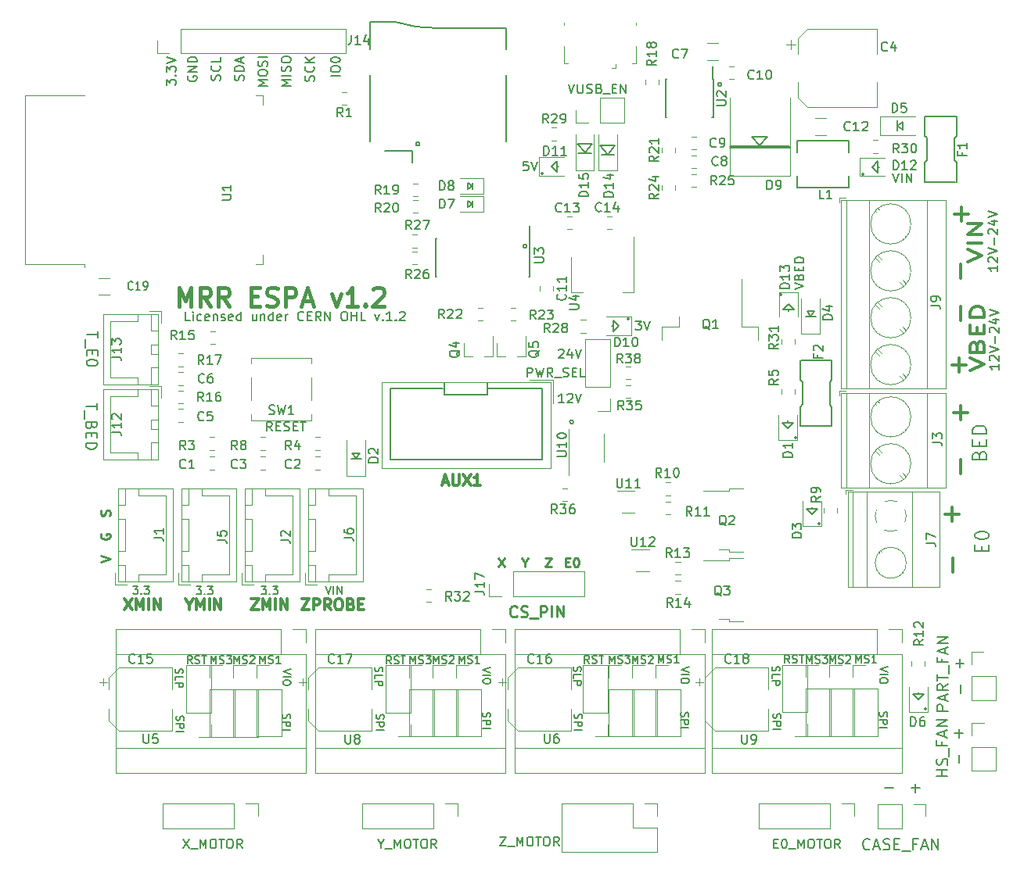
<source format=gto>
G04 #@! TF.GenerationSoftware,KiCad,Pcbnew,5.0.2-bee76a0~70~ubuntu18.04.1*
G04 #@! TF.CreationDate,2019-07-27T20:09:16+09:00*
G04 #@! TF.ProjectId,MRR_ESPA,4d52525f-4553-4504-912e-6b696361645f,v1.2*
G04 #@! TF.SameCoordinates,Original*
G04 #@! TF.FileFunction,Legend,Top*
G04 #@! TF.FilePolarity,Positive*
%FSLAX46Y46*%
G04 Gerber Fmt 4.6, Leading zero omitted, Abs format (unit mm)*
G04 Created by KiCad (PCBNEW 5.0.2-bee76a0~70~ubuntu18.04.1) date Sat 27 Jul 2019 08:09:16 PM JST*
%MOMM*%
%LPD*%
G01*
G04 APERTURE LIST*
%ADD10C,0.200000*%
%ADD11C,0.250000*%
%ADD12C,0.300000*%
%ADD13C,0.150000*%
%ADD14C,0.400000*%
%ADD15C,0.120000*%
G04 APERTURE END LIST*
D10*
X97170952Y-87320380D02*
X96599523Y-87320380D01*
X96885238Y-87320380D02*
X96885238Y-86320380D01*
X96790000Y-86463238D01*
X96694761Y-86558476D01*
X96599523Y-86606095D01*
X97551904Y-86415619D02*
X97599523Y-86368000D01*
X97694761Y-86320380D01*
X97932857Y-86320380D01*
X98028095Y-86368000D01*
X98075714Y-86415619D01*
X98123333Y-86510857D01*
X98123333Y-86606095D01*
X98075714Y-86748952D01*
X97504285Y-87320380D01*
X98123333Y-87320380D01*
X98409047Y-86320380D02*
X98742380Y-87320380D01*
X99075714Y-86320380D01*
X96599523Y-81589619D02*
X96647142Y-81542000D01*
X96742380Y-81494380D01*
X96980476Y-81494380D01*
X97075714Y-81542000D01*
X97123333Y-81589619D01*
X97170952Y-81684857D01*
X97170952Y-81780095D01*
X97123333Y-81922952D01*
X96551904Y-82494380D01*
X97170952Y-82494380D01*
X98028095Y-81827714D02*
X98028095Y-82494380D01*
X97790000Y-81446761D02*
X97551904Y-82161047D01*
X98170952Y-82161047D01*
X98409047Y-81494380D02*
X98742380Y-82494380D01*
X99075714Y-81494380D01*
D11*
X92062571Y-110410571D02*
X92005428Y-110467714D01*
X91834000Y-110524857D01*
X91719714Y-110524857D01*
X91548285Y-110467714D01*
X91434000Y-110353428D01*
X91376857Y-110239142D01*
X91319714Y-110010571D01*
X91319714Y-109839142D01*
X91376857Y-109610571D01*
X91434000Y-109496285D01*
X91548285Y-109382000D01*
X91719714Y-109324857D01*
X91834000Y-109324857D01*
X92005428Y-109382000D01*
X92062571Y-109439142D01*
X92519714Y-110467714D02*
X92691142Y-110524857D01*
X92976857Y-110524857D01*
X93091142Y-110467714D01*
X93148285Y-110410571D01*
X93205428Y-110296285D01*
X93205428Y-110182000D01*
X93148285Y-110067714D01*
X93091142Y-110010571D01*
X92976857Y-109953428D01*
X92748285Y-109896285D01*
X92634000Y-109839142D01*
X92576857Y-109782000D01*
X92519714Y-109667714D01*
X92519714Y-109553428D01*
X92576857Y-109439142D01*
X92634000Y-109382000D01*
X92748285Y-109324857D01*
X93034000Y-109324857D01*
X93205428Y-109382000D01*
X93434000Y-110639142D02*
X94348285Y-110639142D01*
X94634000Y-110524857D02*
X94634000Y-109324857D01*
X95091142Y-109324857D01*
X95205428Y-109382000D01*
X95262571Y-109439142D01*
X95319714Y-109553428D01*
X95319714Y-109724857D01*
X95262571Y-109839142D01*
X95205428Y-109896285D01*
X95091142Y-109953428D01*
X94634000Y-109953428D01*
X95834000Y-110524857D02*
X95834000Y-109324857D01*
X96405428Y-110524857D02*
X96405428Y-109324857D01*
X97091142Y-110524857D01*
X97091142Y-109324857D01*
X97353523Y-104576571D02*
X97686857Y-104576571D01*
X97829714Y-105100380D02*
X97353523Y-105100380D01*
X97353523Y-104100380D01*
X97829714Y-104100380D01*
X98448761Y-104100380D02*
X98544000Y-104100380D01*
X98639238Y-104148000D01*
X98686857Y-104195619D01*
X98734476Y-104290857D01*
X98782095Y-104481333D01*
X98782095Y-104719428D01*
X98734476Y-104909904D01*
X98686857Y-105005142D01*
X98639238Y-105052761D01*
X98544000Y-105100380D01*
X98448761Y-105100380D01*
X98353523Y-105052761D01*
X98305904Y-105005142D01*
X98258285Y-104909904D01*
X98210666Y-104719428D01*
X98210666Y-104481333D01*
X98258285Y-104290857D01*
X98305904Y-104195619D01*
X98353523Y-104148000D01*
X98448761Y-104100380D01*
X95170666Y-104100380D02*
X95837333Y-104100380D01*
X95170666Y-105100380D01*
X95837333Y-105100380D01*
X92964000Y-104624190D02*
X92964000Y-105100380D01*
X92630666Y-104100380D02*
X92964000Y-104624190D01*
X93297333Y-104100380D01*
X90090666Y-104100380D02*
X90757333Y-105100380D01*
X90757333Y-104100380D02*
X90090666Y-105100380D01*
D12*
X84048857Y-95958000D02*
X84620285Y-95958000D01*
X83934571Y-96300857D02*
X84334571Y-95100857D01*
X84734571Y-96300857D01*
X85134571Y-95100857D02*
X85134571Y-96072285D01*
X85191714Y-96186571D01*
X85248857Y-96243714D01*
X85363142Y-96300857D01*
X85591714Y-96300857D01*
X85706000Y-96243714D01*
X85763142Y-96186571D01*
X85820285Y-96072285D01*
X85820285Y-95100857D01*
X86277428Y-95100857D02*
X87077428Y-96300857D01*
X87077428Y-95100857D02*
X86277428Y-96300857D01*
X88163142Y-96300857D02*
X87477428Y-96300857D01*
X87820285Y-96300857D02*
X87820285Y-95100857D01*
X87706000Y-95272285D01*
X87591714Y-95386571D01*
X87477428Y-95443714D01*
D10*
X119835952Y-121009761D02*
X119795476Y-121131190D01*
X119795476Y-121333571D01*
X119835952Y-121414523D01*
X119876428Y-121455000D01*
X119957380Y-121495476D01*
X120038333Y-121495476D01*
X120119285Y-121455000D01*
X120159761Y-121414523D01*
X120200238Y-121333571D01*
X120240714Y-121171666D01*
X120281190Y-121090714D01*
X120321666Y-121050238D01*
X120402619Y-121009761D01*
X120483571Y-121009761D01*
X120564523Y-121050238D01*
X120605000Y-121090714D01*
X120645476Y-121171666D01*
X120645476Y-121374047D01*
X120605000Y-121495476D01*
X119795476Y-121859761D02*
X120645476Y-121859761D01*
X120645476Y-122183571D01*
X120605000Y-122264523D01*
X120564523Y-122305000D01*
X120483571Y-122345476D01*
X120362142Y-122345476D01*
X120281190Y-122305000D01*
X120240714Y-122264523D01*
X120200238Y-122183571D01*
X120200238Y-121859761D01*
X119795476Y-122709761D02*
X120645476Y-122709761D01*
X119725952Y-115888095D02*
X119685476Y-116009523D01*
X119685476Y-116211904D01*
X119725952Y-116292857D01*
X119766428Y-116333333D01*
X119847380Y-116373809D01*
X119928333Y-116373809D01*
X120009285Y-116333333D01*
X120049761Y-116292857D01*
X120090238Y-116211904D01*
X120130714Y-116050000D01*
X120171190Y-115969047D01*
X120211666Y-115928571D01*
X120292619Y-115888095D01*
X120373571Y-115888095D01*
X120454523Y-115928571D01*
X120495000Y-115969047D01*
X120535476Y-116050000D01*
X120535476Y-116252380D01*
X120495000Y-116373809D01*
X119685476Y-117142857D02*
X119685476Y-116738095D01*
X120535476Y-116738095D01*
X119685476Y-117426190D02*
X120535476Y-117426190D01*
X120535476Y-117750000D01*
X120495000Y-117830952D01*
X120454523Y-117871428D01*
X120373571Y-117911904D01*
X120252142Y-117911904D01*
X120171190Y-117871428D01*
X120130714Y-117830952D01*
X120090238Y-117750000D01*
X120090238Y-117426190D01*
X132205476Y-115909047D02*
X131355476Y-116192380D01*
X132205476Y-116475714D01*
X131355476Y-116759047D02*
X132205476Y-116759047D01*
X132205476Y-117325714D02*
X132205476Y-117487619D01*
X132165000Y-117568571D01*
X132084047Y-117649523D01*
X131922142Y-117690000D01*
X131638809Y-117690000D01*
X131476904Y-117649523D01*
X131395952Y-117568571D01*
X131355476Y-117487619D01*
X131355476Y-117325714D01*
X131395952Y-117244761D01*
X131476904Y-117163809D01*
X131638809Y-117123333D01*
X131922142Y-117123333D01*
X132084047Y-117163809D01*
X132165000Y-117244761D01*
X132205476Y-117325714D01*
X131365952Y-120809761D02*
X131325476Y-120931190D01*
X131325476Y-121133571D01*
X131365952Y-121214523D01*
X131406428Y-121255000D01*
X131487380Y-121295476D01*
X131568333Y-121295476D01*
X131649285Y-121255000D01*
X131689761Y-121214523D01*
X131730238Y-121133571D01*
X131770714Y-120971666D01*
X131811190Y-120890714D01*
X131851666Y-120850238D01*
X131932619Y-120809761D01*
X132013571Y-120809761D01*
X132094523Y-120850238D01*
X132135000Y-120890714D01*
X132175476Y-120971666D01*
X132175476Y-121174047D01*
X132135000Y-121295476D01*
X131325476Y-121659761D02*
X132175476Y-121659761D01*
X132175476Y-121983571D01*
X132135000Y-122064523D01*
X132094523Y-122105000D01*
X132013571Y-122145476D01*
X131892142Y-122145476D01*
X131811190Y-122105000D01*
X131770714Y-122064523D01*
X131730238Y-121983571D01*
X131730238Y-121659761D01*
X131325476Y-122509761D02*
X132175476Y-122509761D01*
X98335952Y-121039761D02*
X98295476Y-121161190D01*
X98295476Y-121363571D01*
X98335952Y-121444523D01*
X98376428Y-121485000D01*
X98457380Y-121525476D01*
X98538333Y-121525476D01*
X98619285Y-121485000D01*
X98659761Y-121444523D01*
X98700238Y-121363571D01*
X98740714Y-121201666D01*
X98781190Y-121120714D01*
X98821666Y-121080238D01*
X98902619Y-121039761D01*
X98983571Y-121039761D01*
X99064523Y-121080238D01*
X99105000Y-121120714D01*
X99145476Y-121201666D01*
X99145476Y-121404047D01*
X99105000Y-121525476D01*
X98295476Y-121889761D02*
X99145476Y-121889761D01*
X99145476Y-122213571D01*
X99105000Y-122294523D01*
X99064523Y-122335000D01*
X98983571Y-122375476D01*
X98862142Y-122375476D01*
X98781190Y-122335000D01*
X98740714Y-122294523D01*
X98700238Y-122213571D01*
X98700238Y-121889761D01*
X98295476Y-122739761D02*
X99145476Y-122739761D01*
X98225952Y-115918095D02*
X98185476Y-116039523D01*
X98185476Y-116241904D01*
X98225952Y-116322857D01*
X98266428Y-116363333D01*
X98347380Y-116403809D01*
X98428333Y-116403809D01*
X98509285Y-116363333D01*
X98549761Y-116322857D01*
X98590238Y-116241904D01*
X98630714Y-116080000D01*
X98671190Y-115999047D01*
X98711666Y-115958571D01*
X98792619Y-115918095D01*
X98873571Y-115918095D01*
X98954523Y-115958571D01*
X98995000Y-115999047D01*
X99035476Y-116080000D01*
X99035476Y-116282380D01*
X98995000Y-116403809D01*
X98185476Y-117172857D02*
X98185476Y-116768095D01*
X99035476Y-116768095D01*
X98185476Y-117456190D02*
X99035476Y-117456190D01*
X99035476Y-117780000D01*
X98995000Y-117860952D01*
X98954523Y-117901428D01*
X98873571Y-117941904D01*
X98752142Y-117941904D01*
X98671190Y-117901428D01*
X98630714Y-117860952D01*
X98590238Y-117780000D01*
X98590238Y-117456190D01*
X110705476Y-115939047D02*
X109855476Y-116222380D01*
X110705476Y-116505714D01*
X109855476Y-116789047D02*
X110705476Y-116789047D01*
X110705476Y-117355714D02*
X110705476Y-117517619D01*
X110665000Y-117598571D01*
X110584047Y-117679523D01*
X110422142Y-117720000D01*
X110138809Y-117720000D01*
X109976904Y-117679523D01*
X109895952Y-117598571D01*
X109855476Y-117517619D01*
X109855476Y-117355714D01*
X109895952Y-117274761D01*
X109976904Y-117193809D01*
X110138809Y-117153333D01*
X110422142Y-117153333D01*
X110584047Y-117193809D01*
X110665000Y-117274761D01*
X110705476Y-117355714D01*
X109865952Y-120839761D02*
X109825476Y-120961190D01*
X109825476Y-121163571D01*
X109865952Y-121244523D01*
X109906428Y-121285000D01*
X109987380Y-121325476D01*
X110068333Y-121325476D01*
X110149285Y-121285000D01*
X110189761Y-121244523D01*
X110230238Y-121163571D01*
X110270714Y-121001666D01*
X110311190Y-120920714D01*
X110351666Y-120880238D01*
X110432619Y-120839761D01*
X110513571Y-120839761D01*
X110594523Y-120880238D01*
X110635000Y-120920714D01*
X110675476Y-121001666D01*
X110675476Y-121204047D01*
X110635000Y-121325476D01*
X109825476Y-121689761D02*
X110675476Y-121689761D01*
X110675476Y-122013571D01*
X110635000Y-122094523D01*
X110594523Y-122135000D01*
X110513571Y-122175476D01*
X110392142Y-122175476D01*
X110311190Y-122135000D01*
X110270714Y-122094523D01*
X110230238Y-122013571D01*
X110230238Y-121689761D01*
X109825476Y-122539761D02*
X110675476Y-122539761D01*
X76875952Y-121079761D02*
X76835476Y-121201190D01*
X76835476Y-121403571D01*
X76875952Y-121484523D01*
X76916428Y-121525000D01*
X76997380Y-121565476D01*
X77078333Y-121565476D01*
X77159285Y-121525000D01*
X77199761Y-121484523D01*
X77240238Y-121403571D01*
X77280714Y-121241666D01*
X77321190Y-121160714D01*
X77361666Y-121120238D01*
X77442619Y-121079761D01*
X77523571Y-121079761D01*
X77604523Y-121120238D01*
X77645000Y-121160714D01*
X77685476Y-121241666D01*
X77685476Y-121444047D01*
X77645000Y-121565476D01*
X76835476Y-121929761D02*
X77685476Y-121929761D01*
X77685476Y-122253571D01*
X77645000Y-122334523D01*
X77604523Y-122375000D01*
X77523571Y-122415476D01*
X77402142Y-122415476D01*
X77321190Y-122375000D01*
X77280714Y-122334523D01*
X77240238Y-122253571D01*
X77240238Y-121929761D01*
X76835476Y-122779761D02*
X77685476Y-122779761D01*
X76765952Y-115958095D02*
X76725476Y-116079523D01*
X76725476Y-116281904D01*
X76765952Y-116362857D01*
X76806428Y-116403333D01*
X76887380Y-116443809D01*
X76968333Y-116443809D01*
X77049285Y-116403333D01*
X77089761Y-116362857D01*
X77130238Y-116281904D01*
X77170714Y-116120000D01*
X77211190Y-116039047D01*
X77251666Y-115998571D01*
X77332619Y-115958095D01*
X77413571Y-115958095D01*
X77494523Y-115998571D01*
X77535000Y-116039047D01*
X77575476Y-116120000D01*
X77575476Y-116322380D01*
X77535000Y-116443809D01*
X76725476Y-117212857D02*
X76725476Y-116808095D01*
X77575476Y-116808095D01*
X76725476Y-117496190D02*
X77575476Y-117496190D01*
X77575476Y-117820000D01*
X77535000Y-117900952D01*
X77494523Y-117941428D01*
X77413571Y-117981904D01*
X77292142Y-117981904D01*
X77211190Y-117941428D01*
X77170714Y-117900952D01*
X77130238Y-117820000D01*
X77130238Y-117496190D01*
X89245476Y-115979047D02*
X88395476Y-116262380D01*
X89245476Y-116545714D01*
X88395476Y-116829047D02*
X89245476Y-116829047D01*
X89245476Y-117395714D02*
X89245476Y-117557619D01*
X89205000Y-117638571D01*
X89124047Y-117719523D01*
X88962142Y-117760000D01*
X88678809Y-117760000D01*
X88516904Y-117719523D01*
X88435952Y-117638571D01*
X88395476Y-117557619D01*
X88395476Y-117395714D01*
X88435952Y-117314761D01*
X88516904Y-117233809D01*
X88678809Y-117193333D01*
X88962142Y-117193333D01*
X89124047Y-117233809D01*
X89205000Y-117314761D01*
X89245476Y-117395714D01*
X88405952Y-120879761D02*
X88365476Y-121001190D01*
X88365476Y-121203571D01*
X88405952Y-121284523D01*
X88446428Y-121325000D01*
X88527380Y-121365476D01*
X88608333Y-121365476D01*
X88689285Y-121325000D01*
X88729761Y-121284523D01*
X88770238Y-121203571D01*
X88810714Y-121041666D01*
X88851190Y-120960714D01*
X88891666Y-120920238D01*
X88972619Y-120879761D01*
X89053571Y-120879761D01*
X89134523Y-120920238D01*
X89175000Y-120960714D01*
X89215476Y-121041666D01*
X89215476Y-121244047D01*
X89175000Y-121365476D01*
X88365476Y-121729761D02*
X89215476Y-121729761D01*
X89215476Y-122053571D01*
X89175000Y-122134523D01*
X89134523Y-122175000D01*
X89053571Y-122215476D01*
X88932142Y-122215476D01*
X88851190Y-122175000D01*
X88810714Y-122134523D01*
X88770238Y-122053571D01*
X88770238Y-121729761D01*
X88365476Y-122579761D02*
X89215476Y-122579761D01*
X55235952Y-121249761D02*
X55195476Y-121371190D01*
X55195476Y-121573571D01*
X55235952Y-121654523D01*
X55276428Y-121695000D01*
X55357380Y-121735476D01*
X55438333Y-121735476D01*
X55519285Y-121695000D01*
X55559761Y-121654523D01*
X55600238Y-121573571D01*
X55640714Y-121411666D01*
X55681190Y-121330714D01*
X55721666Y-121290238D01*
X55802619Y-121249761D01*
X55883571Y-121249761D01*
X55964523Y-121290238D01*
X56005000Y-121330714D01*
X56045476Y-121411666D01*
X56045476Y-121614047D01*
X56005000Y-121735476D01*
X55195476Y-122099761D02*
X56045476Y-122099761D01*
X56045476Y-122423571D01*
X56005000Y-122504523D01*
X55964523Y-122545000D01*
X55883571Y-122585476D01*
X55762142Y-122585476D01*
X55681190Y-122545000D01*
X55640714Y-122504523D01*
X55600238Y-122423571D01*
X55600238Y-122099761D01*
X55195476Y-122949761D02*
X56045476Y-122949761D01*
X55125952Y-116128095D02*
X55085476Y-116249523D01*
X55085476Y-116451904D01*
X55125952Y-116532857D01*
X55166428Y-116573333D01*
X55247380Y-116613809D01*
X55328333Y-116613809D01*
X55409285Y-116573333D01*
X55449761Y-116532857D01*
X55490238Y-116451904D01*
X55530714Y-116290000D01*
X55571190Y-116209047D01*
X55611666Y-116168571D01*
X55692619Y-116128095D01*
X55773571Y-116128095D01*
X55854523Y-116168571D01*
X55895000Y-116209047D01*
X55935476Y-116290000D01*
X55935476Y-116492380D01*
X55895000Y-116613809D01*
X55085476Y-117382857D02*
X55085476Y-116978095D01*
X55935476Y-116978095D01*
X55085476Y-117666190D02*
X55935476Y-117666190D01*
X55935476Y-117990000D01*
X55895000Y-118070952D01*
X55854523Y-118111428D01*
X55773571Y-118151904D01*
X55652142Y-118151904D01*
X55571190Y-118111428D01*
X55530714Y-118070952D01*
X55490238Y-117990000D01*
X55490238Y-117666190D01*
X66765952Y-121049761D02*
X66725476Y-121171190D01*
X66725476Y-121373571D01*
X66765952Y-121454523D01*
X66806428Y-121495000D01*
X66887380Y-121535476D01*
X66968333Y-121535476D01*
X67049285Y-121495000D01*
X67089761Y-121454523D01*
X67130238Y-121373571D01*
X67170714Y-121211666D01*
X67211190Y-121130714D01*
X67251666Y-121090238D01*
X67332619Y-121049761D01*
X67413571Y-121049761D01*
X67494523Y-121090238D01*
X67535000Y-121130714D01*
X67575476Y-121211666D01*
X67575476Y-121414047D01*
X67535000Y-121535476D01*
X66725476Y-121899761D02*
X67575476Y-121899761D01*
X67575476Y-122223571D01*
X67535000Y-122304523D01*
X67494523Y-122345000D01*
X67413571Y-122385476D01*
X67292142Y-122385476D01*
X67211190Y-122345000D01*
X67170714Y-122304523D01*
X67130238Y-122223571D01*
X67130238Y-121899761D01*
X66725476Y-122749761D02*
X67575476Y-122749761D01*
X67605476Y-116149047D02*
X66755476Y-116432380D01*
X67605476Y-116715714D01*
X66755476Y-116999047D02*
X67605476Y-116999047D01*
X67605476Y-117565714D02*
X67605476Y-117727619D01*
X67565000Y-117808571D01*
X67484047Y-117889523D01*
X67322142Y-117930000D01*
X67038809Y-117930000D01*
X66876904Y-117889523D01*
X66795952Y-117808571D01*
X66755476Y-117727619D01*
X66755476Y-117565714D01*
X66795952Y-117484761D01*
X66876904Y-117403809D01*
X67038809Y-117363333D01*
X67322142Y-117363333D01*
X67484047Y-117403809D01*
X67565000Y-117484761D01*
X67605476Y-117565714D01*
X98685229Y-60279613D02*
X100135229Y-60279613D01*
X101215048Y-60483125D02*
X102565048Y-60483125D01*
X99435229Y-60229613D02*
X98585229Y-59229613D01*
X100235229Y-59229613D02*
X99435229Y-60229613D01*
X98635229Y-59229613D02*
X100235229Y-59229613D01*
X101915048Y-60433125D02*
X101115048Y-59433125D01*
X102715048Y-59433125D02*
X101915048Y-60433125D01*
X101115048Y-59433125D02*
X102715048Y-59433125D01*
D13*
X71395519Y-107228044D02*
X71678852Y-108078044D01*
X71962186Y-107228044D01*
X72245519Y-108078044D02*
X72245519Y-107228044D01*
X72650281Y-108078044D02*
X72650281Y-107228044D01*
X73135995Y-108078044D01*
X73135995Y-107228044D01*
X64435995Y-107228044D02*
X64962186Y-107228044D01*
X64678852Y-107551854D01*
X64800281Y-107551854D01*
X64881233Y-107592330D01*
X64921710Y-107632806D01*
X64962186Y-107713759D01*
X64962186Y-107916140D01*
X64921710Y-107997092D01*
X64881233Y-108037568D01*
X64800281Y-108078044D01*
X64557424Y-108078044D01*
X64476472Y-108037568D01*
X64435995Y-107997092D01*
X65326472Y-107997092D02*
X65366948Y-108037568D01*
X65326472Y-108078044D01*
X65285995Y-108037568D01*
X65326472Y-107997092D01*
X65326472Y-108078044D01*
X65650281Y-107228044D02*
X66176472Y-107228044D01*
X65893138Y-107551854D01*
X66014567Y-107551854D01*
X66095519Y-107592330D01*
X66135995Y-107632806D01*
X66176472Y-107713759D01*
X66176472Y-107916140D01*
X66135995Y-107997092D01*
X66095519Y-108037568D01*
X66014567Y-108078044D01*
X65771710Y-108078044D01*
X65690757Y-108037568D01*
X65650281Y-107997092D01*
X57399995Y-107228044D02*
X57926186Y-107228044D01*
X57642852Y-107551854D01*
X57764281Y-107551854D01*
X57845233Y-107592330D01*
X57885710Y-107632806D01*
X57926186Y-107713759D01*
X57926186Y-107916140D01*
X57885710Y-107997092D01*
X57845233Y-108037568D01*
X57764281Y-108078044D01*
X57521424Y-108078044D01*
X57440472Y-108037568D01*
X57399995Y-107997092D01*
X58290472Y-107997092D02*
X58330948Y-108037568D01*
X58290472Y-108078044D01*
X58249995Y-108037568D01*
X58290472Y-107997092D01*
X58290472Y-108078044D01*
X58614281Y-107228044D02*
X59140472Y-107228044D01*
X58857138Y-107551854D01*
X58978567Y-107551854D01*
X59059519Y-107592330D01*
X59099995Y-107632806D01*
X59140472Y-107713759D01*
X59140472Y-107916140D01*
X59099995Y-107997092D01*
X59059519Y-108037568D01*
X58978567Y-108078044D01*
X58735710Y-108078044D01*
X58654757Y-108037568D01*
X58614281Y-107997092D01*
X50535995Y-107200044D02*
X51062186Y-107200044D01*
X50778852Y-107523854D01*
X50900281Y-107523854D01*
X50981233Y-107564330D01*
X51021710Y-107604806D01*
X51062186Y-107685759D01*
X51062186Y-107888140D01*
X51021710Y-107969092D01*
X50981233Y-108009568D01*
X50900281Y-108050044D01*
X50657424Y-108050044D01*
X50576472Y-108009568D01*
X50535995Y-107969092D01*
X51426472Y-107969092D02*
X51466948Y-108009568D01*
X51426472Y-108050044D01*
X51385995Y-108009568D01*
X51426472Y-107969092D01*
X51426472Y-108050044D01*
X51750281Y-107200044D02*
X52276472Y-107200044D01*
X51993138Y-107523854D01*
X52114567Y-107523854D01*
X52195519Y-107564330D01*
X52235995Y-107604806D01*
X52276472Y-107685759D01*
X52276472Y-107888140D01*
X52235995Y-107969092D01*
X52195519Y-108009568D01*
X52114567Y-108050044D01*
X51871710Y-108050044D01*
X51790757Y-108009568D01*
X51750281Y-107969092D01*
D10*
X98200000Y-89400000D02*
G75*
G03X98200000Y-89400000I-200000J0D01*
G01*
X93164000Y-70358000D02*
G75*
G03X93164000Y-70358000I-200000J0D01*
G01*
X114246000Y-52832000D02*
G75*
G03X114246000Y-52832000I-200000J0D01*
G01*
X56691047Y-78430380D02*
X56214857Y-78430380D01*
X56214857Y-77430380D01*
X57024380Y-78430380D02*
X57024380Y-77763714D01*
X57024380Y-77430380D02*
X56976761Y-77478000D01*
X57024380Y-77525619D01*
X57072000Y-77478000D01*
X57024380Y-77430380D01*
X57024380Y-77525619D01*
X57929142Y-78382761D02*
X57833904Y-78430380D01*
X57643428Y-78430380D01*
X57548190Y-78382761D01*
X57500571Y-78335142D01*
X57452952Y-78239904D01*
X57452952Y-77954190D01*
X57500571Y-77858952D01*
X57548190Y-77811333D01*
X57643428Y-77763714D01*
X57833904Y-77763714D01*
X57929142Y-77811333D01*
X58738666Y-78382761D02*
X58643428Y-78430380D01*
X58452952Y-78430380D01*
X58357714Y-78382761D01*
X58310095Y-78287523D01*
X58310095Y-77906571D01*
X58357714Y-77811333D01*
X58452952Y-77763714D01*
X58643428Y-77763714D01*
X58738666Y-77811333D01*
X58786285Y-77906571D01*
X58786285Y-78001809D01*
X58310095Y-78097047D01*
X59214857Y-77763714D02*
X59214857Y-78430380D01*
X59214857Y-77858952D02*
X59262476Y-77811333D01*
X59357714Y-77763714D01*
X59500571Y-77763714D01*
X59595809Y-77811333D01*
X59643428Y-77906571D01*
X59643428Y-78430380D01*
X60072000Y-78382761D02*
X60167238Y-78430380D01*
X60357714Y-78430380D01*
X60452952Y-78382761D01*
X60500571Y-78287523D01*
X60500571Y-78239904D01*
X60452952Y-78144666D01*
X60357714Y-78097047D01*
X60214857Y-78097047D01*
X60119619Y-78049428D01*
X60072000Y-77954190D01*
X60072000Y-77906571D01*
X60119619Y-77811333D01*
X60214857Y-77763714D01*
X60357714Y-77763714D01*
X60452952Y-77811333D01*
X61310095Y-78382761D02*
X61214857Y-78430380D01*
X61024380Y-78430380D01*
X60929142Y-78382761D01*
X60881523Y-78287523D01*
X60881523Y-77906571D01*
X60929142Y-77811333D01*
X61024380Y-77763714D01*
X61214857Y-77763714D01*
X61310095Y-77811333D01*
X61357714Y-77906571D01*
X61357714Y-78001809D01*
X60881523Y-78097047D01*
X62214857Y-78430380D02*
X62214857Y-77430380D01*
X62214857Y-78382761D02*
X62119619Y-78430380D01*
X61929142Y-78430380D01*
X61833904Y-78382761D01*
X61786285Y-78335142D01*
X61738666Y-78239904D01*
X61738666Y-77954190D01*
X61786285Y-77858952D01*
X61833904Y-77811333D01*
X61929142Y-77763714D01*
X62119619Y-77763714D01*
X62214857Y-77811333D01*
X63881523Y-77763714D02*
X63881523Y-78430380D01*
X63452952Y-77763714D02*
X63452952Y-78287523D01*
X63500571Y-78382761D01*
X63595809Y-78430380D01*
X63738666Y-78430380D01*
X63833904Y-78382761D01*
X63881523Y-78335142D01*
X64357714Y-77763714D02*
X64357714Y-78430380D01*
X64357714Y-77858952D02*
X64405333Y-77811333D01*
X64500571Y-77763714D01*
X64643428Y-77763714D01*
X64738666Y-77811333D01*
X64786285Y-77906571D01*
X64786285Y-78430380D01*
X65691047Y-78430380D02*
X65691047Y-77430380D01*
X65691047Y-78382761D02*
X65595809Y-78430380D01*
X65405333Y-78430380D01*
X65310095Y-78382761D01*
X65262476Y-78335142D01*
X65214857Y-78239904D01*
X65214857Y-77954190D01*
X65262476Y-77858952D01*
X65310095Y-77811333D01*
X65405333Y-77763714D01*
X65595809Y-77763714D01*
X65691047Y-77811333D01*
X66548190Y-78382761D02*
X66452952Y-78430380D01*
X66262476Y-78430380D01*
X66167238Y-78382761D01*
X66119619Y-78287523D01*
X66119619Y-77906571D01*
X66167238Y-77811333D01*
X66262476Y-77763714D01*
X66452952Y-77763714D01*
X66548190Y-77811333D01*
X66595809Y-77906571D01*
X66595809Y-78001809D01*
X66119619Y-78097047D01*
X67024380Y-78430380D02*
X67024380Y-77763714D01*
X67024380Y-77954190D02*
X67072000Y-77858952D01*
X67119619Y-77811333D01*
X67214857Y-77763714D01*
X67310095Y-77763714D01*
X68976761Y-78335142D02*
X68929142Y-78382761D01*
X68786285Y-78430380D01*
X68691047Y-78430380D01*
X68548190Y-78382761D01*
X68452952Y-78287523D01*
X68405333Y-78192285D01*
X68357714Y-78001809D01*
X68357714Y-77858952D01*
X68405333Y-77668476D01*
X68452952Y-77573238D01*
X68548190Y-77478000D01*
X68691047Y-77430380D01*
X68786285Y-77430380D01*
X68929142Y-77478000D01*
X68976761Y-77525619D01*
X69405333Y-77906571D02*
X69738666Y-77906571D01*
X69881523Y-78430380D02*
X69405333Y-78430380D01*
X69405333Y-77430380D01*
X69881523Y-77430380D01*
X70881523Y-78430380D02*
X70548190Y-77954190D01*
X70310095Y-78430380D02*
X70310095Y-77430380D01*
X70691047Y-77430380D01*
X70786285Y-77478000D01*
X70833904Y-77525619D01*
X70881523Y-77620857D01*
X70881523Y-77763714D01*
X70833904Y-77858952D01*
X70786285Y-77906571D01*
X70691047Y-77954190D01*
X70310095Y-77954190D01*
X71310095Y-78430380D02*
X71310095Y-77430380D01*
X71881523Y-78430380D01*
X71881523Y-77430380D01*
X73310095Y-77430380D02*
X73500571Y-77430380D01*
X73595809Y-77478000D01*
X73691047Y-77573238D01*
X73738666Y-77763714D01*
X73738666Y-78097047D01*
X73691047Y-78287523D01*
X73595809Y-78382761D01*
X73500571Y-78430380D01*
X73310095Y-78430380D01*
X73214857Y-78382761D01*
X73119619Y-78287523D01*
X73072000Y-78097047D01*
X73072000Y-77763714D01*
X73119619Y-77573238D01*
X73214857Y-77478000D01*
X73310095Y-77430380D01*
X74167238Y-78430380D02*
X74167238Y-77430380D01*
X74167238Y-77906571D02*
X74738666Y-77906571D01*
X74738666Y-78430380D02*
X74738666Y-77430380D01*
X75691047Y-78430380D02*
X75214857Y-78430380D01*
X75214857Y-77430380D01*
X76691047Y-77763714D02*
X76929142Y-78430380D01*
X77167238Y-77763714D01*
X77548190Y-78335142D02*
X77595809Y-78382761D01*
X77548190Y-78430380D01*
X77500571Y-78382761D01*
X77548190Y-78335142D01*
X77548190Y-78430380D01*
X78548190Y-78430380D02*
X77976761Y-78430380D01*
X78262476Y-78430380D02*
X78262476Y-77430380D01*
X78167238Y-77573238D01*
X78072000Y-77668476D01*
X77976761Y-77716095D01*
X78976761Y-78335142D02*
X79024380Y-78382761D01*
X78976761Y-78430380D01*
X78929142Y-78382761D01*
X78976761Y-78335142D01*
X78976761Y-78430380D01*
X79405333Y-77525619D02*
X79452952Y-77478000D01*
X79548190Y-77430380D01*
X79786285Y-77430380D01*
X79881523Y-77478000D01*
X79929142Y-77525619D01*
X79976761Y-77620857D01*
X79976761Y-77716095D01*
X79929142Y-77858952D01*
X79357714Y-78430380D01*
X79976761Y-78430380D01*
D14*
X55500380Y-76850761D02*
X55500380Y-74850761D01*
X56167047Y-76279333D01*
X56833714Y-74850761D01*
X56833714Y-76850761D01*
X58928952Y-76850761D02*
X58262285Y-75898380D01*
X57786095Y-76850761D02*
X57786095Y-74850761D01*
X58548000Y-74850761D01*
X58738476Y-74946000D01*
X58833714Y-75041238D01*
X58928952Y-75231714D01*
X58928952Y-75517428D01*
X58833714Y-75707904D01*
X58738476Y-75803142D01*
X58548000Y-75898380D01*
X57786095Y-75898380D01*
X60928952Y-76850761D02*
X60262285Y-75898380D01*
X59786095Y-76850761D02*
X59786095Y-74850761D01*
X60548000Y-74850761D01*
X60738476Y-74946000D01*
X60833714Y-75041238D01*
X60928952Y-75231714D01*
X60928952Y-75517428D01*
X60833714Y-75707904D01*
X60738476Y-75803142D01*
X60548000Y-75898380D01*
X59786095Y-75898380D01*
X63309904Y-75803142D02*
X63976571Y-75803142D01*
X64262285Y-76850761D02*
X63309904Y-76850761D01*
X63309904Y-74850761D01*
X64262285Y-74850761D01*
X65024190Y-76755523D02*
X65309904Y-76850761D01*
X65786095Y-76850761D01*
X65976571Y-76755523D01*
X66071809Y-76660285D01*
X66167047Y-76469809D01*
X66167047Y-76279333D01*
X66071809Y-76088857D01*
X65976571Y-75993619D01*
X65786095Y-75898380D01*
X65405142Y-75803142D01*
X65214666Y-75707904D01*
X65119428Y-75612666D01*
X65024190Y-75422190D01*
X65024190Y-75231714D01*
X65119428Y-75041238D01*
X65214666Y-74946000D01*
X65405142Y-74850761D01*
X65881333Y-74850761D01*
X66167047Y-74946000D01*
X67024190Y-76850761D02*
X67024190Y-74850761D01*
X67786095Y-74850761D01*
X67976571Y-74946000D01*
X68071809Y-75041238D01*
X68167047Y-75231714D01*
X68167047Y-75517428D01*
X68071809Y-75707904D01*
X67976571Y-75803142D01*
X67786095Y-75898380D01*
X67024190Y-75898380D01*
X68928952Y-76279333D02*
X69881333Y-76279333D01*
X68738476Y-76850761D02*
X69405142Y-74850761D01*
X70071809Y-76850761D01*
X72071809Y-75517428D02*
X72548000Y-76850761D01*
X73024190Y-75517428D01*
X74833714Y-76850761D02*
X73690857Y-76850761D01*
X74262285Y-76850761D02*
X74262285Y-74850761D01*
X74071809Y-75136476D01*
X73881333Y-75326952D01*
X73690857Y-75422190D01*
X75690857Y-76660285D02*
X75786095Y-76755523D01*
X75690857Y-76850761D01*
X75595619Y-76755523D01*
X75690857Y-76660285D01*
X75690857Y-76850761D01*
X76548000Y-75041238D02*
X76643238Y-74946000D01*
X76833714Y-74850761D01*
X77309904Y-74850761D01*
X77500380Y-74946000D01*
X77595619Y-75041238D01*
X77690857Y-75231714D01*
X77690857Y-75422190D01*
X77595619Y-75707904D01*
X76452761Y-76850761D01*
X77690857Y-76850761D01*
D10*
X122122380Y-75025714D02*
X123122380Y-74692380D01*
X122122380Y-74359047D01*
X122598571Y-73692380D02*
X122646190Y-73549523D01*
X122693809Y-73501904D01*
X122789047Y-73454285D01*
X122931904Y-73454285D01*
X123027142Y-73501904D01*
X123074761Y-73549523D01*
X123122380Y-73644761D01*
X123122380Y-74025714D01*
X122122380Y-74025714D01*
X122122380Y-73692380D01*
X122170000Y-73597142D01*
X122217619Y-73549523D01*
X122312857Y-73501904D01*
X122408095Y-73501904D01*
X122503333Y-73549523D01*
X122550952Y-73597142D01*
X122598571Y-73692380D01*
X122598571Y-74025714D01*
X122598571Y-73025714D02*
X122598571Y-72692380D01*
X123122380Y-72549523D02*
X123122380Y-73025714D01*
X122122380Y-73025714D01*
X122122380Y-72549523D01*
X123122380Y-72120952D02*
X122122380Y-72120952D01*
X122122380Y-71882857D01*
X122170000Y-71740000D01*
X122265238Y-71644761D01*
X122360476Y-71597142D01*
X122550952Y-71549523D01*
X122693809Y-71549523D01*
X122884285Y-71597142D01*
X122979523Y-71644761D01*
X123074761Y-71740000D01*
X123122380Y-71882857D01*
X123122380Y-72120952D01*
X132762761Y-62452380D02*
X133096095Y-63452380D01*
X133429428Y-62452380D01*
X133762761Y-63452380D02*
X133762761Y-62452380D01*
X134238952Y-63452380D02*
X134238952Y-62452380D01*
X134810380Y-63452380D01*
X134810380Y-62452380D01*
X93281523Y-61174380D02*
X92805333Y-61174380D01*
X92757714Y-61650571D01*
X92805333Y-61602952D01*
X92900571Y-61555333D01*
X93138666Y-61555333D01*
X93233904Y-61602952D01*
X93281523Y-61650571D01*
X93329142Y-61745809D01*
X93329142Y-61983904D01*
X93281523Y-62079142D01*
X93233904Y-62126761D01*
X93138666Y-62174380D01*
X92900571Y-62174380D01*
X92805333Y-62126761D01*
X92757714Y-62079142D01*
X93614857Y-61174380D02*
X93948190Y-62174380D01*
X94281523Y-61174380D01*
X104902095Y-78446380D02*
X105521142Y-78446380D01*
X105187809Y-78827333D01*
X105330666Y-78827333D01*
X105425904Y-78874952D01*
X105473523Y-78922571D01*
X105521142Y-79017809D01*
X105521142Y-79255904D01*
X105473523Y-79351142D01*
X105425904Y-79398761D01*
X105330666Y-79446380D01*
X105044952Y-79446380D01*
X104949714Y-79398761D01*
X104902095Y-79351142D01*
X105806857Y-78446380D02*
X106140190Y-79446380D01*
X106473523Y-78446380D01*
X78359247Y-85807440D02*
X84084247Y-85807440D01*
X78359247Y-86132440D02*
X78359247Y-85807440D01*
X78359247Y-93432440D02*
X78359247Y-86132440D01*
X94809247Y-93432440D02*
X78359247Y-93432440D01*
X94809247Y-85807440D02*
X94809247Y-93432440D01*
X88884247Y-85807440D02*
X94809247Y-85807440D01*
X84209247Y-86457440D02*
X84209247Y-85107440D01*
X88884247Y-86457440D02*
X84209247Y-86457440D01*
X88884247Y-85107440D02*
X88884247Y-86457440D01*
X72939216Y-51923374D02*
X71939216Y-51923374D01*
X71939216Y-51256707D02*
X71939216Y-51066231D01*
X71986836Y-50970993D01*
X72082074Y-50875754D01*
X72272550Y-50828135D01*
X72605883Y-50828135D01*
X72796359Y-50875754D01*
X72891597Y-50970993D01*
X72939216Y-51066231D01*
X72939216Y-51256707D01*
X72891597Y-51351945D01*
X72796359Y-51447183D01*
X72605883Y-51494802D01*
X72272550Y-51494802D01*
X72082074Y-51447183D01*
X71986836Y-51351945D01*
X71939216Y-51256707D01*
X71939216Y-50209088D02*
X71939216Y-50113850D01*
X71986836Y-50018612D01*
X72034455Y-49970993D01*
X72129693Y-49923374D01*
X72320169Y-49875754D01*
X72558264Y-49875754D01*
X72748740Y-49923374D01*
X72843978Y-49970993D01*
X72891597Y-50018612D01*
X72939216Y-50113850D01*
X72939216Y-50209088D01*
X72891597Y-50304326D01*
X72843978Y-50351945D01*
X72748740Y-50399564D01*
X72558264Y-50447183D01*
X72320169Y-50447183D01*
X72129693Y-50399564D01*
X72034455Y-50351945D01*
X71986836Y-50304326D01*
X71939216Y-50209088D01*
X70097597Y-52463088D02*
X70145216Y-52320231D01*
X70145216Y-52082135D01*
X70097597Y-51986897D01*
X70049978Y-51939278D01*
X69954740Y-51891659D01*
X69859502Y-51891659D01*
X69764264Y-51939278D01*
X69716645Y-51986897D01*
X69669026Y-52082135D01*
X69621407Y-52272612D01*
X69573788Y-52367850D01*
X69526169Y-52415469D01*
X69430931Y-52463088D01*
X69335693Y-52463088D01*
X69240455Y-52415469D01*
X69192836Y-52367850D01*
X69145216Y-52272612D01*
X69145216Y-52034516D01*
X69192836Y-51891659D01*
X70049978Y-50891659D02*
X70097597Y-50939278D01*
X70145216Y-51082135D01*
X70145216Y-51177374D01*
X70097597Y-51320231D01*
X70002359Y-51415469D01*
X69907121Y-51463088D01*
X69716645Y-51510707D01*
X69573788Y-51510707D01*
X69383312Y-51463088D01*
X69288074Y-51415469D01*
X69192836Y-51320231D01*
X69145216Y-51177374D01*
X69145216Y-51082135D01*
X69192836Y-50939278D01*
X69240455Y-50891659D01*
X70145216Y-50463088D02*
X69145216Y-50463088D01*
X70145216Y-49891659D02*
X69573788Y-50320231D01*
X69145216Y-49891659D02*
X69716645Y-50463088D01*
X67605216Y-53002802D02*
X66605216Y-53002802D01*
X67319502Y-52669469D01*
X66605216Y-52336135D01*
X67605216Y-52336135D01*
X67605216Y-51859945D02*
X66605216Y-51859945D01*
X67557597Y-51431374D02*
X67605216Y-51288516D01*
X67605216Y-51050421D01*
X67557597Y-50955183D01*
X67509978Y-50907564D01*
X67414740Y-50859945D01*
X67319502Y-50859945D01*
X67224264Y-50907564D01*
X67176645Y-50955183D01*
X67129026Y-51050421D01*
X67081407Y-51240897D01*
X67033788Y-51336135D01*
X66986169Y-51383754D01*
X66890931Y-51431374D01*
X66795693Y-51431374D01*
X66700455Y-51383754D01*
X66652836Y-51336135D01*
X66605216Y-51240897D01*
X66605216Y-51002802D01*
X66652836Y-50859945D01*
X66605216Y-50240897D02*
X66605216Y-50050421D01*
X66652836Y-49955183D01*
X66748074Y-49859945D01*
X66938550Y-49812326D01*
X67271883Y-49812326D01*
X67462359Y-49859945D01*
X67557597Y-49955183D01*
X67605216Y-50050421D01*
X67605216Y-50240897D01*
X67557597Y-50336135D01*
X67462359Y-50431374D01*
X67271883Y-50478993D01*
X66938550Y-50478993D01*
X66748074Y-50431374D01*
X66652836Y-50336135D01*
X66605216Y-50240897D01*
X65065216Y-53002802D02*
X64065216Y-53002802D01*
X64779502Y-52669469D01*
X64065216Y-52336135D01*
X65065216Y-52336135D01*
X64065216Y-51669469D02*
X64065216Y-51478993D01*
X64112836Y-51383754D01*
X64208074Y-51288516D01*
X64398550Y-51240897D01*
X64731883Y-51240897D01*
X64922359Y-51288516D01*
X65017597Y-51383754D01*
X65065216Y-51478993D01*
X65065216Y-51669469D01*
X65017597Y-51764707D01*
X64922359Y-51859945D01*
X64731883Y-51907564D01*
X64398550Y-51907564D01*
X64208074Y-51859945D01*
X64112836Y-51764707D01*
X64065216Y-51669469D01*
X65017597Y-50859945D02*
X65065216Y-50717088D01*
X65065216Y-50478993D01*
X65017597Y-50383754D01*
X64969978Y-50336135D01*
X64874740Y-50288516D01*
X64779502Y-50288516D01*
X64684264Y-50336135D01*
X64636645Y-50383754D01*
X64589026Y-50478993D01*
X64541407Y-50669469D01*
X64493788Y-50764707D01*
X64446169Y-50812326D01*
X64350931Y-50859945D01*
X64255693Y-50859945D01*
X64160455Y-50812326D01*
X64112836Y-50764707D01*
X64065216Y-50669469D01*
X64065216Y-50431374D01*
X64112836Y-50288516D01*
X65065216Y-49859945D02*
X64065216Y-49859945D01*
X62477597Y-52391659D02*
X62525216Y-52248802D01*
X62525216Y-52010707D01*
X62477597Y-51915469D01*
X62429978Y-51867850D01*
X62334740Y-51820231D01*
X62239502Y-51820231D01*
X62144264Y-51867850D01*
X62096645Y-51915469D01*
X62049026Y-52010707D01*
X62001407Y-52201183D01*
X61953788Y-52296421D01*
X61906169Y-52344040D01*
X61810931Y-52391659D01*
X61715693Y-52391659D01*
X61620455Y-52344040D01*
X61572836Y-52296421D01*
X61525216Y-52201183D01*
X61525216Y-51963088D01*
X61572836Y-51820231D01*
X62525216Y-51391659D02*
X61525216Y-51391659D01*
X61525216Y-51153564D01*
X61572836Y-51010707D01*
X61668074Y-50915469D01*
X61763312Y-50867850D01*
X61953788Y-50820231D01*
X62096645Y-50820231D01*
X62287121Y-50867850D01*
X62382359Y-50915469D01*
X62477597Y-51010707D01*
X62525216Y-51153564D01*
X62525216Y-51391659D01*
X62239502Y-50439278D02*
X62239502Y-49963088D01*
X62525216Y-50534516D02*
X61525216Y-50201183D01*
X62525216Y-49867850D01*
X59937597Y-52367850D02*
X59985216Y-52224993D01*
X59985216Y-51986897D01*
X59937597Y-51891659D01*
X59889978Y-51844040D01*
X59794740Y-51796421D01*
X59699502Y-51796421D01*
X59604264Y-51844040D01*
X59556645Y-51891659D01*
X59509026Y-51986897D01*
X59461407Y-52177374D01*
X59413788Y-52272612D01*
X59366169Y-52320231D01*
X59270931Y-52367850D01*
X59175693Y-52367850D01*
X59080455Y-52320231D01*
X59032836Y-52272612D01*
X58985216Y-52177374D01*
X58985216Y-51939278D01*
X59032836Y-51796421D01*
X59889978Y-50796421D02*
X59937597Y-50844040D01*
X59985216Y-50986897D01*
X59985216Y-51082135D01*
X59937597Y-51224993D01*
X59842359Y-51320231D01*
X59747121Y-51367850D01*
X59556645Y-51415469D01*
X59413788Y-51415469D01*
X59223312Y-51367850D01*
X59128074Y-51320231D01*
X59032836Y-51224993D01*
X58985216Y-51082135D01*
X58985216Y-50986897D01*
X59032836Y-50844040D01*
X59080455Y-50796421D01*
X59985216Y-49891659D02*
X59985216Y-50367850D01*
X58985216Y-50367850D01*
X56492836Y-51939278D02*
X56445216Y-52034516D01*
X56445216Y-52177374D01*
X56492836Y-52320231D01*
X56588074Y-52415469D01*
X56683312Y-52463088D01*
X56873788Y-52510707D01*
X57016645Y-52510707D01*
X57207121Y-52463088D01*
X57302359Y-52415469D01*
X57397597Y-52320231D01*
X57445216Y-52177374D01*
X57445216Y-52082135D01*
X57397597Y-51939278D01*
X57349978Y-51891659D01*
X57016645Y-51891659D01*
X57016645Y-52082135D01*
X57445216Y-51463088D02*
X56445216Y-51463088D01*
X57445216Y-50891659D01*
X56445216Y-50891659D01*
X57445216Y-50415469D02*
X56445216Y-50415469D01*
X56445216Y-50177374D01*
X56492836Y-50034516D01*
X56588074Y-49939278D01*
X56683312Y-49891659D01*
X56873788Y-49844040D01*
X57016645Y-49844040D01*
X57207121Y-49891659D01*
X57302359Y-49939278D01*
X57397597Y-50034516D01*
X57445216Y-50177374D01*
X57445216Y-50415469D01*
X54159216Y-52907564D02*
X54159216Y-52288516D01*
X54540169Y-52621850D01*
X54540169Y-52478993D01*
X54587788Y-52383754D01*
X54635407Y-52336135D01*
X54730645Y-52288516D01*
X54968740Y-52288516D01*
X55063978Y-52336135D01*
X55111597Y-52383754D01*
X55159216Y-52478993D01*
X55159216Y-52764707D01*
X55111597Y-52859945D01*
X55063978Y-52907564D01*
X55063978Y-51859945D02*
X55111597Y-51812326D01*
X55159216Y-51859945D01*
X55111597Y-51907564D01*
X55063978Y-51859945D01*
X55159216Y-51859945D01*
X54159216Y-51478993D02*
X54159216Y-50859945D01*
X54540169Y-51193278D01*
X54540169Y-51050421D01*
X54587788Y-50955183D01*
X54635407Y-50907564D01*
X54730645Y-50859945D01*
X54968740Y-50859945D01*
X55063978Y-50907564D01*
X55111597Y-50955183D01*
X55159216Y-51050421D01*
X55159216Y-51336135D01*
X55111597Y-51431374D01*
X55063978Y-51478993D01*
X54159216Y-50574231D02*
X55159216Y-50240897D01*
X54159216Y-49907564D01*
X144216380Y-83137047D02*
X144216380Y-83708476D01*
X144216380Y-83422761D02*
X143216380Y-83422761D01*
X143359238Y-83518000D01*
X143454476Y-83613238D01*
X143502095Y-83708476D01*
X143311619Y-82756095D02*
X143264000Y-82708476D01*
X143216380Y-82613238D01*
X143216380Y-82375142D01*
X143264000Y-82279904D01*
X143311619Y-82232285D01*
X143406857Y-82184666D01*
X143502095Y-82184666D01*
X143644952Y-82232285D01*
X144216380Y-82803714D01*
X144216380Y-82184666D01*
X143216380Y-81898952D02*
X144216380Y-81565619D01*
X143216380Y-81232285D01*
X143835428Y-80898952D02*
X143835428Y-80137047D01*
X143311619Y-79708476D02*
X143264000Y-79660857D01*
X143216380Y-79565619D01*
X143216380Y-79327523D01*
X143264000Y-79232285D01*
X143311619Y-79184666D01*
X143406857Y-79137047D01*
X143502095Y-79137047D01*
X143644952Y-79184666D01*
X144216380Y-79756095D01*
X144216380Y-79137047D01*
X143549714Y-78279904D02*
X144216380Y-78279904D01*
X143168761Y-78518000D02*
X143883047Y-78756095D01*
X143883047Y-78137047D01*
X143216380Y-77898952D02*
X144216380Y-77565619D01*
X143216380Y-77232285D01*
X144090380Y-72465047D02*
X144090380Y-73036476D01*
X144090380Y-72750761D02*
X143090380Y-72750761D01*
X143233238Y-72846000D01*
X143328476Y-72941238D01*
X143376095Y-73036476D01*
X143185619Y-72084095D02*
X143138000Y-72036476D01*
X143090380Y-71941238D01*
X143090380Y-71703142D01*
X143138000Y-71607904D01*
X143185619Y-71560285D01*
X143280857Y-71512666D01*
X143376095Y-71512666D01*
X143518952Y-71560285D01*
X144090380Y-72131714D01*
X144090380Y-71512666D01*
X143090380Y-71226952D02*
X144090380Y-70893619D01*
X143090380Y-70560285D01*
X143709428Y-70226952D02*
X143709428Y-69465047D01*
X143185619Y-69036476D02*
X143138000Y-68988857D01*
X143090380Y-68893619D01*
X143090380Y-68655523D01*
X143138000Y-68560285D01*
X143185619Y-68512666D01*
X143280857Y-68465047D01*
X143376095Y-68465047D01*
X143518952Y-68512666D01*
X144090380Y-69084095D01*
X144090380Y-68465047D01*
X143423714Y-67607904D02*
X144090380Y-67607904D01*
X143042761Y-67846000D02*
X143757047Y-68084095D01*
X143757047Y-67465047D01*
X143090380Y-67226952D02*
X144090380Y-66893619D01*
X143090380Y-66560285D01*
D12*
X141164571Y-83835428D02*
X142664571Y-83168761D01*
X141164571Y-82502095D01*
X141878857Y-81168761D02*
X141950285Y-80883047D01*
X142021714Y-80787809D01*
X142164571Y-80692571D01*
X142378857Y-80692571D01*
X142521714Y-80787809D01*
X142593142Y-80883047D01*
X142664571Y-81073523D01*
X142664571Y-81835428D01*
X141164571Y-81835428D01*
X141164571Y-81168761D01*
X141236000Y-80978285D01*
X141307428Y-80883047D01*
X141450285Y-80787809D01*
X141593142Y-80787809D01*
X141736000Y-80883047D01*
X141807428Y-80978285D01*
X141878857Y-81168761D01*
X141878857Y-81835428D01*
X141878857Y-79835428D02*
X141878857Y-79168761D01*
X142664571Y-78883047D02*
X142664571Y-79835428D01*
X141164571Y-79835428D01*
X141164571Y-78883047D01*
X142664571Y-78025904D02*
X141164571Y-78025904D01*
X141164571Y-77549714D01*
X141236000Y-77264000D01*
X141378857Y-77073523D01*
X141521714Y-76978285D01*
X141807428Y-76883047D01*
X142021714Y-76883047D01*
X142307428Y-76978285D01*
X142450285Y-77073523D01*
X142593142Y-77264000D01*
X142664571Y-77549714D01*
X142664571Y-78025904D01*
X140910571Y-72040476D02*
X142410571Y-71373809D01*
X140910571Y-70707142D01*
X142410571Y-70040476D02*
X140910571Y-70040476D01*
X142410571Y-69088095D02*
X140910571Y-69088095D01*
X142410571Y-67945238D01*
X140910571Y-67945238D01*
X140082857Y-78367904D02*
X140082857Y-76844095D01*
X139192095Y-83200857D02*
X140715904Y-83200857D01*
X139954000Y-83962761D02*
X139954000Y-82438952D01*
X140085857Y-73857904D02*
X140085857Y-72334095D01*
X139431095Y-66888857D02*
X140954904Y-66888857D01*
X140193000Y-67650761D02*
X140193000Y-66126952D01*
X140096857Y-94995904D02*
X140096857Y-93472095D01*
X140096857Y-89190904D02*
X140096857Y-87667095D01*
X140858761Y-88429000D02*
X139334952Y-88429000D01*
D10*
X142132857Y-93015428D02*
X142204285Y-92801142D01*
X142275714Y-92729714D01*
X142418571Y-92658285D01*
X142632857Y-92658285D01*
X142775714Y-92729714D01*
X142847142Y-92801142D01*
X142918571Y-92944000D01*
X142918571Y-93515428D01*
X141418571Y-93515428D01*
X141418571Y-93015428D01*
X141490000Y-92872571D01*
X141561428Y-92801142D01*
X141704285Y-92729714D01*
X141847142Y-92729714D01*
X141990000Y-92801142D01*
X142061428Y-92872571D01*
X142132857Y-93015428D01*
X142132857Y-93515428D01*
X142132857Y-92015428D02*
X142132857Y-91515428D01*
X142918571Y-91301142D02*
X142918571Y-92015428D01*
X141418571Y-92015428D01*
X141418571Y-91301142D01*
X142918571Y-90658285D02*
X141418571Y-90658285D01*
X141418571Y-90301142D01*
X141490000Y-90086857D01*
X141632857Y-89944000D01*
X141775714Y-89872571D01*
X142061428Y-89801142D01*
X142275714Y-89801142D01*
X142561428Y-89872571D01*
X142704285Y-89944000D01*
X142847142Y-90086857D01*
X142918571Y-90301142D01*
X142918571Y-90658285D01*
X142386857Y-103397714D02*
X142386857Y-102897714D01*
X143172571Y-102683428D02*
X143172571Y-103397714D01*
X141672571Y-103397714D01*
X141672571Y-102683428D01*
X141672571Y-101754857D02*
X141672571Y-101612000D01*
X141744000Y-101469142D01*
X141815428Y-101397714D01*
X141958285Y-101326285D01*
X142244000Y-101254857D01*
X142601142Y-101254857D01*
X142886857Y-101326285D01*
X143029714Y-101397714D01*
X143101142Y-101469142D01*
X143172571Y-101612000D01*
X143172571Y-101754857D01*
X143101142Y-101897714D01*
X143029714Y-101969142D01*
X142886857Y-102040571D01*
X142601142Y-102112000D01*
X142244000Y-102112000D01*
X141958285Y-102040571D01*
X141815428Y-101969142D01*
X141744000Y-101897714D01*
X141672571Y-101754857D01*
D12*
X139149857Y-100194904D02*
X139149857Y-98671095D01*
X139911761Y-99433000D02*
X138387952Y-99433000D01*
X139224857Y-105663904D02*
X139224857Y-104140095D01*
D10*
X138742857Y-120700000D02*
X137542857Y-120700000D01*
X137542857Y-120242857D01*
X137600000Y-120128571D01*
X137657142Y-120071428D01*
X137771428Y-120014285D01*
X137942857Y-120014285D01*
X138057142Y-120071428D01*
X138114285Y-120128571D01*
X138171428Y-120242857D01*
X138171428Y-120700000D01*
X138400000Y-119557142D02*
X138400000Y-118985714D01*
X138742857Y-119671428D02*
X137542857Y-119271428D01*
X138742857Y-118871428D01*
X138742857Y-117785714D02*
X138171428Y-118185714D01*
X138742857Y-118471428D02*
X137542857Y-118471428D01*
X137542857Y-118014285D01*
X137600000Y-117900000D01*
X137657142Y-117842857D01*
X137771428Y-117785714D01*
X137942857Y-117785714D01*
X138057142Y-117842857D01*
X138114285Y-117900000D01*
X138171428Y-118014285D01*
X138171428Y-118471428D01*
X137542857Y-117442857D02*
X137542857Y-116757142D01*
X138742857Y-117100000D02*
X137542857Y-117100000D01*
X138857142Y-116642857D02*
X138857142Y-115728571D01*
X138114285Y-115042857D02*
X138114285Y-115442857D01*
X138742857Y-115442857D02*
X137542857Y-115442857D01*
X137542857Y-114871428D01*
X138400000Y-114471428D02*
X138400000Y-113900000D01*
X138742857Y-114585714D02*
X137542857Y-114185714D01*
X138742857Y-113785714D01*
X138742857Y-113385714D02*
X137542857Y-113385714D01*
X138742857Y-112700000D01*
X137542857Y-112700000D01*
X138692857Y-127753571D02*
X137492857Y-127753571D01*
X138064285Y-127753571D02*
X138064285Y-127067857D01*
X138692857Y-127067857D02*
X137492857Y-127067857D01*
X138635714Y-126553571D02*
X138692857Y-126382142D01*
X138692857Y-126096428D01*
X138635714Y-125982142D01*
X138578571Y-125925000D01*
X138464285Y-125867857D01*
X138350000Y-125867857D01*
X138235714Y-125925000D01*
X138178571Y-125982142D01*
X138121428Y-126096428D01*
X138064285Y-126325000D01*
X138007142Y-126439285D01*
X137950000Y-126496428D01*
X137835714Y-126553571D01*
X137721428Y-126553571D01*
X137607142Y-126496428D01*
X137550000Y-126439285D01*
X137492857Y-126325000D01*
X137492857Y-126039285D01*
X137550000Y-125867857D01*
X138807142Y-125639285D02*
X138807142Y-124725000D01*
X138064285Y-124039285D02*
X138064285Y-124439285D01*
X138692857Y-124439285D02*
X137492857Y-124439285D01*
X137492857Y-123867857D01*
X138350000Y-123467857D02*
X138350000Y-122896428D01*
X138692857Y-123582142D02*
X137492857Y-123182142D01*
X138692857Y-122782142D01*
X138692857Y-122382142D02*
X137492857Y-122382142D01*
X138692857Y-121696428D01*
X137492857Y-121696428D01*
X140085714Y-118782142D02*
X140085714Y-117867857D01*
X139567857Y-115560714D02*
X140482142Y-115560714D01*
X140025000Y-116017857D02*
X140025000Y-115103571D01*
X139442857Y-123135714D02*
X140357142Y-123135714D01*
X139900000Y-123592857D02*
X139900000Y-122678571D01*
X139960714Y-126357142D02*
X139960714Y-125442857D01*
X134767857Y-129060714D02*
X135682142Y-129060714D01*
X135225000Y-129517857D02*
X135225000Y-128603571D01*
X131917857Y-129060714D02*
X132832142Y-129060714D01*
X130253571Y-135628571D02*
X130196428Y-135685714D01*
X130025000Y-135742857D01*
X129910714Y-135742857D01*
X129739285Y-135685714D01*
X129625000Y-135571428D01*
X129567857Y-135457142D01*
X129510714Y-135228571D01*
X129510714Y-135057142D01*
X129567857Y-134828571D01*
X129625000Y-134714285D01*
X129739285Y-134600000D01*
X129910714Y-134542857D01*
X130025000Y-134542857D01*
X130196428Y-134600000D01*
X130253571Y-134657142D01*
X130710714Y-135400000D02*
X131282142Y-135400000D01*
X130596428Y-135742857D02*
X130996428Y-134542857D01*
X131396428Y-135742857D01*
X131739285Y-135685714D02*
X131910714Y-135742857D01*
X132196428Y-135742857D01*
X132310714Y-135685714D01*
X132367857Y-135628571D01*
X132425000Y-135514285D01*
X132425000Y-135400000D01*
X132367857Y-135285714D01*
X132310714Y-135228571D01*
X132196428Y-135171428D01*
X131967857Y-135114285D01*
X131853571Y-135057142D01*
X131796428Y-135000000D01*
X131739285Y-134885714D01*
X131739285Y-134771428D01*
X131796428Y-134657142D01*
X131853571Y-134600000D01*
X131967857Y-134542857D01*
X132253571Y-134542857D01*
X132425000Y-134600000D01*
X132939285Y-135114285D02*
X133339285Y-135114285D01*
X133510714Y-135742857D02*
X132939285Y-135742857D01*
X132939285Y-134542857D01*
X133510714Y-134542857D01*
X133739285Y-135857142D02*
X134653571Y-135857142D01*
X135339285Y-135114285D02*
X134939285Y-135114285D01*
X134939285Y-135742857D02*
X134939285Y-134542857D01*
X135510714Y-134542857D01*
X135910714Y-135400000D02*
X136482142Y-135400000D01*
X135796428Y-135742857D02*
X136196428Y-134542857D01*
X136596428Y-135742857D01*
X136996428Y-135742857D02*
X136996428Y-134542857D01*
X137682142Y-135742857D01*
X137682142Y-134542857D01*
X123462142Y-115529523D02*
X123462142Y-114679523D01*
X123745476Y-115286666D01*
X124028809Y-114679523D01*
X124028809Y-115529523D01*
X124393095Y-115489047D02*
X124514523Y-115529523D01*
X124716904Y-115529523D01*
X124797857Y-115489047D01*
X124838333Y-115448571D01*
X124878809Y-115367619D01*
X124878809Y-115286666D01*
X124838333Y-115205714D01*
X124797857Y-115165238D01*
X124716904Y-115124761D01*
X124555000Y-115084285D01*
X124474047Y-115043809D01*
X124433571Y-115003333D01*
X124393095Y-114922380D01*
X124393095Y-114841428D01*
X124433571Y-114760476D01*
X124474047Y-114720000D01*
X124555000Y-114679523D01*
X124757380Y-114679523D01*
X124878809Y-114720000D01*
X125162142Y-114679523D02*
X125688333Y-114679523D01*
X125405000Y-115003333D01*
X125526428Y-115003333D01*
X125607380Y-115043809D01*
X125647857Y-115084285D01*
X125688333Y-115165238D01*
X125688333Y-115367619D01*
X125647857Y-115448571D01*
X125607380Y-115489047D01*
X125526428Y-115529523D01*
X125283571Y-115529523D01*
X125202619Y-115489047D01*
X125162142Y-115448571D01*
X121584523Y-115509523D02*
X121301190Y-115104761D01*
X121098809Y-115509523D02*
X121098809Y-114659523D01*
X121422619Y-114659523D01*
X121503571Y-114700000D01*
X121544047Y-114740476D01*
X121584523Y-114821428D01*
X121584523Y-114942857D01*
X121544047Y-115023809D01*
X121503571Y-115064285D01*
X121422619Y-115104761D01*
X121098809Y-115104761D01*
X121908333Y-115469047D02*
X122029761Y-115509523D01*
X122232142Y-115509523D01*
X122313095Y-115469047D01*
X122353571Y-115428571D01*
X122394047Y-115347619D01*
X122394047Y-115266666D01*
X122353571Y-115185714D01*
X122313095Y-115145238D01*
X122232142Y-115104761D01*
X122070238Y-115064285D01*
X121989285Y-115023809D01*
X121948809Y-114983333D01*
X121908333Y-114902380D01*
X121908333Y-114821428D01*
X121948809Y-114740476D01*
X121989285Y-114700000D01*
X122070238Y-114659523D01*
X122272619Y-114659523D01*
X122394047Y-114700000D01*
X122636904Y-114659523D02*
X123122619Y-114659523D01*
X122879761Y-115509523D02*
X122879761Y-114659523D01*
X125962142Y-115529523D02*
X125962142Y-114679523D01*
X126245476Y-115286666D01*
X126528809Y-114679523D01*
X126528809Y-115529523D01*
X126893095Y-115489047D02*
X127014523Y-115529523D01*
X127216904Y-115529523D01*
X127297857Y-115489047D01*
X127338333Y-115448571D01*
X127378809Y-115367619D01*
X127378809Y-115286666D01*
X127338333Y-115205714D01*
X127297857Y-115165238D01*
X127216904Y-115124761D01*
X127055000Y-115084285D01*
X126974047Y-115043809D01*
X126933571Y-115003333D01*
X126893095Y-114922380D01*
X126893095Y-114841428D01*
X126933571Y-114760476D01*
X126974047Y-114720000D01*
X127055000Y-114679523D01*
X127257380Y-114679523D01*
X127378809Y-114720000D01*
X127702619Y-114760476D02*
X127743095Y-114720000D01*
X127824047Y-114679523D01*
X128026428Y-114679523D01*
X128107380Y-114720000D01*
X128147857Y-114760476D01*
X128188333Y-114841428D01*
X128188333Y-114922380D01*
X128147857Y-115043809D01*
X127662142Y-115529523D01*
X128188333Y-115529523D01*
X128762142Y-115504523D02*
X128762142Y-114654523D01*
X129045476Y-115261666D01*
X129328809Y-114654523D01*
X129328809Y-115504523D01*
X129693095Y-115464047D02*
X129814523Y-115504523D01*
X130016904Y-115504523D01*
X130097857Y-115464047D01*
X130138333Y-115423571D01*
X130178809Y-115342619D01*
X130178809Y-115261666D01*
X130138333Y-115180714D01*
X130097857Y-115140238D01*
X130016904Y-115099761D01*
X129855000Y-115059285D01*
X129774047Y-115018809D01*
X129733571Y-114978333D01*
X129693095Y-114897380D01*
X129693095Y-114816428D01*
X129733571Y-114735476D01*
X129774047Y-114695000D01*
X129855000Y-114654523D01*
X130057380Y-114654523D01*
X130178809Y-114695000D01*
X130988333Y-115504523D02*
X130502619Y-115504523D01*
X130745476Y-115504523D02*
X130745476Y-114654523D01*
X130664523Y-114775952D01*
X130583571Y-114856904D01*
X130502619Y-114897380D01*
X102092142Y-115544523D02*
X102092142Y-114694523D01*
X102375476Y-115301666D01*
X102658809Y-114694523D01*
X102658809Y-115544523D01*
X103023095Y-115504047D02*
X103144523Y-115544523D01*
X103346904Y-115544523D01*
X103427857Y-115504047D01*
X103468333Y-115463571D01*
X103508809Y-115382619D01*
X103508809Y-115301666D01*
X103468333Y-115220714D01*
X103427857Y-115180238D01*
X103346904Y-115139761D01*
X103185000Y-115099285D01*
X103104047Y-115058809D01*
X103063571Y-115018333D01*
X103023095Y-114937380D01*
X103023095Y-114856428D01*
X103063571Y-114775476D01*
X103104047Y-114735000D01*
X103185000Y-114694523D01*
X103387380Y-114694523D01*
X103508809Y-114735000D01*
X103792142Y-114694523D02*
X104318333Y-114694523D01*
X104035000Y-115018333D01*
X104156428Y-115018333D01*
X104237380Y-115058809D01*
X104277857Y-115099285D01*
X104318333Y-115180238D01*
X104318333Y-115382619D01*
X104277857Y-115463571D01*
X104237380Y-115504047D01*
X104156428Y-115544523D01*
X103913571Y-115544523D01*
X103832619Y-115504047D01*
X103792142Y-115463571D01*
X99909523Y-115534523D02*
X99626190Y-115129761D01*
X99423809Y-115534523D02*
X99423809Y-114684523D01*
X99747619Y-114684523D01*
X99828571Y-114725000D01*
X99869047Y-114765476D01*
X99909523Y-114846428D01*
X99909523Y-114967857D01*
X99869047Y-115048809D01*
X99828571Y-115089285D01*
X99747619Y-115129761D01*
X99423809Y-115129761D01*
X100233333Y-115494047D02*
X100354761Y-115534523D01*
X100557142Y-115534523D01*
X100638095Y-115494047D01*
X100678571Y-115453571D01*
X100719047Y-115372619D01*
X100719047Y-115291666D01*
X100678571Y-115210714D01*
X100638095Y-115170238D01*
X100557142Y-115129761D01*
X100395238Y-115089285D01*
X100314285Y-115048809D01*
X100273809Y-115008333D01*
X100233333Y-114927380D01*
X100233333Y-114846428D01*
X100273809Y-114765476D01*
X100314285Y-114725000D01*
X100395238Y-114684523D01*
X100597619Y-114684523D01*
X100719047Y-114725000D01*
X100961904Y-114684523D02*
X101447619Y-114684523D01*
X101204761Y-115534523D02*
X101204761Y-114684523D01*
X104592142Y-115544523D02*
X104592142Y-114694523D01*
X104875476Y-115301666D01*
X105158809Y-114694523D01*
X105158809Y-115544523D01*
X105523095Y-115504047D02*
X105644523Y-115544523D01*
X105846904Y-115544523D01*
X105927857Y-115504047D01*
X105968333Y-115463571D01*
X106008809Y-115382619D01*
X106008809Y-115301666D01*
X105968333Y-115220714D01*
X105927857Y-115180238D01*
X105846904Y-115139761D01*
X105685000Y-115099285D01*
X105604047Y-115058809D01*
X105563571Y-115018333D01*
X105523095Y-114937380D01*
X105523095Y-114856428D01*
X105563571Y-114775476D01*
X105604047Y-114735000D01*
X105685000Y-114694523D01*
X105887380Y-114694523D01*
X106008809Y-114735000D01*
X106332619Y-114775476D02*
X106373095Y-114735000D01*
X106454047Y-114694523D01*
X106656428Y-114694523D01*
X106737380Y-114735000D01*
X106777857Y-114775476D01*
X106818333Y-114856428D01*
X106818333Y-114937380D01*
X106777857Y-115058809D01*
X106292142Y-115544523D01*
X106818333Y-115544523D01*
X107392142Y-115519523D02*
X107392142Y-114669523D01*
X107675476Y-115276666D01*
X107958809Y-114669523D01*
X107958809Y-115519523D01*
X108323095Y-115479047D02*
X108444523Y-115519523D01*
X108646904Y-115519523D01*
X108727857Y-115479047D01*
X108768333Y-115438571D01*
X108808809Y-115357619D01*
X108808809Y-115276666D01*
X108768333Y-115195714D01*
X108727857Y-115155238D01*
X108646904Y-115114761D01*
X108485000Y-115074285D01*
X108404047Y-115033809D01*
X108363571Y-114993333D01*
X108323095Y-114912380D01*
X108323095Y-114831428D01*
X108363571Y-114750476D01*
X108404047Y-114710000D01*
X108485000Y-114669523D01*
X108687380Y-114669523D01*
X108808809Y-114710000D01*
X109618333Y-115519523D02*
X109132619Y-115519523D01*
X109375476Y-115519523D02*
X109375476Y-114669523D01*
X109294523Y-114790952D01*
X109213571Y-114871904D01*
X109132619Y-114912380D01*
X80537142Y-115569523D02*
X80537142Y-114719523D01*
X80820476Y-115326666D01*
X81103809Y-114719523D01*
X81103809Y-115569523D01*
X81468095Y-115529047D02*
X81589523Y-115569523D01*
X81791904Y-115569523D01*
X81872857Y-115529047D01*
X81913333Y-115488571D01*
X81953809Y-115407619D01*
X81953809Y-115326666D01*
X81913333Y-115245714D01*
X81872857Y-115205238D01*
X81791904Y-115164761D01*
X81630000Y-115124285D01*
X81549047Y-115083809D01*
X81508571Y-115043333D01*
X81468095Y-114962380D01*
X81468095Y-114881428D01*
X81508571Y-114800476D01*
X81549047Y-114760000D01*
X81630000Y-114719523D01*
X81832380Y-114719523D01*
X81953809Y-114760000D01*
X82237142Y-114719523D02*
X82763333Y-114719523D01*
X82480000Y-115043333D01*
X82601428Y-115043333D01*
X82682380Y-115083809D01*
X82722857Y-115124285D01*
X82763333Y-115205238D01*
X82763333Y-115407619D01*
X82722857Y-115488571D01*
X82682380Y-115529047D01*
X82601428Y-115569523D01*
X82358571Y-115569523D01*
X82277619Y-115529047D01*
X82237142Y-115488571D01*
X78484523Y-115609523D02*
X78201190Y-115204761D01*
X77998809Y-115609523D02*
X77998809Y-114759523D01*
X78322619Y-114759523D01*
X78403571Y-114800000D01*
X78444047Y-114840476D01*
X78484523Y-114921428D01*
X78484523Y-115042857D01*
X78444047Y-115123809D01*
X78403571Y-115164285D01*
X78322619Y-115204761D01*
X77998809Y-115204761D01*
X78808333Y-115569047D02*
X78929761Y-115609523D01*
X79132142Y-115609523D01*
X79213095Y-115569047D01*
X79253571Y-115528571D01*
X79294047Y-115447619D01*
X79294047Y-115366666D01*
X79253571Y-115285714D01*
X79213095Y-115245238D01*
X79132142Y-115204761D01*
X78970238Y-115164285D01*
X78889285Y-115123809D01*
X78848809Y-115083333D01*
X78808333Y-115002380D01*
X78808333Y-114921428D01*
X78848809Y-114840476D01*
X78889285Y-114800000D01*
X78970238Y-114759523D01*
X79172619Y-114759523D01*
X79294047Y-114800000D01*
X79536904Y-114759523D02*
X80022619Y-114759523D01*
X79779761Y-115609523D02*
X79779761Y-114759523D01*
X83037142Y-115569523D02*
X83037142Y-114719523D01*
X83320476Y-115326666D01*
X83603809Y-114719523D01*
X83603809Y-115569523D01*
X83968095Y-115529047D02*
X84089523Y-115569523D01*
X84291904Y-115569523D01*
X84372857Y-115529047D01*
X84413333Y-115488571D01*
X84453809Y-115407619D01*
X84453809Y-115326666D01*
X84413333Y-115245714D01*
X84372857Y-115205238D01*
X84291904Y-115164761D01*
X84130000Y-115124285D01*
X84049047Y-115083809D01*
X84008571Y-115043333D01*
X83968095Y-114962380D01*
X83968095Y-114881428D01*
X84008571Y-114800476D01*
X84049047Y-114760000D01*
X84130000Y-114719523D01*
X84332380Y-114719523D01*
X84453809Y-114760000D01*
X84777619Y-114800476D02*
X84818095Y-114760000D01*
X84899047Y-114719523D01*
X85101428Y-114719523D01*
X85182380Y-114760000D01*
X85222857Y-114800476D01*
X85263333Y-114881428D01*
X85263333Y-114962380D01*
X85222857Y-115083809D01*
X84737142Y-115569523D01*
X85263333Y-115569523D01*
X85837142Y-115544523D02*
X85837142Y-114694523D01*
X86120476Y-115301666D01*
X86403809Y-114694523D01*
X86403809Y-115544523D01*
X86768095Y-115504047D02*
X86889523Y-115544523D01*
X87091904Y-115544523D01*
X87172857Y-115504047D01*
X87213333Y-115463571D01*
X87253809Y-115382619D01*
X87253809Y-115301666D01*
X87213333Y-115220714D01*
X87172857Y-115180238D01*
X87091904Y-115139761D01*
X86930000Y-115099285D01*
X86849047Y-115058809D01*
X86808571Y-115018333D01*
X86768095Y-114937380D01*
X86768095Y-114856428D01*
X86808571Y-114775476D01*
X86849047Y-114735000D01*
X86930000Y-114694523D01*
X87132380Y-114694523D01*
X87253809Y-114735000D01*
X88063333Y-115544523D02*
X87577619Y-115544523D01*
X87820476Y-115544523D02*
X87820476Y-114694523D01*
X87739523Y-114815952D01*
X87658571Y-114896904D01*
X87577619Y-114937380D01*
X64270142Y-115549523D02*
X64270142Y-114699523D01*
X64553476Y-115306666D01*
X64836809Y-114699523D01*
X64836809Y-115549523D01*
X65201095Y-115509047D02*
X65322523Y-115549523D01*
X65524904Y-115549523D01*
X65605857Y-115509047D01*
X65646333Y-115468571D01*
X65686809Y-115387619D01*
X65686809Y-115306666D01*
X65646333Y-115225714D01*
X65605857Y-115185238D01*
X65524904Y-115144761D01*
X65363000Y-115104285D01*
X65282047Y-115063809D01*
X65241571Y-115023333D01*
X65201095Y-114942380D01*
X65201095Y-114861428D01*
X65241571Y-114780476D01*
X65282047Y-114740000D01*
X65363000Y-114699523D01*
X65565380Y-114699523D01*
X65686809Y-114740000D01*
X66496333Y-115549523D02*
X66010619Y-115549523D01*
X66253476Y-115549523D02*
X66253476Y-114699523D01*
X66172523Y-114820952D01*
X66091571Y-114901904D01*
X66010619Y-114942380D01*
X61470142Y-115574523D02*
X61470142Y-114724523D01*
X61753476Y-115331666D01*
X62036809Y-114724523D01*
X62036809Y-115574523D01*
X62401095Y-115534047D02*
X62522523Y-115574523D01*
X62724904Y-115574523D01*
X62805857Y-115534047D01*
X62846333Y-115493571D01*
X62886809Y-115412619D01*
X62886809Y-115331666D01*
X62846333Y-115250714D01*
X62805857Y-115210238D01*
X62724904Y-115169761D01*
X62563000Y-115129285D01*
X62482047Y-115088809D01*
X62441571Y-115048333D01*
X62401095Y-114967380D01*
X62401095Y-114886428D01*
X62441571Y-114805476D01*
X62482047Y-114765000D01*
X62563000Y-114724523D01*
X62765380Y-114724523D01*
X62886809Y-114765000D01*
X63210619Y-114805476D02*
X63251095Y-114765000D01*
X63332047Y-114724523D01*
X63534428Y-114724523D01*
X63615380Y-114765000D01*
X63655857Y-114805476D01*
X63696333Y-114886428D01*
X63696333Y-114967380D01*
X63655857Y-115088809D01*
X63170142Y-115574523D01*
X63696333Y-115574523D01*
X58970142Y-115574523D02*
X58970142Y-114724523D01*
X59253476Y-115331666D01*
X59536809Y-114724523D01*
X59536809Y-115574523D01*
X59901095Y-115534047D02*
X60022523Y-115574523D01*
X60224904Y-115574523D01*
X60305857Y-115534047D01*
X60346333Y-115493571D01*
X60386809Y-115412619D01*
X60386809Y-115331666D01*
X60346333Y-115250714D01*
X60305857Y-115210238D01*
X60224904Y-115169761D01*
X60063000Y-115129285D01*
X59982047Y-115088809D01*
X59941571Y-115048333D01*
X59901095Y-114967380D01*
X59901095Y-114886428D01*
X59941571Y-114805476D01*
X59982047Y-114765000D01*
X60063000Y-114724523D01*
X60265380Y-114724523D01*
X60386809Y-114765000D01*
X60670142Y-114724523D02*
X61196333Y-114724523D01*
X60913000Y-115048333D01*
X61034428Y-115048333D01*
X61115380Y-115088809D01*
X61155857Y-115129285D01*
X61196333Y-115210238D01*
X61196333Y-115412619D01*
X61155857Y-115493571D01*
X61115380Y-115534047D01*
X61034428Y-115574523D01*
X60791571Y-115574523D01*
X60710619Y-115534047D01*
X60670142Y-115493571D01*
X56934523Y-115559523D02*
X56651190Y-115154761D01*
X56448809Y-115559523D02*
X56448809Y-114709523D01*
X56772619Y-114709523D01*
X56853571Y-114750000D01*
X56894047Y-114790476D01*
X56934523Y-114871428D01*
X56934523Y-114992857D01*
X56894047Y-115073809D01*
X56853571Y-115114285D01*
X56772619Y-115154761D01*
X56448809Y-115154761D01*
X57258333Y-115519047D02*
X57379761Y-115559523D01*
X57582142Y-115559523D01*
X57663095Y-115519047D01*
X57703571Y-115478571D01*
X57744047Y-115397619D01*
X57744047Y-115316666D01*
X57703571Y-115235714D01*
X57663095Y-115195238D01*
X57582142Y-115154761D01*
X57420238Y-115114285D01*
X57339285Y-115073809D01*
X57298809Y-115033333D01*
X57258333Y-114952380D01*
X57258333Y-114871428D01*
X57298809Y-114790476D01*
X57339285Y-114750000D01*
X57420238Y-114709523D01*
X57622619Y-114709523D01*
X57744047Y-114750000D01*
X57986904Y-114709523D02*
X58472619Y-114709523D01*
X58229761Y-115559523D02*
X58229761Y-114709523D01*
X46631142Y-87373142D02*
X46631142Y-88058857D01*
X45431142Y-87716000D02*
X46631142Y-87716000D01*
X45316857Y-88173142D02*
X45316857Y-89087428D01*
X46059714Y-89773142D02*
X46002571Y-89944571D01*
X45945428Y-90001714D01*
X45831142Y-90058857D01*
X45659714Y-90058857D01*
X45545428Y-90001714D01*
X45488285Y-89944571D01*
X45431142Y-89830285D01*
X45431142Y-89373142D01*
X46631142Y-89373142D01*
X46631142Y-89773142D01*
X46574000Y-89887428D01*
X46516857Y-89944571D01*
X46402571Y-90001714D01*
X46288285Y-90001714D01*
X46174000Y-89944571D01*
X46116857Y-89887428D01*
X46059714Y-89773142D01*
X46059714Y-89373142D01*
X46059714Y-90573142D02*
X46059714Y-90973142D01*
X45431142Y-91144571D02*
X45431142Y-90573142D01*
X46631142Y-90573142D01*
X46631142Y-91144571D01*
X45431142Y-91658857D02*
X46631142Y-91658857D01*
X46631142Y-91944571D01*
X46574000Y-92116000D01*
X46459714Y-92230285D01*
X46345428Y-92287428D01*
X46116857Y-92344571D01*
X45945428Y-92344571D01*
X45716857Y-92287428D01*
X45602571Y-92230285D01*
X45488285Y-92116000D01*
X45431142Y-91944571D01*
X45431142Y-91658857D01*
X46707142Y-79619714D02*
X46707142Y-80305428D01*
X45507142Y-79962571D02*
X46707142Y-79962571D01*
X45392857Y-80419714D02*
X45392857Y-81334000D01*
X46135714Y-81619714D02*
X46135714Y-82019714D01*
X45507142Y-82191142D02*
X45507142Y-81619714D01*
X46707142Y-81619714D01*
X46707142Y-82191142D01*
X46707142Y-82934000D02*
X46707142Y-83048285D01*
X46650000Y-83162571D01*
X46592857Y-83219714D01*
X46478571Y-83276857D01*
X46250000Y-83334000D01*
X45964285Y-83334000D01*
X45735714Y-83276857D01*
X45621428Y-83219714D01*
X45564285Y-83162571D01*
X45507142Y-83048285D01*
X45507142Y-82934000D01*
X45564285Y-82819714D01*
X45621428Y-82762571D01*
X45735714Y-82705428D01*
X45964285Y-82648285D01*
X46250000Y-82648285D01*
X46478571Y-82705428D01*
X46592857Y-82762571D01*
X46650000Y-82819714D01*
X46707142Y-82934000D01*
X65603619Y-90368380D02*
X65270285Y-89892190D01*
X65032190Y-90368380D02*
X65032190Y-89368380D01*
X65413142Y-89368380D01*
X65508380Y-89416000D01*
X65556000Y-89463619D01*
X65603619Y-89558857D01*
X65603619Y-89701714D01*
X65556000Y-89796952D01*
X65508380Y-89844571D01*
X65413142Y-89892190D01*
X65032190Y-89892190D01*
X66032190Y-89844571D02*
X66365523Y-89844571D01*
X66508380Y-90368380D02*
X66032190Y-90368380D01*
X66032190Y-89368380D01*
X66508380Y-89368380D01*
X66889333Y-90320761D02*
X67032190Y-90368380D01*
X67270285Y-90368380D01*
X67365523Y-90320761D01*
X67413142Y-90273142D01*
X67460761Y-90177904D01*
X67460761Y-90082666D01*
X67413142Y-89987428D01*
X67365523Y-89939809D01*
X67270285Y-89892190D01*
X67079809Y-89844571D01*
X66984571Y-89796952D01*
X66936952Y-89749333D01*
X66889333Y-89654095D01*
X66889333Y-89558857D01*
X66936952Y-89463619D01*
X66984571Y-89416000D01*
X67079809Y-89368380D01*
X67317904Y-89368380D01*
X67460761Y-89416000D01*
X67889333Y-89844571D02*
X68222666Y-89844571D01*
X68365523Y-90368380D02*
X67889333Y-90368380D01*
X67889333Y-89368380D01*
X68365523Y-89368380D01*
X68651238Y-89368380D02*
X69222666Y-89368380D01*
X68936952Y-90368380D02*
X68936952Y-89368380D01*
D11*
X48003233Y-99527235D02*
X48050852Y-99384378D01*
X48050852Y-99146282D01*
X48003233Y-99051044D01*
X47955614Y-99003425D01*
X47860376Y-98955806D01*
X47765138Y-98955806D01*
X47669900Y-99003425D01*
X47622281Y-99051044D01*
X47574662Y-99146282D01*
X47527043Y-99336759D01*
X47479424Y-99431997D01*
X47431805Y-99479616D01*
X47336567Y-99527235D01*
X47241329Y-99527235D01*
X47146091Y-99479616D01*
X47098472Y-99431997D01*
X47050852Y-99336759D01*
X47050852Y-99098663D01*
X47098472Y-98955806D01*
X47098472Y-101529616D02*
X47050852Y-101624854D01*
X47050852Y-101767711D01*
X47098472Y-101910568D01*
X47193710Y-102005806D01*
X47288948Y-102053425D01*
X47479424Y-102101044D01*
X47622281Y-102101044D01*
X47812757Y-102053425D01*
X47907995Y-102005806D01*
X48003233Y-101910568D01*
X48050852Y-101767711D01*
X48050852Y-101672473D01*
X48003233Y-101529616D01*
X47955614Y-101481997D01*
X47622281Y-101481997D01*
X47622281Y-101672473D01*
X47050852Y-104549854D02*
X48050852Y-104216521D01*
X47050852Y-103883187D01*
D12*
X68813043Y-108560378D02*
X69613043Y-108560378D01*
X68813043Y-109760378D01*
X69613043Y-109760378D01*
X70070186Y-109760378D02*
X70070186Y-108560378D01*
X70527329Y-108560378D01*
X70641614Y-108617521D01*
X70698757Y-108674663D01*
X70755900Y-108788949D01*
X70755900Y-108960378D01*
X70698757Y-109074663D01*
X70641614Y-109131806D01*
X70527329Y-109188949D01*
X70070186Y-109188949D01*
X71955900Y-109760378D02*
X71555900Y-109188949D01*
X71270186Y-109760378D02*
X71270186Y-108560378D01*
X71727329Y-108560378D01*
X71841614Y-108617521D01*
X71898757Y-108674663D01*
X71955900Y-108788949D01*
X71955900Y-108960378D01*
X71898757Y-109074663D01*
X71841614Y-109131806D01*
X71727329Y-109188949D01*
X71270186Y-109188949D01*
X72698757Y-108560378D02*
X72927329Y-108560378D01*
X73041614Y-108617521D01*
X73155900Y-108731806D01*
X73213043Y-108960378D01*
X73213043Y-109360378D01*
X73155900Y-109588949D01*
X73041614Y-109703235D01*
X72927329Y-109760378D01*
X72698757Y-109760378D01*
X72584472Y-109703235D01*
X72470186Y-109588949D01*
X72413043Y-109360378D01*
X72413043Y-108960378D01*
X72470186Y-108731806D01*
X72584472Y-108617521D01*
X72698757Y-108560378D01*
X74127329Y-109131806D02*
X74298757Y-109188949D01*
X74355900Y-109246092D01*
X74413043Y-109360378D01*
X74413043Y-109531806D01*
X74355900Y-109646092D01*
X74298757Y-109703235D01*
X74184472Y-109760378D01*
X73727329Y-109760378D01*
X73727329Y-108560378D01*
X74127329Y-108560378D01*
X74241614Y-108617521D01*
X74298757Y-108674663D01*
X74355900Y-108788949D01*
X74355900Y-108903235D01*
X74298757Y-109017521D01*
X74241614Y-109074663D01*
X74127329Y-109131806D01*
X73727329Y-109131806D01*
X74927329Y-109131806D02*
X75327329Y-109131806D01*
X75498757Y-109760378D02*
X74927329Y-109760378D01*
X74927329Y-108560378D01*
X75498757Y-108560378D01*
X63326472Y-108560378D02*
X64126472Y-108560378D01*
X63326472Y-109760378D01*
X64126472Y-109760378D01*
X64583614Y-109760378D02*
X64583614Y-108560378D01*
X64983614Y-109417521D01*
X65383614Y-108560378D01*
X65383614Y-109760378D01*
X65955043Y-109760378D02*
X65955043Y-108560378D01*
X66526472Y-109760378D02*
X66526472Y-108560378D01*
X67212186Y-109760378D01*
X67212186Y-108560378D01*
X56614472Y-109188949D02*
X56614472Y-109760378D01*
X56214472Y-108560378D02*
X56614472Y-109188949D01*
X57014472Y-108560378D01*
X57414472Y-109760378D02*
X57414472Y-108560378D01*
X57814472Y-109417521D01*
X58214472Y-108560378D01*
X58214472Y-109760378D01*
X58785900Y-109760378D02*
X58785900Y-108560378D01*
X59357329Y-109760378D02*
X59357329Y-108560378D01*
X60043043Y-109760378D01*
X60043043Y-108560378D01*
X49610472Y-108560378D02*
X50410472Y-109760378D01*
X50410472Y-108560378D02*
X49610472Y-109760378D01*
X50867614Y-109760378D02*
X50867614Y-108560378D01*
X51267614Y-109417521D01*
X51667614Y-108560378D01*
X51667614Y-109760378D01*
X52239043Y-109760378D02*
X52239043Y-108560378D01*
X52810472Y-109760378D02*
X52810472Y-108560378D01*
X53496186Y-109760378D01*
X53496186Y-108560378D01*
D15*
G04 #@! TO.C,C7*
X113886064Y-48366000D02*
X112681936Y-48366000D01*
X113886064Y-50186000D02*
X112681936Y-50186000D01*
G04 #@! TO.C,J16*
X102792000Y-51080500D02*
X102792000Y-50630500D01*
X102792000Y-51080500D02*
X102342000Y-51080500D01*
X97192000Y-50530500D02*
X97642000Y-50530500D01*
X97192000Y-48680500D02*
X97192000Y-50530500D01*
X104992000Y-46130500D02*
X104992000Y-46380500D01*
X97192000Y-46130500D02*
X97192000Y-46380500D01*
X104992000Y-48680500D02*
X104992000Y-50530500D01*
X104992000Y-50530500D02*
X104542000Y-50530500D01*
G04 #@! TO.C,J15*
X96012247Y-84820440D02*
X96012247Y-87360440D01*
X96012247Y-84820440D02*
X93472247Y-84820440D01*
X95762247Y-85070440D02*
X95762247Y-94420440D01*
X77442247Y-85070440D02*
X95762247Y-85070440D01*
X77442247Y-94420440D02*
X77442247Y-85070440D01*
X95762247Y-94420440D02*
X77442247Y-94420440D01*
G04 #@! TO.C,C1*
X58785407Y-94544670D02*
X59302563Y-94544670D01*
X58785407Y-93124670D02*
X59302563Y-93124670D01*
G04 #@! TO.C,C2*
X70225407Y-94544670D02*
X70742563Y-94544670D01*
X70225407Y-93124670D02*
X70742563Y-93124670D01*
G04 #@! TO.C,C3*
X64301407Y-94544670D02*
X64818563Y-94544670D01*
X64301407Y-93124670D02*
X64818563Y-93124670D01*
G04 #@! TO.C,C4*
X121746000Y-48044000D02*
X121746000Y-49044000D01*
X121246000Y-48544000D02*
X122246000Y-48544000D01*
X122486000Y-54249563D02*
X123550437Y-55314000D01*
X122486000Y-47858437D02*
X123550437Y-46794000D01*
X122486000Y-47858437D02*
X122486000Y-49544000D01*
X122486000Y-54249563D02*
X122486000Y-52564000D01*
X123550437Y-55314000D02*
X131006000Y-55314000D01*
X123550437Y-46794000D02*
X131006000Y-46794000D01*
X131006000Y-46794000D02*
X131006000Y-49544000D01*
X131006000Y-55314000D02*
X131006000Y-52564000D01*
G04 #@! TO.C,C5*
X55456422Y-89415000D02*
X55973578Y-89415000D01*
X55456422Y-87995000D02*
X55973578Y-87995000D01*
G04 #@! TO.C,C6*
X55456422Y-85390000D02*
X55973578Y-85390000D01*
X55456422Y-83970000D02*
X55973578Y-83970000D01*
G04 #@! TO.C,C8*
X110993422Y-61924000D02*
X111510578Y-61924000D01*
X110993422Y-60504000D02*
X111510578Y-60504000D01*
G04 #@! TO.C,C9*
X110993422Y-59892000D02*
X111510578Y-59892000D01*
X110993422Y-58472000D02*
X111510578Y-58472000D01*
G04 #@! TO.C,C10*
X115574578Y-50852000D02*
X115057422Y-50852000D01*
X115574578Y-52272000D02*
X115057422Y-52272000D01*
G04 #@! TO.C,C11*
X95960000Y-75188578D02*
X95960000Y-74671422D01*
X94540000Y-75188578D02*
X94540000Y-74671422D01*
G04 #@! TO.C,C12*
X124365936Y-58314000D02*
X125570064Y-58314000D01*
X124365936Y-56494000D02*
X125570064Y-56494000D01*
G04 #@! TO.C,C13*
X98048578Y-67108000D02*
X97531422Y-67108000D01*
X98048578Y-68528000D02*
X97531422Y-68528000D01*
G04 #@! TO.C,C14*
X101849422Y-68528000D02*
X102366578Y-68528000D01*
X101849422Y-67108000D02*
X102366578Y-67108000D01*
G04 #@! TO.C,C15*
X47310250Y-117192750D02*
X47310250Y-117980250D01*
X46916500Y-117586500D02*
X47704000Y-117586500D01*
X47944000Y-121779563D02*
X49008437Y-122844000D01*
X47944000Y-117088437D02*
X49008437Y-116024000D01*
X47944000Y-117088437D02*
X47944000Y-118374000D01*
X47944000Y-121779563D02*
X47944000Y-120494000D01*
X49008437Y-122844000D02*
X54764000Y-122844000D01*
X49008437Y-116024000D02*
X54764000Y-116024000D01*
X54764000Y-116024000D02*
X54764000Y-118374000D01*
X54764000Y-122844000D02*
X54764000Y-120494000D01*
G04 #@! TO.C,C16*
X90490250Y-117192750D02*
X90490250Y-117980250D01*
X90096500Y-117586500D02*
X90884000Y-117586500D01*
X91124000Y-121779563D02*
X92188437Y-122844000D01*
X91124000Y-117088437D02*
X92188437Y-116024000D01*
X91124000Y-117088437D02*
X91124000Y-118374000D01*
X91124000Y-121779563D02*
X91124000Y-120494000D01*
X92188437Y-122844000D02*
X97944000Y-122844000D01*
X92188437Y-116024000D02*
X97944000Y-116024000D01*
X97944000Y-116024000D02*
X97944000Y-118374000D01*
X97944000Y-122844000D02*
X97944000Y-120494000D01*
G04 #@! TO.C,C17*
X68900250Y-117192750D02*
X68900250Y-117980250D01*
X68506500Y-117586500D02*
X69294000Y-117586500D01*
X69534000Y-121779563D02*
X70598437Y-122844000D01*
X69534000Y-117088437D02*
X70598437Y-116024000D01*
X69534000Y-117088437D02*
X69534000Y-118374000D01*
X69534000Y-121779563D02*
X69534000Y-120494000D01*
X70598437Y-122844000D02*
X76354000Y-122844000D01*
X70598437Y-116024000D02*
X76354000Y-116024000D01*
X76354000Y-116024000D02*
X76354000Y-118374000D01*
X76354000Y-122844000D02*
X76354000Y-120494000D01*
G04 #@! TO.C,C18*
X111826250Y-117192750D02*
X111826250Y-117980250D01*
X111432500Y-117586500D02*
X112220000Y-117586500D01*
X112460000Y-121779563D02*
X113524437Y-122844000D01*
X112460000Y-117088437D02*
X113524437Y-116024000D01*
X112460000Y-117088437D02*
X112460000Y-118374000D01*
X112460000Y-121779563D02*
X112460000Y-120494000D01*
X113524437Y-122844000D02*
X119280000Y-122844000D01*
X113524437Y-116024000D02*
X119280000Y-116024000D01*
X119280000Y-116024000D02*
X119280000Y-118374000D01*
X119280000Y-122844000D02*
X119280000Y-120494000D01*
G04 #@! TO.C,J3*
X126941000Y-86010000D02*
X126941000Y-86510000D01*
X127681000Y-86010000D02*
X126941000Y-86010000D01*
X131549000Y-92672000D02*
X131153000Y-92277000D01*
X134195000Y-95318000D02*
X133815000Y-94938000D01*
X131267000Y-92923000D02*
X130887000Y-92543000D01*
X133929000Y-95584000D02*
X133533000Y-95189000D01*
X131260000Y-87302000D02*
X131153000Y-87196000D01*
X134195000Y-90238000D02*
X134088000Y-90131000D01*
X130994000Y-87568000D02*
X130887000Y-87462000D01*
X133929000Y-90504000D02*
X133822000Y-90397000D01*
X138501000Y-96530000D02*
X127181000Y-96530000D01*
X138501000Y-86250000D02*
X127181000Y-86250000D01*
X127181000Y-86250000D02*
X127181000Y-96530000D01*
X138501000Y-86250000D02*
X138501000Y-96530000D01*
X136441000Y-86250000D02*
X136441000Y-96530000D01*
X130241000Y-86250000D02*
X130241000Y-96530000D01*
X127741000Y-86250000D02*
X127741000Y-96530000D01*
X134721000Y-93930000D02*
G75*
G03X134721000Y-93930000I-2180000J0D01*
G01*
X134721000Y-88850000D02*
G75*
G03X134721000Y-88850000I-2180000J0D01*
G01*
G04 #@! TO.C,J8*
X136330000Y-130770000D02*
X136330000Y-132100000D01*
X135000000Y-130770000D02*
X136330000Y-130770000D01*
X133730000Y-130770000D02*
X133730000Y-133430000D01*
X133730000Y-133430000D02*
X131130000Y-133430000D01*
X133730000Y-130770000D02*
X131130000Y-130770000D01*
X131130000Y-130770000D02*
X131130000Y-133430000D01*
G04 #@! TO.C,J9*
X126941000Y-65110000D02*
X126941000Y-65610000D01*
X127681000Y-65110000D02*
X126941000Y-65110000D01*
X131549000Y-81932000D02*
X131153000Y-81537000D01*
X134195000Y-84578000D02*
X133815000Y-84198000D01*
X131267000Y-82183000D02*
X130887000Y-81803000D01*
X133929000Y-84844000D02*
X133533000Y-84449000D01*
X131549000Y-76852000D02*
X131153000Y-76457000D01*
X134195000Y-79498000D02*
X133815000Y-79118000D01*
X131267000Y-77103000D02*
X130887000Y-76723000D01*
X133929000Y-79764000D02*
X133533000Y-79369000D01*
X131549000Y-71772000D02*
X131153000Y-71377000D01*
X134195000Y-74418000D02*
X133815000Y-74038000D01*
X131267000Y-72023000D02*
X130887000Y-71643000D01*
X133929000Y-74684000D02*
X133533000Y-74289000D01*
X131260000Y-66402000D02*
X131153000Y-66296000D01*
X134195000Y-69338000D02*
X134088000Y-69231000D01*
X130994000Y-66668000D02*
X130887000Y-66562000D01*
X133929000Y-69604000D02*
X133822000Y-69497000D01*
X138501000Y-85790000D02*
X127181000Y-85790000D01*
X138501000Y-65350000D02*
X127181000Y-65350000D01*
X127181000Y-65350000D02*
X127181000Y-85790000D01*
X138501000Y-65350000D02*
X138501000Y-85790000D01*
X136441000Y-65350000D02*
X136441000Y-85790000D01*
X130241000Y-65350000D02*
X130241000Y-85790000D01*
X127741000Y-65350000D02*
X127741000Y-85790000D01*
X134721000Y-83190000D02*
G75*
G03X134721000Y-83190000I-2180000J0D01*
G01*
X134721000Y-78110000D02*
G75*
G03X134721000Y-78110000I-2180000J0D01*
G01*
X134721000Y-73030000D02*
G75*
G03X134721000Y-73030000I-2180000J0D01*
G01*
X134721000Y-67950000D02*
G75*
G03X134721000Y-67950000I-2180000J0D01*
G01*
G04 #@! TO.C,J10*
X141270000Y-114320000D02*
X142600000Y-114320000D01*
X141270000Y-115650000D02*
X141270000Y-114320000D01*
X141270000Y-116920000D02*
X143930000Y-116920000D01*
X143930000Y-116920000D02*
X143930000Y-119520000D01*
X141270000Y-116920000D02*
X141270000Y-119520000D01*
X141270000Y-119520000D02*
X143930000Y-119520000D01*
G04 #@! TO.C,J11*
X141295000Y-121995000D02*
X142625000Y-121995000D01*
X141295000Y-123325000D02*
X141295000Y-121995000D01*
X141295000Y-124595000D02*
X143955000Y-124595000D01*
X143955000Y-124595000D02*
X143955000Y-127195000D01*
X141295000Y-124595000D02*
X141295000Y-127195000D01*
X141295000Y-127195000D02*
X143955000Y-127195000D01*
G04 #@! TO.C,J21*
X64068000Y-130750000D02*
X64068000Y-132080000D01*
X62738000Y-130750000D02*
X64068000Y-130750000D01*
X61468000Y-130750000D02*
X61468000Y-133410000D01*
X61468000Y-133410000D02*
X53788000Y-133410000D01*
X61468000Y-130750000D02*
X53788000Y-130750000D01*
X53788000Y-130750000D02*
X53788000Y-133410000D01*
G04 #@! TO.C,J23*
X85658000Y-130750000D02*
X85658000Y-132080000D01*
X84328000Y-130750000D02*
X85658000Y-130750000D01*
X83058000Y-130750000D02*
X83058000Y-133410000D01*
X83058000Y-133410000D02*
X75378000Y-133410000D01*
X83058000Y-130750000D02*
X75378000Y-130750000D01*
X75378000Y-130750000D02*
X75378000Y-133410000D01*
G04 #@! TO.C,J24*
X128584000Y-130750000D02*
X128584000Y-132080000D01*
X127254000Y-130750000D02*
X128584000Y-130750000D01*
X125984000Y-130750000D02*
X125984000Y-133410000D01*
X125984000Y-133410000D02*
X118304000Y-133410000D01*
X125984000Y-130750000D02*
X118304000Y-130750000D01*
X118304000Y-130750000D02*
X118304000Y-133410000D01*
G04 #@! TO.C,JP1*
X63945000Y-115745000D02*
X65275000Y-115745000D01*
X63945000Y-117075000D02*
X63945000Y-115745000D01*
X63945000Y-118345000D02*
X66605000Y-118345000D01*
X66605000Y-118345000D02*
X66605000Y-123485000D01*
X63945000Y-118345000D02*
X63945000Y-123485000D01*
X63945000Y-123485000D02*
X66605000Y-123485000D01*
G04 #@! TO.C,JP2*
X85513000Y-115731000D02*
X86843000Y-115731000D01*
X85513000Y-117061000D02*
X85513000Y-115731000D01*
X85513000Y-118331000D02*
X88173000Y-118331000D01*
X88173000Y-118331000D02*
X88173000Y-123471000D01*
X85513000Y-118331000D02*
X85513000Y-123471000D01*
X85513000Y-123471000D02*
X88173000Y-123471000D01*
G04 #@! TO.C,JP3*
X107103000Y-115731000D02*
X108433000Y-115731000D01*
X107103000Y-117061000D02*
X107103000Y-115731000D01*
X107103000Y-118331000D02*
X109763000Y-118331000D01*
X109763000Y-118331000D02*
X109763000Y-123471000D01*
X107103000Y-118331000D02*
X107103000Y-123471000D01*
X107103000Y-123471000D02*
X109763000Y-123471000D01*
G04 #@! TO.C,JP4*
X128464000Y-115702000D02*
X129794000Y-115702000D01*
X128464000Y-117032000D02*
X128464000Y-115702000D01*
X128464000Y-118302000D02*
X131124000Y-118302000D01*
X131124000Y-118302000D02*
X131124000Y-123442000D01*
X128464000Y-118302000D02*
X128464000Y-123442000D01*
X128464000Y-123442000D02*
X131124000Y-123442000D01*
G04 #@! TO.C,JP5*
X61383000Y-115756000D02*
X62713000Y-115756000D01*
X61383000Y-117086000D02*
X61383000Y-115756000D01*
X61383000Y-118356000D02*
X64043000Y-118356000D01*
X64043000Y-118356000D02*
X64043000Y-123496000D01*
X61383000Y-118356000D02*
X61383000Y-123496000D01*
X61383000Y-123496000D02*
X64043000Y-123496000D01*
G04 #@! TO.C,JP6*
X82973000Y-115731000D02*
X84303000Y-115731000D01*
X82973000Y-117061000D02*
X82973000Y-115731000D01*
X82973000Y-118331000D02*
X85633000Y-118331000D01*
X85633000Y-118331000D02*
X85633000Y-123471000D01*
X82973000Y-118331000D02*
X82973000Y-123471000D01*
X82973000Y-123471000D02*
X85633000Y-123471000D01*
G04 #@! TO.C,JP7*
X104563000Y-115731000D02*
X105893000Y-115731000D01*
X104563000Y-117061000D02*
X104563000Y-115731000D01*
X104563000Y-118331000D02*
X107223000Y-118331000D01*
X107223000Y-118331000D02*
X107223000Y-123471000D01*
X104563000Y-118331000D02*
X104563000Y-123471000D01*
X104563000Y-123471000D02*
X107223000Y-123471000D01*
G04 #@! TO.C,JP8*
X125924000Y-115702000D02*
X127254000Y-115702000D01*
X125924000Y-117032000D02*
X125924000Y-115702000D01*
X125924000Y-118302000D02*
X128584000Y-118302000D01*
X128584000Y-118302000D02*
X128584000Y-123442000D01*
X125924000Y-118302000D02*
X125924000Y-123442000D01*
X125924000Y-123442000D02*
X128584000Y-123442000D01*
G04 #@! TO.C,JP9*
X58843000Y-115756000D02*
X60173000Y-115756000D01*
X58843000Y-117086000D02*
X58843000Y-115756000D01*
X58843000Y-118356000D02*
X61503000Y-118356000D01*
X61503000Y-118356000D02*
X61503000Y-123496000D01*
X58843000Y-118356000D02*
X58843000Y-123496000D01*
X58843000Y-123496000D02*
X61503000Y-123496000D01*
G04 #@! TO.C,JP10*
X80433000Y-115731000D02*
X81763000Y-115731000D01*
X80433000Y-117061000D02*
X80433000Y-115731000D01*
X80433000Y-118331000D02*
X83093000Y-118331000D01*
X83093000Y-118331000D02*
X83093000Y-123471000D01*
X80433000Y-118331000D02*
X80433000Y-123471000D01*
X80433000Y-123471000D02*
X83093000Y-123471000D01*
G04 #@! TO.C,JP11*
X102023000Y-115731000D02*
X103353000Y-115731000D01*
X102023000Y-117061000D02*
X102023000Y-115731000D01*
X102023000Y-118331000D02*
X104683000Y-118331000D01*
X104683000Y-118331000D02*
X104683000Y-123471000D01*
X102023000Y-118331000D02*
X102023000Y-123471000D01*
X102023000Y-123471000D02*
X104683000Y-123471000D01*
G04 #@! TO.C,JP12*
X123384000Y-115702000D02*
X124714000Y-115702000D01*
X123384000Y-117032000D02*
X123384000Y-115702000D01*
X123384000Y-118302000D02*
X126044000Y-118302000D01*
X126044000Y-118302000D02*
X126044000Y-123442000D01*
X123384000Y-118302000D02*
X123384000Y-123442000D01*
X123384000Y-123442000D02*
X126044000Y-123442000D01*
G04 #@! TO.C,JP13*
X58963000Y-123496000D02*
X57633000Y-123496000D01*
X58963000Y-122166000D02*
X58963000Y-123496000D01*
X58963000Y-120896000D02*
X56303000Y-120896000D01*
X56303000Y-120896000D02*
X56303000Y-115756000D01*
X58963000Y-120896000D02*
X58963000Y-115756000D01*
X58963000Y-115756000D02*
X56303000Y-115756000D01*
G04 #@! TO.C,JP14*
X80553000Y-123471000D02*
X79223000Y-123471000D01*
X80553000Y-122141000D02*
X80553000Y-123471000D01*
X80553000Y-120871000D02*
X77893000Y-120871000D01*
X77893000Y-120871000D02*
X77893000Y-115731000D01*
X80553000Y-120871000D02*
X80553000Y-115731000D01*
X80553000Y-115731000D02*
X77893000Y-115731000D01*
G04 #@! TO.C,JP15*
X101889000Y-123471000D02*
X100559000Y-123471000D01*
X101889000Y-122141000D02*
X101889000Y-123471000D01*
X101889000Y-120871000D02*
X99229000Y-120871000D01*
X99229000Y-120871000D02*
X99229000Y-115731000D01*
X101889000Y-120871000D02*
X101889000Y-115731000D01*
X101889000Y-115731000D02*
X99229000Y-115731000D01*
G04 #@! TO.C,JP16*
X123504000Y-123442000D02*
X122174000Y-123442000D01*
X123504000Y-122112000D02*
X123504000Y-123442000D01*
X123504000Y-120842000D02*
X120844000Y-120842000D01*
X120844000Y-120842000D02*
X120844000Y-115702000D01*
X123504000Y-120842000D02*
X123504000Y-115702000D01*
X123504000Y-115702000D02*
X120844000Y-115702000D01*
G04 #@! TO.C,Q1*
X109590000Y-79060000D02*
X109590000Y-77960000D01*
X107780000Y-79060000D02*
X109590000Y-79060000D01*
X107780000Y-80560000D02*
X107780000Y-79060000D01*
X116370000Y-79060000D02*
X116370000Y-73935000D01*
X118180000Y-79060000D02*
X116370000Y-79060000D01*
X118180000Y-80560000D02*
X118180000Y-79060000D01*
G04 #@! TO.C,Q2*
X115055000Y-103198000D02*
X113955000Y-103198000D01*
X115055000Y-103468000D02*
X115055000Y-103198000D01*
X116555000Y-103468000D02*
X115055000Y-103468000D01*
X115055000Y-96838000D02*
X112225000Y-96838000D01*
X115055000Y-96568000D02*
X115055000Y-96838000D01*
X116555000Y-96568000D02*
X115055000Y-96568000D01*
G04 #@! TO.C,Q3*
X115055000Y-110766000D02*
X113955000Y-110766000D01*
X115055000Y-111036000D02*
X115055000Y-110766000D01*
X116555000Y-111036000D02*
X115055000Y-111036000D01*
X115055000Y-104406000D02*
X112225000Y-104406000D01*
X115055000Y-104136000D02*
X115055000Y-104406000D01*
X116555000Y-104136000D02*
X115055000Y-104136000D01*
G04 #@! TO.C,Q4*
X86304000Y-82294000D02*
X86304000Y-80834000D01*
X89464000Y-82294000D02*
X89464000Y-80134000D01*
X89464000Y-82294000D02*
X88534000Y-82294000D01*
X86304000Y-82294000D02*
X87234000Y-82294000D01*
G04 #@! TO.C,Q5*
X89860000Y-82294000D02*
X89860000Y-80834000D01*
X93020000Y-82294000D02*
X93020000Y-80134000D01*
X93020000Y-82294000D02*
X92090000Y-82294000D01*
X89860000Y-82294000D02*
X90790000Y-82294000D01*
G04 #@! TO.C,R3*
X59302563Y-91024670D02*
X58785407Y-91024670D01*
X59302563Y-92444670D02*
X58785407Y-92444670D01*
G04 #@! TO.C,R4*
X70742563Y-91024670D02*
X70225407Y-91024670D01*
X70742563Y-92444670D02*
X70225407Y-92444670D01*
G04 #@! TO.C,R5*
X122122000Y-86364578D02*
X122122000Y-85847422D01*
X120702000Y-86364578D02*
X120702000Y-85847422D01*
G04 #@! TO.C,R8*
X64818563Y-91024670D02*
X64301407Y-91024670D01*
X64818563Y-92444670D02*
X64301407Y-92444670D01*
G04 #@! TO.C,R9*
X126747298Y-99236894D02*
X126747298Y-98719738D01*
X125327298Y-99236894D02*
X125327298Y-98719738D01*
G04 #@! TO.C,R10*
X108683578Y-95921000D02*
X108166422Y-95921000D01*
X108683578Y-97341000D02*
X108166422Y-97341000D01*
G04 #@! TO.C,R11*
X108708578Y-98021000D02*
X108191422Y-98021000D01*
X108708578Y-99441000D02*
X108191422Y-99441000D01*
G04 #@! TO.C,R12*
X136210000Y-115858578D02*
X136210000Y-115341422D01*
X134790000Y-115858578D02*
X134790000Y-115341422D01*
G04 #@! TO.C,R13*
X109758578Y-104526000D02*
X109241422Y-104526000D01*
X109758578Y-105946000D02*
X109241422Y-105946000D01*
G04 #@! TO.C,R14*
X109758578Y-106576000D02*
X109241422Y-106576000D01*
X109758578Y-107996000D02*
X109241422Y-107996000D01*
G04 #@! TO.C,R15*
X58923422Y-80974000D02*
X59440578Y-80974000D01*
X58923422Y-79554000D02*
X59440578Y-79554000D01*
G04 #@! TO.C,R16*
X55973578Y-85995000D02*
X55456422Y-85995000D01*
X55973578Y-87415000D02*
X55456422Y-87415000D01*
G04 #@! TO.C,R17*
X55973578Y-81945000D02*
X55456422Y-81945000D01*
X55973578Y-83365000D02*
X55456422Y-83365000D01*
G04 #@! TO.C,R18*
X107390000Y-52836578D02*
X107390000Y-52319422D01*
X105970000Y-52836578D02*
X105970000Y-52319422D01*
G04 #@! TO.C,R19*
X80846013Y-64972000D02*
X81363169Y-64972000D01*
X80846013Y-63552000D02*
X81363169Y-63552000D01*
G04 #@! TO.C,R20*
X80846013Y-66750000D02*
X81363169Y-66750000D01*
X80846013Y-65330000D02*
X81363169Y-65330000D01*
G04 #@! TO.C,R21*
X107748000Y-59685422D02*
X107748000Y-60202578D01*
X109168000Y-59685422D02*
X109168000Y-60202578D01*
G04 #@! TO.C,R22*
X87879422Y-78434000D02*
X88396578Y-78434000D01*
X87879422Y-77014000D02*
X88396578Y-77014000D01*
G04 #@! TO.C,R23*
X91435422Y-78434000D02*
X91952578Y-78434000D01*
X91435422Y-77014000D02*
X91952578Y-77014000D01*
G04 #@! TO.C,R24*
X109168000Y-64266578D02*
X109168000Y-63749422D01*
X107748000Y-64266578D02*
X107748000Y-63749422D01*
G04 #@! TO.C,R25*
X110993422Y-63956000D02*
X111510578Y-63956000D01*
X110993422Y-62536000D02*
X111510578Y-62536000D01*
G04 #@! TO.C,R26*
X80733438Y-72338000D02*
X81250594Y-72338000D01*
X80733438Y-70918000D02*
X81250594Y-70918000D01*
G04 #@! TO.C,R27*
X80733438Y-70488906D02*
X81250594Y-70488906D01*
X80733438Y-69068906D02*
X81250594Y-69068906D01*
G04 #@! TO.C,R28*
X99511892Y-78299860D02*
X98994736Y-78299860D01*
X99511892Y-79719860D02*
X98994736Y-79719860D01*
G04 #@! TO.C,R29*
X95845422Y-58930000D02*
X96362578Y-58930000D01*
X95845422Y-57510000D02*
X96362578Y-57510000D01*
G04 #@! TO.C,R30*
X131108578Y-58830000D02*
X130591422Y-58830000D01*
X131108578Y-60250000D02*
X130591422Y-60250000D01*
G04 #@! TO.C,R31*
X120760000Y-80451422D02*
X120760000Y-80968578D01*
X122180000Y-80451422D02*
X122180000Y-80968578D01*
G04 #@! TO.C,R32*
X82291422Y-108914000D02*
X82808578Y-108914000D01*
X82291422Y-107494000D02*
X82808578Y-107494000D01*
G04 #@! TO.C,U1*
X45255000Y-72286000D02*
X45255000Y-72666000D01*
X38835000Y-72286000D02*
X45255000Y-72286000D01*
X38835000Y-54046000D02*
X45255000Y-54046000D01*
X38835000Y-72286000D02*
X38835000Y-54046000D01*
X64580000Y-54046000D02*
X64580000Y-55046000D01*
X63800000Y-54046000D02*
X64580000Y-54046000D01*
X64580000Y-72286000D02*
X64580000Y-71286000D01*
X63800000Y-72286000D02*
X64580000Y-72286000D01*
D13*
G04 #@! TO.C,U2*
X113269000Y-52281000D02*
X113269000Y-50881000D01*
X108169000Y-52281000D02*
X108169000Y-56431000D01*
X113319000Y-52281000D02*
X113319000Y-56431000D01*
X108169000Y-52281000D02*
X108314000Y-52281000D01*
X108169000Y-56431000D02*
X108314000Y-56431000D01*
X113319000Y-56431000D02*
X113174000Y-56431000D01*
X113319000Y-52281000D02*
X113269000Y-52281000D01*
G04 #@! TO.C,U3*
X93442000Y-69553000D02*
X93442000Y-68178000D01*
X83317000Y-69553000D02*
X83317000Y-73703000D01*
X93467000Y-69553000D02*
X93467000Y-73703000D01*
X83317000Y-69553000D02*
X83422000Y-69553000D01*
X83317000Y-73703000D02*
X83422000Y-73703000D01*
X93467000Y-73703000D02*
X93362000Y-73703000D01*
X93467000Y-69553000D02*
X93442000Y-69553000D01*
D15*
G04 #@! TO.C,U4*
X104756000Y-69306000D02*
X104756000Y-75316000D01*
X97936000Y-71556000D02*
X97936000Y-75316000D01*
X104756000Y-75316000D02*
X103496000Y-75316000D01*
X97936000Y-75316000D02*
X99196000Y-75316000D01*
G04 #@! TO.C,U5*
X69218000Y-127384000D02*
X69218000Y-114554000D01*
X48638000Y-127384000D02*
X69218000Y-127384000D01*
X48638000Y-111884000D02*
X48638000Y-127384000D01*
X66548000Y-111884000D02*
X48638000Y-111884000D01*
X66548000Y-114554000D02*
X66548000Y-111884000D01*
X69218000Y-114554000D02*
X66548000Y-114554000D01*
X69218000Y-111884000D02*
X67818000Y-111884000D01*
X69218000Y-113284000D02*
X69218000Y-111884000D01*
X66548000Y-114554000D02*
X48638000Y-114554000D01*
X69218000Y-124714000D02*
X48638000Y-124714000D01*
G04 #@! TO.C,U6*
X112398000Y-127384000D02*
X112398000Y-114554000D01*
X91818000Y-127384000D02*
X112398000Y-127384000D01*
X91818000Y-111884000D02*
X91818000Y-127384000D01*
X109728000Y-111884000D02*
X91818000Y-111884000D01*
X109728000Y-114554000D02*
X109728000Y-111884000D01*
X112398000Y-114554000D02*
X109728000Y-114554000D01*
X112398000Y-111884000D02*
X110998000Y-111884000D01*
X112398000Y-113284000D02*
X112398000Y-111884000D01*
X109728000Y-114554000D02*
X91818000Y-114554000D01*
X112398000Y-124714000D02*
X91818000Y-124714000D01*
G04 #@! TO.C,U8*
X90808000Y-127384000D02*
X90808000Y-114554000D01*
X70228000Y-127384000D02*
X90808000Y-127384000D01*
X70228000Y-111884000D02*
X70228000Y-127384000D01*
X88138000Y-111884000D02*
X70228000Y-111884000D01*
X88138000Y-114554000D02*
X88138000Y-111884000D01*
X90808000Y-114554000D02*
X88138000Y-114554000D01*
X90808000Y-111884000D02*
X89408000Y-111884000D01*
X90808000Y-113284000D02*
X90808000Y-111884000D01*
X88138000Y-114554000D02*
X70228000Y-114554000D01*
X90808000Y-124714000D02*
X70228000Y-124714000D01*
G04 #@! TO.C,U9*
X133734000Y-127384000D02*
X133734000Y-114554000D01*
X113154000Y-127384000D02*
X133734000Y-127384000D01*
X113154000Y-111884000D02*
X113154000Y-127384000D01*
X131064000Y-111884000D02*
X113154000Y-111884000D01*
X131064000Y-114554000D02*
X131064000Y-111884000D01*
X133734000Y-114554000D02*
X131064000Y-114554000D01*
X133734000Y-111884000D02*
X132334000Y-111884000D01*
X133734000Y-113284000D02*
X133734000Y-111884000D01*
X131064000Y-114554000D02*
X113154000Y-114554000D01*
X133734000Y-124714000D02*
X113154000Y-124714000D01*
G04 #@! TO.C,J7*
X127641000Y-96735000D02*
X127641000Y-97235000D01*
X128381000Y-96735000D02*
X127641000Y-96735000D01*
X131518000Y-103428000D02*
X131472000Y-103381000D01*
X133816000Y-105725000D02*
X133780000Y-105690000D01*
X131302000Y-103621000D02*
X131267000Y-103586000D01*
X133610000Y-105930000D02*
X133564000Y-105883000D01*
X137802000Y-107255000D02*
X127881000Y-107255000D01*
X137802000Y-96975000D02*
X127881000Y-96975000D01*
X127881000Y-96975000D02*
X127881000Y-107255000D01*
X137802000Y-96975000D02*
X137802000Y-107255000D01*
X134842000Y-96975000D02*
X134842000Y-107255000D01*
X129941000Y-96975000D02*
X129941000Y-107255000D01*
X128441000Y-96975000D02*
X128441000Y-107255000D01*
X134221000Y-104655000D02*
G75*
G03X134221000Y-104655000I-1680000J0D01*
G01*
X130860747Y-99603805D02*
G75*
G02X131006000Y-98891000I1680253J28805D01*
G01*
X131857958Y-98039574D02*
G75*
G02X133225000Y-98040000I683042J-1535426D01*
G01*
X134076426Y-98891958D02*
G75*
G02X134076000Y-100259000I-1535426J-683042D01*
G01*
X133224042Y-101110426D02*
G75*
G02X131857000Y-101110000I-683042J1535426D01*
G01*
X131006244Y-100258318D02*
G75*
G02X130861000Y-99575000I1534756J683318D01*
G01*
D13*
G04 #@! TO.C,J4*
X80766000Y-60038000D02*
X77766000Y-60038000D01*
X81216000Y-59138000D02*
X81216000Y-59438000D01*
X81516000Y-59138000D02*
X81216000Y-59138000D01*
X81516000Y-59438000D02*
X81516000Y-59138000D01*
X81216000Y-59438000D02*
X81516000Y-59438000D01*
X76216000Y-59038000D02*
X76216000Y-51838000D01*
X76216000Y-46038000D02*
X76216000Y-49038000D01*
X78916000Y-46038000D02*
X76216000Y-46038000D01*
X90916000Y-49038000D02*
X90916000Y-46738000D01*
X90916000Y-51838000D02*
X90916000Y-59038000D01*
X80766000Y-60038000D02*
X80766000Y-61338000D01*
X79966000Y-46338000D02*
X78916000Y-46038000D01*
X81066000Y-46538000D02*
X79966000Y-46338000D01*
X82216000Y-46688000D02*
X81066000Y-46538000D01*
X83566000Y-46738000D02*
X82216000Y-46688000D01*
X90916000Y-46738000D02*
X83566000Y-46738000D01*
D12*
G04 #@! TO.C,D1*
X122212000Y-91062000D02*
X122212000Y-91062000D01*
D13*
X121412000Y-89462000D02*
X121412000Y-89262000D01*
X120812000Y-89462000D02*
X121412000Y-89462000D01*
X122012000Y-89462000D02*
X120812000Y-89462000D01*
X121412000Y-90062000D02*
X122012000Y-89462000D01*
X120812000Y-89462000D02*
X121412000Y-90062000D01*
D15*
X122412000Y-91362000D02*
X122412000Y-88662000D01*
X120412000Y-91362000D02*
X122412000Y-91362000D01*
X120412000Y-88662000D02*
X120412000Y-91362000D01*
D12*
G04 #@! TO.C,D3*
X124800000Y-100400000D02*
X124800000Y-100400000D01*
D13*
X124000000Y-98800000D02*
X124000000Y-98600000D01*
X123400000Y-98800000D02*
X124000000Y-98800000D01*
X124600000Y-98800000D02*
X123400000Y-98800000D01*
X124000000Y-99400000D02*
X124600000Y-98800000D01*
X123400000Y-98800000D02*
X124000000Y-99400000D01*
D15*
X125000000Y-100700000D02*
X125000000Y-98000000D01*
X123000000Y-100700000D02*
X125000000Y-100700000D01*
X123000000Y-98000000D02*
X123000000Y-100700000D01*
D12*
G04 #@! TO.C,D6*
X136325000Y-120500000D02*
X136325000Y-120500000D01*
D13*
X135525000Y-118900000D02*
X135525000Y-118700000D01*
X134925000Y-118900000D02*
X135525000Y-118900000D01*
X136125000Y-118900000D02*
X134925000Y-118900000D01*
X135525000Y-119500000D02*
X136125000Y-118900000D01*
X134925000Y-118900000D02*
X135525000Y-119500000D01*
D15*
X136525000Y-120800000D02*
X136525000Y-118100000D01*
X134525000Y-120800000D02*
X136525000Y-120800000D01*
X134525000Y-118100000D02*
X134525000Y-120800000D01*
D12*
G04 #@! TO.C,D10*
X104128314Y-78209860D02*
X104128314Y-78209860D01*
D13*
X102528314Y-79009860D02*
X102328314Y-79009860D01*
X102528314Y-79609860D02*
X102528314Y-79009860D01*
X102528314Y-78409860D02*
X102528314Y-79609860D01*
X103128314Y-79009860D02*
X102528314Y-78409860D01*
X102528314Y-79609860D02*
X103128314Y-79009860D01*
D15*
X104428314Y-78009860D02*
X101728314Y-78009860D01*
X104428314Y-80009860D02*
X104428314Y-78009860D01*
X101728314Y-80009860D02*
X104428314Y-80009860D01*
D12*
G04 #@! TO.C,D11*
X94784000Y-62500000D02*
X94784000Y-62500000D01*
D13*
X96384000Y-61700000D02*
X96584000Y-61700000D01*
X96384000Y-61100000D02*
X96384000Y-61700000D01*
X96384000Y-62300000D02*
X96384000Y-61100000D01*
X95784000Y-61700000D02*
X96384000Y-62300000D01*
X96384000Y-61100000D02*
X95784000Y-61700000D01*
D15*
X94484000Y-62700000D02*
X97184000Y-62700000D01*
X94484000Y-60700000D02*
X94484000Y-62700000D01*
X97184000Y-60700000D02*
X94484000Y-60700000D01*
D12*
G04 #@! TO.C,D12*
X129500000Y-62570000D02*
X129500000Y-62570000D01*
D13*
X131100000Y-61770000D02*
X131300000Y-61770000D01*
X131100000Y-61170000D02*
X131100000Y-61770000D01*
X131100000Y-62370000D02*
X131100000Y-61170000D01*
X130500000Y-61770000D02*
X131100000Y-62370000D01*
X131100000Y-61170000D02*
X130500000Y-61770000D01*
D15*
X129200000Y-62770000D02*
X131900000Y-62770000D01*
X129200000Y-60770000D02*
X129200000Y-62770000D01*
X131900000Y-60770000D02*
X129200000Y-60770000D01*
D12*
G04 #@! TO.C,D13*
X120667192Y-75620629D02*
X120667192Y-75620629D01*
D13*
X121467192Y-77220629D02*
X121467192Y-77420629D01*
X122067192Y-77220629D02*
X121467192Y-77220629D01*
X120867192Y-77220629D02*
X122067192Y-77220629D01*
X121467192Y-76620629D02*
X120867192Y-77220629D01*
X122067192Y-77220629D02*
X121467192Y-76620629D01*
D15*
X120467192Y-75320629D02*
X120467192Y-78020629D01*
X122467192Y-75320629D02*
X120467192Y-75320629D01*
X122467192Y-78020629D02*
X122467192Y-75320629D01*
D13*
G04 #@! TO.C,F1*
X139650000Y-61280000D02*
X139650000Y-63380000D01*
X139450000Y-61080000D02*
X139650000Y-61280000D01*
X139450000Y-58680000D02*
X139450000Y-61080000D01*
X139650000Y-58380000D02*
X139450000Y-58680000D01*
X139650000Y-56280000D02*
X139650000Y-58380000D01*
X136250000Y-56280000D02*
X139650000Y-56280000D01*
X136250000Y-58380000D02*
X136250000Y-56280000D01*
X136450000Y-58580000D02*
X136250000Y-58380000D01*
X136450000Y-61080000D02*
X136450000Y-58680000D01*
X136250000Y-61280000D02*
X136450000Y-61080000D01*
X136250000Y-63380000D02*
X136250000Y-61280000D01*
X139550000Y-63380000D02*
X136250000Y-63380000D01*
G04 #@! TO.C,F2*
X122770000Y-84860000D02*
X122770000Y-82760000D01*
X122970000Y-85060000D02*
X122770000Y-84860000D01*
X122970000Y-87460000D02*
X122970000Y-85060000D01*
X122770000Y-87760000D02*
X122970000Y-87460000D01*
X122770000Y-89860000D02*
X122770000Y-87760000D01*
X126170000Y-89860000D02*
X122770000Y-89860000D01*
X126170000Y-87760000D02*
X126170000Y-89860000D01*
X125970000Y-87560000D02*
X126170000Y-87760000D01*
X125970000Y-85060000D02*
X125970000Y-87460000D01*
X126170000Y-84860000D02*
X125970000Y-85060000D01*
X126170000Y-82760000D02*
X126170000Y-84860000D01*
X122870000Y-82760000D02*
X126170000Y-82760000D01*
G04 #@! TO.C,L1*
X128016000Y-58928000D02*
X128016000Y-60198000D01*
X122428000Y-58928000D02*
X128016000Y-58928000D01*
X122428000Y-60198000D02*
X122428000Y-58928000D01*
X128016000Y-64008000D02*
X128016000Y-62738000D01*
X122428000Y-64008000D02*
X128016000Y-64008000D01*
X122428000Y-62738000D02*
X122428000Y-64008000D01*
D15*
G04 #@! TO.C,SW1*
X69842060Y-87075406D02*
X69842060Y-84575406D01*
X63342060Y-87075406D02*
X63342060Y-84575406D01*
X69842060Y-89225406D02*
X69842060Y-88575406D01*
X63342060Y-89225406D02*
X69842060Y-89225406D01*
X63342060Y-88575406D02*
X63342060Y-89225406D01*
X69842060Y-82425406D02*
X69842060Y-83075406D01*
X63342060Y-82425406D02*
X69842060Y-82425406D01*
X63342060Y-83075406D02*
X63342060Y-82425406D01*
D13*
G04 #@! TO.C,D9*
X119164000Y-58512000D02*
X118364000Y-59412000D01*
X117464000Y-58512000D02*
X119164000Y-58512000D01*
X118364000Y-59412000D02*
X117464000Y-58512000D01*
X121564000Y-59512000D02*
X115164000Y-59512000D01*
X121564000Y-59712000D02*
X121564000Y-59512000D01*
X115164000Y-59712000D02*
X121564000Y-59712000D01*
D15*
X115114000Y-62712000D02*
X115114000Y-54312000D01*
X121614000Y-62712000D02*
X121614000Y-54312000D01*
X121614000Y-62712000D02*
X115114000Y-62712000D01*
G04 #@! TO.C,D2*
X73676000Y-95284670D02*
X75676000Y-95284670D01*
X75676000Y-95284670D02*
X75676000Y-91384670D01*
X73676000Y-95284670D02*
X73676000Y-91384670D01*
D13*
X74126000Y-93384670D02*
X75226000Y-93384670D01*
X74626000Y-93284670D02*
X74276000Y-92784670D01*
X74276000Y-92784670D02*
X75076000Y-92784670D01*
X75076000Y-92784670D02*
X74676000Y-93334670D01*
G04 #@! TO.C,D4*
X124270000Y-77420000D02*
X123870000Y-77970000D01*
X123470000Y-77420000D02*
X124270000Y-77420000D01*
X123870000Y-78020000D02*
X123470000Y-77420000D01*
X123320000Y-78020000D02*
X124420000Y-78020000D01*
D15*
X122870000Y-79870000D02*
X122870000Y-76020000D01*
X124870000Y-79870000D02*
X124870000Y-76020000D01*
X122870000Y-79870000D02*
X124870000Y-79870000D01*
G04 #@! TO.C,D5*
X131370000Y-56310000D02*
X131370000Y-58310000D01*
X131370000Y-58310000D02*
X135220000Y-58310000D01*
X131370000Y-56310000D02*
X135220000Y-56310000D01*
D13*
X133220000Y-56760000D02*
X133220000Y-57860000D01*
X133220000Y-57310000D02*
X133820000Y-56910000D01*
X133820000Y-56910000D02*
X133820000Y-57710000D01*
X133820000Y-57710000D02*
X133270000Y-57310000D01*
G04 #@! TO.C,D7*
X86791545Y-65436000D02*
X87291545Y-65786000D01*
X86791545Y-66136000D02*
X86791545Y-65436000D01*
X87291545Y-65786000D02*
X86791545Y-66136000D01*
X87291545Y-66136000D02*
X87291545Y-65436000D01*
D15*
X88491545Y-66636000D02*
X85941545Y-66636000D01*
X88491545Y-64936000D02*
X85941545Y-64936000D01*
X88491545Y-66636000D02*
X88491545Y-64936000D01*
G04 #@! TO.C,D8*
X88491545Y-64686906D02*
X88491545Y-62986906D01*
X88491545Y-62986906D02*
X85941545Y-62986906D01*
X88491545Y-64686906D02*
X85941545Y-64686906D01*
D13*
X87291545Y-64186906D02*
X87291545Y-63486906D01*
X87291545Y-63836906D02*
X86791545Y-64186906D01*
X86791545Y-64186906D02*
X86791545Y-63486906D01*
X86791545Y-63486906D02*
X87291545Y-63836906D01*
D15*
G04 #@! TO.C,R35*
X104398578Y-85396000D02*
X103881422Y-85396000D01*
X104398578Y-86816000D02*
X103881422Y-86816000D01*
G04 #@! TO.C,R36*
X97023422Y-97992000D02*
X97540578Y-97992000D01*
X97023422Y-96572000D02*
X97540578Y-96572000D01*
G04 #@! TO.C,R38*
X104398578Y-84784000D02*
X103881422Y-84784000D01*
X104398578Y-83364000D02*
X103881422Y-83364000D01*
G04 #@! TO.C,C19*
X48027064Y-75626000D02*
X46822936Y-75626000D01*
X48027064Y-73806000D02*
X46822936Y-73806000D01*
G04 #@! TO.C,U10*
X101488000Y-90702000D02*
X101488000Y-93702000D01*
X97648000Y-95202000D02*
X97648000Y-90202000D01*
G04 #@! TO.C,U11*
X103440000Y-99204000D02*
X104840000Y-99204000D01*
X104840000Y-96884000D02*
X102940000Y-96884000D01*
G04 #@! TO.C,U12*
X106400000Y-103240000D02*
X104500000Y-103240000D01*
X105000000Y-105560000D02*
X106400000Y-105560000D01*
G04 #@! TO.C,D14*
X100905048Y-62143125D02*
X102905048Y-62143125D01*
X102905048Y-62143125D02*
X102905048Y-58243125D01*
X100905048Y-62143125D02*
X100905048Y-58243125D01*
G04 #@! TO.C,D15*
X98435229Y-62179613D02*
X98435229Y-58279613D01*
X100435229Y-62179613D02*
X100435229Y-58279613D01*
X98435229Y-62179613D02*
X100435229Y-62179613D01*
G04 #@! TO.C,J1*
X48606472Y-106987521D02*
X49856472Y-106987521D01*
X48606472Y-105737521D02*
X48606472Y-106987521D01*
X54106472Y-97337521D02*
X54106472Y-101637521D01*
X51156472Y-97337521D02*
X54106472Y-97337521D01*
X51156472Y-96587521D02*
X51156472Y-97337521D01*
X54106472Y-105937521D02*
X54106472Y-101637521D01*
X51156472Y-105937521D02*
X54106472Y-105937521D01*
X51156472Y-106687521D02*
X51156472Y-105937521D01*
X48906472Y-96587521D02*
X48906472Y-98387521D01*
X49656472Y-96587521D02*
X48906472Y-96587521D01*
X49656472Y-98387521D02*
X49656472Y-96587521D01*
X48906472Y-98387521D02*
X49656472Y-98387521D01*
X48906472Y-104887521D02*
X48906472Y-106687521D01*
X49656472Y-104887521D02*
X48906472Y-104887521D01*
X49656472Y-106687521D02*
X49656472Y-104887521D01*
X48906472Y-106687521D02*
X49656472Y-106687521D01*
X48906472Y-99887521D02*
X48906472Y-103387521D01*
X49656472Y-99887521D02*
X48906472Y-99887521D01*
X49656472Y-103387521D02*
X49656472Y-99887521D01*
X48906472Y-103387521D02*
X49656472Y-103387521D01*
X48896472Y-96577521D02*
X48896472Y-106697521D01*
X54866472Y-96577521D02*
X48896472Y-96577521D01*
X54866472Y-106697521D02*
X54866472Y-96577521D01*
X48896472Y-106697521D02*
X54866472Y-106697521D01*
G04 #@! TO.C,J2*
X62612472Y-106697521D02*
X68582472Y-106697521D01*
X68582472Y-106697521D02*
X68582472Y-96577521D01*
X68582472Y-96577521D02*
X62612472Y-96577521D01*
X62612472Y-96577521D02*
X62612472Y-106697521D01*
X62622472Y-103387521D02*
X63372472Y-103387521D01*
X63372472Y-103387521D02*
X63372472Y-99887521D01*
X63372472Y-99887521D02*
X62622472Y-99887521D01*
X62622472Y-99887521D02*
X62622472Y-103387521D01*
X62622472Y-106687521D02*
X63372472Y-106687521D01*
X63372472Y-106687521D02*
X63372472Y-104887521D01*
X63372472Y-104887521D02*
X62622472Y-104887521D01*
X62622472Y-104887521D02*
X62622472Y-106687521D01*
X62622472Y-98387521D02*
X63372472Y-98387521D01*
X63372472Y-98387521D02*
X63372472Y-96587521D01*
X63372472Y-96587521D02*
X62622472Y-96587521D01*
X62622472Y-96587521D02*
X62622472Y-98387521D01*
X64872472Y-106687521D02*
X64872472Y-105937521D01*
X64872472Y-105937521D02*
X67822472Y-105937521D01*
X67822472Y-105937521D02*
X67822472Y-101637521D01*
X64872472Y-96587521D02*
X64872472Y-97337521D01*
X64872472Y-97337521D02*
X67822472Y-97337521D01*
X67822472Y-97337521D02*
X67822472Y-101637521D01*
X62322472Y-105737521D02*
X62322472Y-106987521D01*
X62322472Y-106987521D02*
X63572472Y-106987521D01*
G04 #@! TO.C,J5*
X55754472Y-106697521D02*
X61724472Y-106697521D01*
X61724472Y-106697521D02*
X61724472Y-96577521D01*
X61724472Y-96577521D02*
X55754472Y-96577521D01*
X55754472Y-96577521D02*
X55754472Y-106697521D01*
X55764472Y-103387521D02*
X56514472Y-103387521D01*
X56514472Y-103387521D02*
X56514472Y-99887521D01*
X56514472Y-99887521D02*
X55764472Y-99887521D01*
X55764472Y-99887521D02*
X55764472Y-103387521D01*
X55764472Y-106687521D02*
X56514472Y-106687521D01*
X56514472Y-106687521D02*
X56514472Y-104887521D01*
X56514472Y-104887521D02*
X55764472Y-104887521D01*
X55764472Y-104887521D02*
X55764472Y-106687521D01*
X55764472Y-98387521D02*
X56514472Y-98387521D01*
X56514472Y-98387521D02*
X56514472Y-96587521D01*
X56514472Y-96587521D02*
X55764472Y-96587521D01*
X55764472Y-96587521D02*
X55764472Y-98387521D01*
X58014472Y-106687521D02*
X58014472Y-105937521D01*
X58014472Y-105937521D02*
X60964472Y-105937521D01*
X60964472Y-105937521D02*
X60964472Y-101637521D01*
X58014472Y-96587521D02*
X58014472Y-97337521D01*
X58014472Y-97337521D02*
X60964472Y-97337521D01*
X60964472Y-97337521D02*
X60964472Y-101637521D01*
X55464472Y-105737521D02*
X55464472Y-106987521D01*
X55464472Y-106987521D02*
X56714472Y-106987521D01*
G04 #@! TO.C,J6*
X69180472Y-106987521D02*
X70430472Y-106987521D01*
X69180472Y-105737521D02*
X69180472Y-106987521D01*
X74680472Y-97337521D02*
X74680472Y-101637521D01*
X71730472Y-97337521D02*
X74680472Y-97337521D01*
X71730472Y-96587521D02*
X71730472Y-97337521D01*
X74680472Y-105937521D02*
X74680472Y-101637521D01*
X71730472Y-105937521D02*
X74680472Y-105937521D01*
X71730472Y-106687521D02*
X71730472Y-105937521D01*
X69480472Y-96587521D02*
X69480472Y-98387521D01*
X70230472Y-96587521D02*
X69480472Y-96587521D01*
X70230472Y-98387521D02*
X70230472Y-96587521D01*
X69480472Y-98387521D02*
X70230472Y-98387521D01*
X69480472Y-104887521D02*
X69480472Y-106687521D01*
X70230472Y-104887521D02*
X69480472Y-104887521D01*
X70230472Y-106687521D02*
X70230472Y-104887521D01*
X69480472Y-106687521D02*
X70230472Y-106687521D01*
X69480472Y-99887521D02*
X69480472Y-103387521D01*
X70230472Y-99887521D02*
X69480472Y-99887521D01*
X70230472Y-103387521D02*
X70230472Y-99887521D01*
X69480472Y-103387521D02*
X70230472Y-103387521D01*
X69470472Y-96577521D02*
X69470472Y-106697521D01*
X75440472Y-96577521D02*
X69470472Y-96577521D01*
X75440472Y-106697521D02*
X75440472Y-96577521D01*
X69470472Y-106697521D02*
X75440472Y-106697521D01*
G04 #@! TO.C,J12*
X53550000Y-85542000D02*
X52300000Y-85542000D01*
X53550000Y-86792000D02*
X53550000Y-85542000D01*
X48050000Y-92692000D02*
X48050000Y-89642000D01*
X51000000Y-92692000D02*
X48050000Y-92692000D01*
X51000000Y-93442000D02*
X51000000Y-92692000D01*
X48050000Y-86592000D02*
X48050000Y-89642000D01*
X51000000Y-86592000D02*
X48050000Y-86592000D01*
X51000000Y-85842000D02*
X51000000Y-86592000D01*
X53250000Y-93442000D02*
X53250000Y-91642000D01*
X52500000Y-93442000D02*
X53250000Y-93442000D01*
X52500000Y-91642000D02*
X52500000Y-93442000D01*
X53250000Y-91642000D02*
X52500000Y-91642000D01*
X53250000Y-87642000D02*
X53250000Y-85842000D01*
X52500000Y-87642000D02*
X53250000Y-87642000D01*
X52500000Y-85842000D02*
X52500000Y-87642000D01*
X53250000Y-85842000D02*
X52500000Y-85842000D01*
X53250000Y-90142000D02*
X53250000Y-89142000D01*
X52500000Y-90142000D02*
X53250000Y-90142000D01*
X52500000Y-89142000D02*
X52500000Y-90142000D01*
X53250000Y-89142000D02*
X52500000Y-89142000D01*
X53260000Y-93452000D02*
X53260000Y-85832000D01*
X47290000Y-93452000D02*
X53260000Y-93452000D01*
X47290000Y-85832000D02*
X47290000Y-93452000D01*
X53260000Y-85832000D02*
X47290000Y-85832000D01*
G04 #@! TO.C,J13*
X53260000Y-77704000D02*
X47290000Y-77704000D01*
X47290000Y-77704000D02*
X47290000Y-85324000D01*
X47290000Y-85324000D02*
X53260000Y-85324000D01*
X53260000Y-85324000D02*
X53260000Y-77704000D01*
X53250000Y-81014000D02*
X52500000Y-81014000D01*
X52500000Y-81014000D02*
X52500000Y-82014000D01*
X52500000Y-82014000D02*
X53250000Y-82014000D01*
X53250000Y-82014000D02*
X53250000Y-81014000D01*
X53250000Y-77714000D02*
X52500000Y-77714000D01*
X52500000Y-77714000D02*
X52500000Y-79514000D01*
X52500000Y-79514000D02*
X53250000Y-79514000D01*
X53250000Y-79514000D02*
X53250000Y-77714000D01*
X53250000Y-83514000D02*
X52500000Y-83514000D01*
X52500000Y-83514000D02*
X52500000Y-85314000D01*
X52500000Y-85314000D02*
X53250000Y-85314000D01*
X53250000Y-85314000D02*
X53250000Y-83514000D01*
X51000000Y-77714000D02*
X51000000Y-78464000D01*
X51000000Y-78464000D02*
X48050000Y-78464000D01*
X48050000Y-78464000D02*
X48050000Y-81514000D01*
X51000000Y-85314000D02*
X51000000Y-84564000D01*
X51000000Y-84564000D02*
X48050000Y-84564000D01*
X48050000Y-84564000D02*
X48050000Y-81514000D01*
X53550000Y-78664000D02*
X53550000Y-77414000D01*
X53550000Y-77414000D02*
X52300000Y-77414000D01*
G04 #@! TO.C,J14*
X73562836Y-49459374D02*
X73562836Y-46799374D01*
X55722836Y-49459374D02*
X73562836Y-49459374D01*
X55722836Y-46799374D02*
X73562836Y-46799374D01*
X55722836Y-49459374D02*
X55722836Y-46799374D01*
X54452836Y-49459374D02*
X53122836Y-49459374D01*
X53122836Y-49459374D02*
X53122836Y-48129374D01*
G04 #@! TO.C,J17*
X99374000Y-108264000D02*
X99374000Y-105604000D01*
X91694000Y-108264000D02*
X99374000Y-108264000D01*
X91694000Y-105604000D02*
X99374000Y-105604000D01*
X91694000Y-108264000D02*
X91694000Y-105604000D01*
X90424000Y-108264000D02*
X89094000Y-108264000D01*
X89094000Y-108264000D02*
X89094000Y-106934000D01*
G04 #@! TO.C,J22*
X96968000Y-130750000D02*
X96968000Y-135950000D01*
X104648000Y-130750000D02*
X96968000Y-130750000D01*
X107248000Y-135950000D02*
X96968000Y-135950000D01*
X104648000Y-130750000D02*
X104648000Y-133350000D01*
X104648000Y-133350000D02*
X107248000Y-133350000D01*
X107248000Y-133350000D02*
X107248000Y-135950000D01*
X105918000Y-130750000D02*
X107248000Y-130750000D01*
X107248000Y-130750000D02*
X107248000Y-132080000D01*
G04 #@! TO.C,JP17*
X103692000Y-56956000D02*
X103692000Y-54296000D01*
X101092000Y-56956000D02*
X103692000Y-56956000D01*
X101092000Y-54296000D02*
X103692000Y-54296000D01*
X101092000Y-56956000D02*
X101092000Y-54296000D01*
X99822000Y-56956000D02*
X98492000Y-56956000D01*
X98492000Y-56956000D02*
X98492000Y-55626000D01*
G04 #@! TO.C,R1*
X73147422Y-53646000D02*
X73664578Y-53646000D01*
X73147422Y-55066000D02*
X73664578Y-55066000D01*
G04 #@! TO.C,JP18*
X102168000Y-80458000D02*
X99508000Y-80458000D01*
X102168000Y-85598000D02*
X102168000Y-80458000D01*
X99508000Y-85598000D02*
X99508000Y-80458000D01*
X102168000Y-85598000D02*
X99508000Y-85598000D01*
X102168000Y-86868000D02*
X102168000Y-88198000D01*
X102168000Y-88198000D02*
X100838000Y-88198000D01*
G04 #@! TO.C,C7*
D13*
X109561333Y-49887142D02*
X109513714Y-49934761D01*
X109370857Y-49982380D01*
X109275619Y-49982380D01*
X109132761Y-49934761D01*
X109037523Y-49839523D01*
X108989904Y-49744285D01*
X108942285Y-49553809D01*
X108942285Y-49410952D01*
X108989904Y-49220476D01*
X109037523Y-49125238D01*
X109132761Y-49030000D01*
X109275619Y-48982380D01*
X109370857Y-48982380D01*
X109513714Y-49030000D01*
X109561333Y-49077619D01*
X109894666Y-48982380D02*
X110561333Y-48982380D01*
X110132761Y-49982380D01*
G04 #@! TO.C,C1*
X56221333Y-94337142D02*
X56173714Y-94384761D01*
X56030857Y-94432380D01*
X55935619Y-94432380D01*
X55792761Y-94384761D01*
X55697523Y-94289523D01*
X55649904Y-94194285D01*
X55602285Y-94003809D01*
X55602285Y-93860952D01*
X55649904Y-93670476D01*
X55697523Y-93575238D01*
X55792761Y-93480000D01*
X55935619Y-93432380D01*
X56030857Y-93432380D01*
X56173714Y-93480000D01*
X56221333Y-93527619D01*
X57173714Y-94432380D02*
X56602285Y-94432380D01*
X56888000Y-94432380D02*
X56888000Y-93432380D01*
X56792761Y-93575238D01*
X56697523Y-93670476D01*
X56602285Y-93718095D01*
G04 #@! TO.C,C2*
X67651333Y-94337142D02*
X67603714Y-94384761D01*
X67460857Y-94432380D01*
X67365619Y-94432380D01*
X67222761Y-94384761D01*
X67127523Y-94289523D01*
X67079904Y-94194285D01*
X67032285Y-94003809D01*
X67032285Y-93860952D01*
X67079904Y-93670476D01*
X67127523Y-93575238D01*
X67222761Y-93480000D01*
X67365619Y-93432380D01*
X67460857Y-93432380D01*
X67603714Y-93480000D01*
X67651333Y-93527619D01*
X68032285Y-93527619D02*
X68079904Y-93480000D01*
X68175142Y-93432380D01*
X68413238Y-93432380D01*
X68508476Y-93480000D01*
X68556095Y-93527619D01*
X68603714Y-93622857D01*
X68603714Y-93718095D01*
X68556095Y-93860952D01*
X67984666Y-94432380D01*
X68603714Y-94432380D01*
G04 #@! TO.C,C3*
X61809333Y-94337142D02*
X61761714Y-94384761D01*
X61618857Y-94432380D01*
X61523619Y-94432380D01*
X61380761Y-94384761D01*
X61285523Y-94289523D01*
X61237904Y-94194285D01*
X61190285Y-94003809D01*
X61190285Y-93860952D01*
X61237904Y-93670476D01*
X61285523Y-93575238D01*
X61380761Y-93480000D01*
X61523619Y-93432380D01*
X61618857Y-93432380D01*
X61761714Y-93480000D01*
X61809333Y-93527619D01*
X62142666Y-93432380D02*
X62761714Y-93432380D01*
X62428380Y-93813333D01*
X62571238Y-93813333D01*
X62666476Y-93860952D01*
X62714095Y-93908571D01*
X62761714Y-94003809D01*
X62761714Y-94241904D01*
X62714095Y-94337142D01*
X62666476Y-94384761D01*
X62571238Y-94432380D01*
X62285523Y-94432380D01*
X62190285Y-94384761D01*
X62142666Y-94337142D01*
G04 #@! TO.C,C4*
X132167333Y-49125142D02*
X132119714Y-49172761D01*
X131976857Y-49220380D01*
X131881619Y-49220380D01*
X131738761Y-49172761D01*
X131643523Y-49077523D01*
X131595904Y-48982285D01*
X131548285Y-48791809D01*
X131548285Y-48648952D01*
X131595904Y-48458476D01*
X131643523Y-48363238D01*
X131738761Y-48268000D01*
X131881619Y-48220380D01*
X131976857Y-48220380D01*
X132119714Y-48268000D01*
X132167333Y-48315619D01*
X133024476Y-48553714D02*
X133024476Y-49220380D01*
X132786380Y-48172761D02*
X132548285Y-48887047D01*
X133167333Y-48887047D01*
G04 #@! TO.C,C5*
X58184333Y-89180142D02*
X58136714Y-89227761D01*
X57993857Y-89275380D01*
X57898619Y-89275380D01*
X57755761Y-89227761D01*
X57660523Y-89132523D01*
X57612904Y-89037285D01*
X57565285Y-88846809D01*
X57565285Y-88703952D01*
X57612904Y-88513476D01*
X57660523Y-88418238D01*
X57755761Y-88323000D01*
X57898619Y-88275380D01*
X57993857Y-88275380D01*
X58136714Y-88323000D01*
X58184333Y-88370619D01*
X59089095Y-88275380D02*
X58612904Y-88275380D01*
X58565285Y-88751571D01*
X58612904Y-88703952D01*
X58708142Y-88656333D01*
X58946238Y-88656333D01*
X59041476Y-88703952D01*
X59089095Y-88751571D01*
X59136714Y-88846809D01*
X59136714Y-89084904D01*
X59089095Y-89180142D01*
X59041476Y-89227761D01*
X58946238Y-89275380D01*
X58708142Y-89275380D01*
X58612904Y-89227761D01*
X58565285Y-89180142D01*
G04 #@! TO.C,C6*
X58223333Y-85062142D02*
X58175714Y-85109761D01*
X58032857Y-85157380D01*
X57937619Y-85157380D01*
X57794761Y-85109761D01*
X57699523Y-85014523D01*
X57651904Y-84919285D01*
X57604285Y-84728809D01*
X57604285Y-84585952D01*
X57651904Y-84395476D01*
X57699523Y-84300238D01*
X57794761Y-84205000D01*
X57937619Y-84157380D01*
X58032857Y-84157380D01*
X58175714Y-84205000D01*
X58223333Y-84252619D01*
X59080476Y-84157380D02*
X58890000Y-84157380D01*
X58794761Y-84205000D01*
X58747142Y-84252619D01*
X58651904Y-84395476D01*
X58604285Y-84585952D01*
X58604285Y-84966904D01*
X58651904Y-85062142D01*
X58699523Y-85109761D01*
X58794761Y-85157380D01*
X58985238Y-85157380D01*
X59080476Y-85109761D01*
X59128095Y-85062142D01*
X59175714Y-84966904D01*
X59175714Y-84728809D01*
X59128095Y-84633571D01*
X59080476Y-84585952D01*
X58985238Y-84538333D01*
X58794761Y-84538333D01*
X58699523Y-84585952D01*
X58651904Y-84633571D01*
X58604285Y-84728809D01*
G04 #@! TO.C,C8*
X113825333Y-61541142D02*
X113777714Y-61588761D01*
X113634857Y-61636380D01*
X113539619Y-61636380D01*
X113396761Y-61588761D01*
X113301523Y-61493523D01*
X113253904Y-61398285D01*
X113206285Y-61207809D01*
X113206285Y-61064952D01*
X113253904Y-60874476D01*
X113301523Y-60779238D01*
X113396761Y-60684000D01*
X113539619Y-60636380D01*
X113634857Y-60636380D01*
X113777714Y-60684000D01*
X113825333Y-60731619D01*
X114396761Y-61064952D02*
X114301523Y-61017333D01*
X114253904Y-60969714D01*
X114206285Y-60874476D01*
X114206285Y-60826857D01*
X114253904Y-60731619D01*
X114301523Y-60684000D01*
X114396761Y-60636380D01*
X114587238Y-60636380D01*
X114682476Y-60684000D01*
X114730095Y-60731619D01*
X114777714Y-60826857D01*
X114777714Y-60874476D01*
X114730095Y-60969714D01*
X114682476Y-61017333D01*
X114587238Y-61064952D01*
X114396761Y-61064952D01*
X114301523Y-61112571D01*
X114253904Y-61160190D01*
X114206285Y-61255428D01*
X114206285Y-61445904D01*
X114253904Y-61541142D01*
X114301523Y-61588761D01*
X114396761Y-61636380D01*
X114587238Y-61636380D01*
X114682476Y-61588761D01*
X114730095Y-61541142D01*
X114777714Y-61445904D01*
X114777714Y-61255428D01*
X114730095Y-61160190D01*
X114682476Y-61112571D01*
X114587238Y-61064952D01*
G04 #@! TO.C,C9*
X113625333Y-59539142D02*
X113577714Y-59586761D01*
X113434857Y-59634380D01*
X113339619Y-59634380D01*
X113196761Y-59586761D01*
X113101523Y-59491523D01*
X113053904Y-59396285D01*
X113006285Y-59205809D01*
X113006285Y-59062952D01*
X113053904Y-58872476D01*
X113101523Y-58777238D01*
X113196761Y-58682000D01*
X113339619Y-58634380D01*
X113434857Y-58634380D01*
X113577714Y-58682000D01*
X113625333Y-58729619D01*
X114101523Y-59634380D02*
X114292000Y-59634380D01*
X114387238Y-59586761D01*
X114434857Y-59539142D01*
X114530095Y-59396285D01*
X114577714Y-59205809D01*
X114577714Y-58824857D01*
X114530095Y-58729619D01*
X114482476Y-58682000D01*
X114387238Y-58634380D01*
X114196761Y-58634380D01*
X114101523Y-58682000D01*
X114053904Y-58729619D01*
X114006285Y-58824857D01*
X114006285Y-59062952D01*
X114053904Y-59158190D01*
X114101523Y-59205809D01*
X114196761Y-59253428D01*
X114387238Y-59253428D01*
X114482476Y-59205809D01*
X114530095Y-59158190D01*
X114577714Y-59062952D01*
G04 #@! TO.C,C10*
X117721142Y-52173142D02*
X117673523Y-52220761D01*
X117530666Y-52268380D01*
X117435428Y-52268380D01*
X117292571Y-52220761D01*
X117197333Y-52125523D01*
X117149714Y-52030285D01*
X117102095Y-51839809D01*
X117102095Y-51696952D01*
X117149714Y-51506476D01*
X117197333Y-51411238D01*
X117292571Y-51316000D01*
X117435428Y-51268380D01*
X117530666Y-51268380D01*
X117673523Y-51316000D01*
X117721142Y-51363619D01*
X118673523Y-52268380D02*
X118102095Y-52268380D01*
X118387809Y-52268380D02*
X118387809Y-51268380D01*
X118292571Y-51411238D01*
X118197333Y-51506476D01*
X118102095Y-51554095D01*
X119292571Y-51268380D02*
X119387809Y-51268380D01*
X119483047Y-51316000D01*
X119530666Y-51363619D01*
X119578285Y-51458857D01*
X119625904Y-51649333D01*
X119625904Y-51887428D01*
X119578285Y-52077904D01*
X119530666Y-52173142D01*
X119483047Y-52220761D01*
X119387809Y-52268380D01*
X119292571Y-52268380D01*
X119197333Y-52220761D01*
X119149714Y-52173142D01*
X119102095Y-52077904D01*
X119054476Y-51887428D01*
X119054476Y-51649333D01*
X119102095Y-51458857D01*
X119149714Y-51363619D01*
X119197333Y-51316000D01*
X119292571Y-51268380D01*
G04 #@! TO.C,C11*
X97307142Y-75572857D02*
X97354761Y-75620476D01*
X97402380Y-75763333D01*
X97402380Y-75858571D01*
X97354761Y-76001428D01*
X97259523Y-76096666D01*
X97164285Y-76144285D01*
X96973809Y-76191904D01*
X96830952Y-76191904D01*
X96640476Y-76144285D01*
X96545238Y-76096666D01*
X96450000Y-76001428D01*
X96402380Y-75858571D01*
X96402380Y-75763333D01*
X96450000Y-75620476D01*
X96497619Y-75572857D01*
X97402380Y-74620476D02*
X97402380Y-75191904D01*
X97402380Y-74906190D02*
X96402380Y-74906190D01*
X96545238Y-75001428D01*
X96640476Y-75096666D01*
X96688095Y-75191904D01*
X97402380Y-73668095D02*
X97402380Y-74239523D01*
X97402380Y-73953809D02*
X96402380Y-73953809D01*
X96545238Y-74049047D01*
X96640476Y-74144285D01*
X96688095Y-74239523D01*
G04 #@! TO.C,C12*
X128135142Y-57761142D02*
X128087523Y-57808761D01*
X127944666Y-57856380D01*
X127849428Y-57856380D01*
X127706571Y-57808761D01*
X127611333Y-57713523D01*
X127563714Y-57618285D01*
X127516095Y-57427809D01*
X127516095Y-57284952D01*
X127563714Y-57094476D01*
X127611333Y-56999238D01*
X127706571Y-56904000D01*
X127849428Y-56856380D01*
X127944666Y-56856380D01*
X128087523Y-56904000D01*
X128135142Y-56951619D01*
X129087523Y-57856380D02*
X128516095Y-57856380D01*
X128801809Y-57856380D02*
X128801809Y-56856380D01*
X128706571Y-56999238D01*
X128611333Y-57094476D01*
X128516095Y-57142095D01*
X129468476Y-56951619D02*
X129516095Y-56904000D01*
X129611333Y-56856380D01*
X129849428Y-56856380D01*
X129944666Y-56904000D01*
X129992285Y-56951619D01*
X130039904Y-57046857D01*
X130039904Y-57142095D01*
X129992285Y-57284952D01*
X129420857Y-57856380D01*
X130039904Y-57856380D01*
G04 #@! TO.C,C13*
X96893142Y-66575142D02*
X96845523Y-66622761D01*
X96702666Y-66670380D01*
X96607428Y-66670380D01*
X96464571Y-66622761D01*
X96369333Y-66527523D01*
X96321714Y-66432285D01*
X96274095Y-66241809D01*
X96274095Y-66098952D01*
X96321714Y-65908476D01*
X96369333Y-65813238D01*
X96464571Y-65718000D01*
X96607428Y-65670380D01*
X96702666Y-65670380D01*
X96845523Y-65718000D01*
X96893142Y-65765619D01*
X97845523Y-66670380D02*
X97274095Y-66670380D01*
X97559809Y-66670380D02*
X97559809Y-65670380D01*
X97464571Y-65813238D01*
X97369333Y-65908476D01*
X97274095Y-65956095D01*
X98178857Y-65670380D02*
X98797904Y-65670380D01*
X98464571Y-66051333D01*
X98607428Y-66051333D01*
X98702666Y-66098952D01*
X98750285Y-66146571D01*
X98797904Y-66241809D01*
X98797904Y-66479904D01*
X98750285Y-66575142D01*
X98702666Y-66622761D01*
X98607428Y-66670380D01*
X98321714Y-66670380D01*
X98226476Y-66622761D01*
X98178857Y-66575142D01*
G04 #@! TO.C,C14*
X101211142Y-66525142D02*
X101163523Y-66572761D01*
X101020666Y-66620380D01*
X100925428Y-66620380D01*
X100782571Y-66572761D01*
X100687333Y-66477523D01*
X100639714Y-66382285D01*
X100592095Y-66191809D01*
X100592095Y-66048952D01*
X100639714Y-65858476D01*
X100687333Y-65763238D01*
X100782571Y-65668000D01*
X100925428Y-65620380D01*
X101020666Y-65620380D01*
X101163523Y-65668000D01*
X101211142Y-65715619D01*
X102163523Y-66620380D02*
X101592095Y-66620380D01*
X101877809Y-66620380D02*
X101877809Y-65620380D01*
X101782571Y-65763238D01*
X101687333Y-65858476D01*
X101592095Y-65906095D01*
X103020666Y-65953714D02*
X103020666Y-66620380D01*
X102782571Y-65572761D02*
X102544476Y-66287047D01*
X103163523Y-66287047D01*
G04 #@! TO.C,C15*
X50711142Y-115441142D02*
X50663523Y-115488761D01*
X50520666Y-115536380D01*
X50425428Y-115536380D01*
X50282571Y-115488761D01*
X50187333Y-115393523D01*
X50139714Y-115298285D01*
X50092095Y-115107809D01*
X50092095Y-114964952D01*
X50139714Y-114774476D01*
X50187333Y-114679238D01*
X50282571Y-114584000D01*
X50425428Y-114536380D01*
X50520666Y-114536380D01*
X50663523Y-114584000D01*
X50711142Y-114631619D01*
X51663523Y-115536380D02*
X51092095Y-115536380D01*
X51377809Y-115536380D02*
X51377809Y-114536380D01*
X51282571Y-114679238D01*
X51187333Y-114774476D01*
X51092095Y-114822095D01*
X52568285Y-114536380D02*
X52092095Y-114536380D01*
X52044476Y-115012571D01*
X52092095Y-114964952D01*
X52187333Y-114917333D01*
X52425428Y-114917333D01*
X52520666Y-114964952D01*
X52568285Y-115012571D01*
X52615904Y-115107809D01*
X52615904Y-115345904D01*
X52568285Y-115441142D01*
X52520666Y-115488761D01*
X52425428Y-115536380D01*
X52187333Y-115536380D01*
X52092095Y-115488761D01*
X52044476Y-115441142D01*
G04 #@! TO.C,C16*
X93891142Y-115441142D02*
X93843523Y-115488761D01*
X93700666Y-115536380D01*
X93605428Y-115536380D01*
X93462571Y-115488761D01*
X93367333Y-115393523D01*
X93319714Y-115298285D01*
X93272095Y-115107809D01*
X93272095Y-114964952D01*
X93319714Y-114774476D01*
X93367333Y-114679238D01*
X93462571Y-114584000D01*
X93605428Y-114536380D01*
X93700666Y-114536380D01*
X93843523Y-114584000D01*
X93891142Y-114631619D01*
X94843523Y-115536380D02*
X94272095Y-115536380D01*
X94557809Y-115536380D02*
X94557809Y-114536380D01*
X94462571Y-114679238D01*
X94367333Y-114774476D01*
X94272095Y-114822095D01*
X95700666Y-114536380D02*
X95510190Y-114536380D01*
X95414952Y-114584000D01*
X95367333Y-114631619D01*
X95272095Y-114774476D01*
X95224476Y-114964952D01*
X95224476Y-115345904D01*
X95272095Y-115441142D01*
X95319714Y-115488761D01*
X95414952Y-115536380D01*
X95605428Y-115536380D01*
X95700666Y-115488761D01*
X95748285Y-115441142D01*
X95795904Y-115345904D01*
X95795904Y-115107809D01*
X95748285Y-115012571D01*
X95700666Y-114964952D01*
X95605428Y-114917333D01*
X95414952Y-114917333D01*
X95319714Y-114964952D01*
X95272095Y-115012571D01*
X95224476Y-115107809D01*
G04 #@! TO.C,C17*
X72301142Y-115441142D02*
X72253523Y-115488761D01*
X72110666Y-115536380D01*
X72015428Y-115536380D01*
X71872571Y-115488761D01*
X71777333Y-115393523D01*
X71729714Y-115298285D01*
X71682095Y-115107809D01*
X71682095Y-114964952D01*
X71729714Y-114774476D01*
X71777333Y-114679238D01*
X71872571Y-114584000D01*
X72015428Y-114536380D01*
X72110666Y-114536380D01*
X72253523Y-114584000D01*
X72301142Y-114631619D01*
X73253523Y-115536380D02*
X72682095Y-115536380D01*
X72967809Y-115536380D02*
X72967809Y-114536380D01*
X72872571Y-114679238D01*
X72777333Y-114774476D01*
X72682095Y-114822095D01*
X73586857Y-114536380D02*
X74253523Y-114536380D01*
X73824952Y-115536380D01*
G04 #@! TO.C,C18*
X115227142Y-115441142D02*
X115179523Y-115488761D01*
X115036666Y-115536380D01*
X114941428Y-115536380D01*
X114798571Y-115488761D01*
X114703333Y-115393523D01*
X114655714Y-115298285D01*
X114608095Y-115107809D01*
X114608095Y-114964952D01*
X114655714Y-114774476D01*
X114703333Y-114679238D01*
X114798571Y-114584000D01*
X114941428Y-114536380D01*
X115036666Y-114536380D01*
X115179523Y-114584000D01*
X115227142Y-114631619D01*
X116179523Y-115536380D02*
X115608095Y-115536380D01*
X115893809Y-115536380D02*
X115893809Y-114536380D01*
X115798571Y-114679238D01*
X115703333Y-114774476D01*
X115608095Y-114822095D01*
X116750952Y-114964952D02*
X116655714Y-114917333D01*
X116608095Y-114869714D01*
X116560476Y-114774476D01*
X116560476Y-114726857D01*
X116608095Y-114631619D01*
X116655714Y-114584000D01*
X116750952Y-114536380D01*
X116941428Y-114536380D01*
X117036666Y-114584000D01*
X117084285Y-114631619D01*
X117131904Y-114726857D01*
X117131904Y-114774476D01*
X117084285Y-114869714D01*
X117036666Y-114917333D01*
X116941428Y-114964952D01*
X116750952Y-114964952D01*
X116655714Y-115012571D01*
X116608095Y-115060190D01*
X116560476Y-115155428D01*
X116560476Y-115345904D01*
X116608095Y-115441142D01*
X116655714Y-115488761D01*
X116750952Y-115536380D01*
X116941428Y-115536380D01*
X117036666Y-115488761D01*
X117084285Y-115441142D01*
X117131904Y-115345904D01*
X117131904Y-115155428D01*
X117084285Y-115060190D01*
X117036666Y-115012571D01*
X116941428Y-114964952D01*
G04 #@! TO.C,J3*
X137093380Y-91608333D02*
X137807666Y-91608333D01*
X137950523Y-91655952D01*
X138045761Y-91751190D01*
X138093380Y-91894047D01*
X138093380Y-91989285D01*
X137093380Y-91227380D02*
X137093380Y-90608333D01*
X137474333Y-90941666D01*
X137474333Y-90798809D01*
X137521952Y-90703571D01*
X137569571Y-90655952D01*
X137664809Y-90608333D01*
X137902904Y-90608333D01*
X137998142Y-90655952D01*
X138045761Y-90703571D01*
X138093380Y-90798809D01*
X138093380Y-91084523D01*
X138045761Y-91179761D01*
X137998142Y-91227380D01*
G04 #@! TO.C,J9*
X136868380Y-76758333D02*
X137582666Y-76758333D01*
X137725523Y-76805952D01*
X137820761Y-76901190D01*
X137868380Y-77044047D01*
X137868380Y-77139285D01*
X137868380Y-76234523D02*
X137868380Y-76044047D01*
X137820761Y-75948809D01*
X137773142Y-75901190D01*
X137630285Y-75805952D01*
X137439809Y-75758333D01*
X137058857Y-75758333D01*
X136963619Y-75805952D01*
X136916000Y-75853571D01*
X136868380Y-75948809D01*
X136868380Y-76139285D01*
X136916000Y-76234523D01*
X136963619Y-76282142D01*
X137058857Y-76329761D01*
X137296952Y-76329761D01*
X137392190Y-76282142D01*
X137439809Y-76234523D01*
X137487428Y-76139285D01*
X137487428Y-75948809D01*
X137439809Y-75853571D01*
X137392190Y-75805952D01*
X137296952Y-75758333D01*
G04 #@! TO.C,J21*
X55967714Y-134580380D02*
X56634380Y-135580380D01*
X56634380Y-134580380D02*
X55967714Y-135580380D01*
X56777238Y-135675619D02*
X57539142Y-135675619D01*
X57777238Y-135580380D02*
X57777238Y-134580380D01*
X58110571Y-135294666D01*
X58443904Y-134580380D01*
X58443904Y-135580380D01*
X59110571Y-134580380D02*
X59301047Y-134580380D01*
X59396285Y-134628000D01*
X59491523Y-134723238D01*
X59539142Y-134913714D01*
X59539142Y-135247047D01*
X59491523Y-135437523D01*
X59396285Y-135532761D01*
X59301047Y-135580380D01*
X59110571Y-135580380D01*
X59015333Y-135532761D01*
X58920095Y-135437523D01*
X58872476Y-135247047D01*
X58872476Y-134913714D01*
X58920095Y-134723238D01*
X59015333Y-134628000D01*
X59110571Y-134580380D01*
X59824857Y-134580380D02*
X60396285Y-134580380D01*
X60110571Y-135580380D02*
X60110571Y-134580380D01*
X60920095Y-134580380D02*
X61110571Y-134580380D01*
X61205809Y-134628000D01*
X61301047Y-134723238D01*
X61348666Y-134913714D01*
X61348666Y-135247047D01*
X61301047Y-135437523D01*
X61205809Y-135532761D01*
X61110571Y-135580380D01*
X60920095Y-135580380D01*
X60824857Y-135532761D01*
X60729619Y-135437523D01*
X60682000Y-135247047D01*
X60682000Y-134913714D01*
X60729619Y-134723238D01*
X60824857Y-134628000D01*
X60920095Y-134580380D01*
X62348666Y-135580380D02*
X62015333Y-135104190D01*
X61777238Y-135580380D02*
X61777238Y-134580380D01*
X62158190Y-134580380D01*
X62253428Y-134628000D01*
X62301047Y-134675619D01*
X62348666Y-134770857D01*
X62348666Y-134913714D01*
X62301047Y-135008952D01*
X62253428Y-135056571D01*
X62158190Y-135104190D01*
X61777238Y-135104190D01*
G04 #@! TO.C,J23*
X77383047Y-135104190D02*
X77383047Y-135580380D01*
X77049714Y-134580380D02*
X77383047Y-135104190D01*
X77716380Y-134580380D01*
X77811619Y-135675619D02*
X78573523Y-135675619D01*
X78811619Y-135580380D02*
X78811619Y-134580380D01*
X79144952Y-135294666D01*
X79478285Y-134580380D01*
X79478285Y-135580380D01*
X80144952Y-134580380D02*
X80335428Y-134580380D01*
X80430666Y-134628000D01*
X80525904Y-134723238D01*
X80573523Y-134913714D01*
X80573523Y-135247047D01*
X80525904Y-135437523D01*
X80430666Y-135532761D01*
X80335428Y-135580380D01*
X80144952Y-135580380D01*
X80049714Y-135532761D01*
X79954476Y-135437523D01*
X79906857Y-135247047D01*
X79906857Y-134913714D01*
X79954476Y-134723238D01*
X80049714Y-134628000D01*
X80144952Y-134580380D01*
X80859238Y-134580380D02*
X81430666Y-134580380D01*
X81144952Y-135580380D02*
X81144952Y-134580380D01*
X81954476Y-134580380D02*
X82144952Y-134580380D01*
X82240190Y-134628000D01*
X82335428Y-134723238D01*
X82383047Y-134913714D01*
X82383047Y-135247047D01*
X82335428Y-135437523D01*
X82240190Y-135532761D01*
X82144952Y-135580380D01*
X81954476Y-135580380D01*
X81859238Y-135532761D01*
X81764000Y-135437523D01*
X81716380Y-135247047D01*
X81716380Y-134913714D01*
X81764000Y-134723238D01*
X81859238Y-134628000D01*
X81954476Y-134580380D01*
X83383047Y-135580380D02*
X83049714Y-135104190D01*
X82811619Y-135580380D02*
X82811619Y-134580380D01*
X83192571Y-134580380D01*
X83287809Y-134628000D01*
X83335428Y-134675619D01*
X83383047Y-134770857D01*
X83383047Y-134913714D01*
X83335428Y-135008952D01*
X83287809Y-135056571D01*
X83192571Y-135104190D01*
X82811619Y-135104190D01*
G04 #@! TO.C,J24*
X119872571Y-135056571D02*
X120205904Y-135056571D01*
X120348761Y-135580380D02*
X119872571Y-135580380D01*
X119872571Y-134580380D01*
X120348761Y-134580380D01*
X120967809Y-134580380D02*
X121063047Y-134580380D01*
X121158285Y-134628000D01*
X121205904Y-134675619D01*
X121253523Y-134770857D01*
X121301142Y-134961333D01*
X121301142Y-135199428D01*
X121253523Y-135389904D01*
X121205904Y-135485142D01*
X121158285Y-135532761D01*
X121063047Y-135580380D01*
X120967809Y-135580380D01*
X120872571Y-135532761D01*
X120824952Y-135485142D01*
X120777333Y-135389904D01*
X120729714Y-135199428D01*
X120729714Y-134961333D01*
X120777333Y-134770857D01*
X120824952Y-134675619D01*
X120872571Y-134628000D01*
X120967809Y-134580380D01*
X121491619Y-135675619D02*
X122253523Y-135675619D01*
X122491619Y-135580380D02*
X122491619Y-134580380D01*
X122824952Y-135294666D01*
X123158285Y-134580380D01*
X123158285Y-135580380D01*
X123824952Y-134580380D02*
X124015428Y-134580380D01*
X124110666Y-134628000D01*
X124205904Y-134723238D01*
X124253523Y-134913714D01*
X124253523Y-135247047D01*
X124205904Y-135437523D01*
X124110666Y-135532761D01*
X124015428Y-135580380D01*
X123824952Y-135580380D01*
X123729714Y-135532761D01*
X123634476Y-135437523D01*
X123586857Y-135247047D01*
X123586857Y-134913714D01*
X123634476Y-134723238D01*
X123729714Y-134628000D01*
X123824952Y-134580380D01*
X124539238Y-134580380D02*
X125110666Y-134580380D01*
X124824952Y-135580380D02*
X124824952Y-134580380D01*
X125634476Y-134580380D02*
X125824952Y-134580380D01*
X125920190Y-134628000D01*
X126015428Y-134723238D01*
X126063047Y-134913714D01*
X126063047Y-135247047D01*
X126015428Y-135437523D01*
X125920190Y-135532761D01*
X125824952Y-135580380D01*
X125634476Y-135580380D01*
X125539238Y-135532761D01*
X125444000Y-135437523D01*
X125396380Y-135247047D01*
X125396380Y-134913714D01*
X125444000Y-134723238D01*
X125539238Y-134628000D01*
X125634476Y-134580380D01*
X127063047Y-135580380D02*
X126729714Y-135104190D01*
X126491619Y-135580380D02*
X126491619Y-134580380D01*
X126872571Y-134580380D01*
X126967809Y-134628000D01*
X127015428Y-134675619D01*
X127063047Y-134770857D01*
X127063047Y-134913714D01*
X127015428Y-135008952D01*
X126967809Y-135056571D01*
X126872571Y-135104190D01*
X126491619Y-135104190D01*
G04 #@! TO.C,Q1*
X112944761Y-79377619D02*
X112849523Y-79330000D01*
X112754285Y-79234761D01*
X112611428Y-79091904D01*
X112516190Y-79044285D01*
X112420952Y-79044285D01*
X112468571Y-79282380D02*
X112373333Y-79234761D01*
X112278095Y-79139523D01*
X112230476Y-78949047D01*
X112230476Y-78615714D01*
X112278095Y-78425238D01*
X112373333Y-78330000D01*
X112468571Y-78282380D01*
X112659047Y-78282380D01*
X112754285Y-78330000D01*
X112849523Y-78425238D01*
X112897142Y-78615714D01*
X112897142Y-78949047D01*
X112849523Y-79139523D01*
X112754285Y-79234761D01*
X112659047Y-79282380D01*
X112468571Y-79282380D01*
X113849523Y-79282380D02*
X113278095Y-79282380D01*
X113563809Y-79282380D02*
X113563809Y-78282380D01*
X113468571Y-78425238D01*
X113373333Y-78520476D01*
X113278095Y-78568095D01*
G04 #@! TO.C,Q2*
X114712761Y-100623619D02*
X114617523Y-100576000D01*
X114522285Y-100480761D01*
X114379428Y-100337904D01*
X114284190Y-100290285D01*
X114188952Y-100290285D01*
X114236571Y-100528380D02*
X114141333Y-100480761D01*
X114046095Y-100385523D01*
X113998476Y-100195047D01*
X113998476Y-99861714D01*
X114046095Y-99671238D01*
X114141333Y-99576000D01*
X114236571Y-99528380D01*
X114427047Y-99528380D01*
X114522285Y-99576000D01*
X114617523Y-99671238D01*
X114665142Y-99861714D01*
X114665142Y-100195047D01*
X114617523Y-100385523D01*
X114522285Y-100480761D01*
X114427047Y-100528380D01*
X114236571Y-100528380D01*
X115046095Y-99623619D02*
X115093714Y-99576000D01*
X115188952Y-99528380D01*
X115427047Y-99528380D01*
X115522285Y-99576000D01*
X115569904Y-99623619D01*
X115617523Y-99718857D01*
X115617523Y-99814095D01*
X115569904Y-99956952D01*
X114998476Y-100528380D01*
X115617523Y-100528380D01*
G04 #@! TO.C,Q3*
X114204761Y-108243619D02*
X114109523Y-108196000D01*
X114014285Y-108100761D01*
X113871428Y-107957904D01*
X113776190Y-107910285D01*
X113680952Y-107910285D01*
X113728571Y-108148380D02*
X113633333Y-108100761D01*
X113538095Y-108005523D01*
X113490476Y-107815047D01*
X113490476Y-107481714D01*
X113538095Y-107291238D01*
X113633333Y-107196000D01*
X113728571Y-107148380D01*
X113919047Y-107148380D01*
X114014285Y-107196000D01*
X114109523Y-107291238D01*
X114157142Y-107481714D01*
X114157142Y-107815047D01*
X114109523Y-108005523D01*
X114014285Y-108100761D01*
X113919047Y-108148380D01*
X113728571Y-108148380D01*
X114490476Y-107148380D02*
X115109523Y-107148380D01*
X114776190Y-107529333D01*
X114919047Y-107529333D01*
X115014285Y-107576952D01*
X115061904Y-107624571D01*
X115109523Y-107719809D01*
X115109523Y-107957904D01*
X115061904Y-108053142D01*
X115014285Y-108100761D01*
X114919047Y-108148380D01*
X114633333Y-108148380D01*
X114538095Y-108100761D01*
X114490476Y-108053142D01*
G04 #@! TO.C,Q4*
X85891619Y-81629238D02*
X85844000Y-81724476D01*
X85748761Y-81819714D01*
X85605904Y-81962571D01*
X85558285Y-82057809D01*
X85558285Y-82153047D01*
X85796380Y-82105428D02*
X85748761Y-82200666D01*
X85653523Y-82295904D01*
X85463047Y-82343523D01*
X85129714Y-82343523D01*
X84939238Y-82295904D01*
X84844000Y-82200666D01*
X84796380Y-82105428D01*
X84796380Y-81914952D01*
X84844000Y-81819714D01*
X84939238Y-81724476D01*
X85129714Y-81676857D01*
X85463047Y-81676857D01*
X85653523Y-81724476D01*
X85748761Y-81819714D01*
X85796380Y-81914952D01*
X85796380Y-82105428D01*
X85129714Y-80819714D02*
X85796380Y-80819714D01*
X84748761Y-81057809D02*
X85463047Y-81295904D01*
X85463047Y-80676857D01*
G04 #@! TO.C,Q5*
X94487619Y-81629238D02*
X94440000Y-81724476D01*
X94344761Y-81819714D01*
X94201904Y-81962571D01*
X94154285Y-82057809D01*
X94154285Y-82153047D01*
X94392380Y-82105428D02*
X94344761Y-82200666D01*
X94249523Y-82295904D01*
X94059047Y-82343523D01*
X93725714Y-82343523D01*
X93535238Y-82295904D01*
X93440000Y-82200666D01*
X93392380Y-82105428D01*
X93392380Y-81914952D01*
X93440000Y-81819714D01*
X93535238Y-81724476D01*
X93725714Y-81676857D01*
X94059047Y-81676857D01*
X94249523Y-81724476D01*
X94344761Y-81819714D01*
X94392380Y-81914952D01*
X94392380Y-82105428D01*
X93392380Y-80772095D02*
X93392380Y-81248285D01*
X93868571Y-81295904D01*
X93820952Y-81248285D01*
X93773333Y-81153047D01*
X93773333Y-80914952D01*
X93820952Y-80819714D01*
X93868571Y-80772095D01*
X93963809Y-80724476D01*
X94201904Y-80724476D01*
X94297142Y-80772095D01*
X94344761Y-80819714D01*
X94392380Y-80914952D01*
X94392380Y-81153047D01*
X94344761Y-81248285D01*
X94297142Y-81295904D01*
G04 #@! TO.C,R3*
X56221333Y-92400380D02*
X55888000Y-91924190D01*
X55649904Y-92400380D02*
X55649904Y-91400380D01*
X56030857Y-91400380D01*
X56126095Y-91448000D01*
X56173714Y-91495619D01*
X56221333Y-91590857D01*
X56221333Y-91733714D01*
X56173714Y-91828952D01*
X56126095Y-91876571D01*
X56030857Y-91924190D01*
X55649904Y-91924190D01*
X56554666Y-91400380D02*
X57173714Y-91400380D01*
X56840380Y-91781333D01*
X56983238Y-91781333D01*
X57078476Y-91828952D01*
X57126095Y-91876571D01*
X57173714Y-91971809D01*
X57173714Y-92209904D01*
X57126095Y-92305142D01*
X57078476Y-92352761D01*
X56983238Y-92400380D01*
X56697523Y-92400380D01*
X56602285Y-92352761D01*
X56554666Y-92305142D01*
G04 #@! TO.C,R4*
X67651333Y-92400380D02*
X67318000Y-91924190D01*
X67079904Y-92400380D02*
X67079904Y-91400380D01*
X67460857Y-91400380D01*
X67556095Y-91448000D01*
X67603714Y-91495619D01*
X67651333Y-91590857D01*
X67651333Y-91733714D01*
X67603714Y-91828952D01*
X67556095Y-91876571D01*
X67460857Y-91924190D01*
X67079904Y-91924190D01*
X68508476Y-91733714D02*
X68508476Y-92400380D01*
X68270380Y-91352761D02*
X68032285Y-92067047D01*
X68651333Y-92067047D01*
G04 #@! TO.C,R5*
X120340380Y-84748666D02*
X119864190Y-85082000D01*
X120340380Y-85320095D02*
X119340380Y-85320095D01*
X119340380Y-84939142D01*
X119388000Y-84843904D01*
X119435619Y-84796285D01*
X119530857Y-84748666D01*
X119673714Y-84748666D01*
X119768952Y-84796285D01*
X119816571Y-84843904D01*
X119864190Y-84939142D01*
X119864190Y-85320095D01*
X119340380Y-83843904D02*
X119340380Y-84320095D01*
X119816571Y-84367714D01*
X119768952Y-84320095D01*
X119721333Y-84224857D01*
X119721333Y-83986761D01*
X119768952Y-83891523D01*
X119816571Y-83843904D01*
X119911809Y-83796285D01*
X120149904Y-83796285D01*
X120245142Y-83843904D01*
X120292761Y-83891523D01*
X120340380Y-83986761D01*
X120340380Y-84224857D01*
X120292761Y-84320095D01*
X120245142Y-84367714D01*
G04 #@! TO.C,R8*
X61809333Y-92400380D02*
X61476000Y-91924190D01*
X61237904Y-92400380D02*
X61237904Y-91400380D01*
X61618857Y-91400380D01*
X61714095Y-91448000D01*
X61761714Y-91495619D01*
X61809333Y-91590857D01*
X61809333Y-91733714D01*
X61761714Y-91828952D01*
X61714095Y-91876571D01*
X61618857Y-91924190D01*
X61237904Y-91924190D01*
X62380761Y-91828952D02*
X62285523Y-91781333D01*
X62237904Y-91733714D01*
X62190285Y-91638476D01*
X62190285Y-91590857D01*
X62237904Y-91495619D01*
X62285523Y-91448000D01*
X62380761Y-91400380D01*
X62571238Y-91400380D01*
X62666476Y-91448000D01*
X62714095Y-91495619D01*
X62761714Y-91590857D01*
X62761714Y-91638476D01*
X62714095Y-91733714D01*
X62666476Y-91781333D01*
X62571238Y-91828952D01*
X62380761Y-91828952D01*
X62285523Y-91876571D01*
X62237904Y-91924190D01*
X62190285Y-92019428D01*
X62190285Y-92209904D01*
X62237904Y-92305142D01*
X62285523Y-92352761D01*
X62380761Y-92400380D01*
X62571238Y-92400380D01*
X62666476Y-92352761D01*
X62714095Y-92305142D01*
X62761714Y-92209904D01*
X62761714Y-92019428D01*
X62714095Y-91924190D01*
X62666476Y-91876571D01*
X62571238Y-91828952D01*
G04 #@! TO.C,R9*
X124912380Y-97448666D02*
X124436190Y-97782000D01*
X124912380Y-98020095D02*
X123912380Y-98020095D01*
X123912380Y-97639142D01*
X123960000Y-97543904D01*
X124007619Y-97496285D01*
X124102857Y-97448666D01*
X124245714Y-97448666D01*
X124340952Y-97496285D01*
X124388571Y-97543904D01*
X124436190Y-97639142D01*
X124436190Y-98020095D01*
X124912380Y-96972476D02*
X124912380Y-96782000D01*
X124864761Y-96686761D01*
X124817142Y-96639142D01*
X124674285Y-96543904D01*
X124483809Y-96496285D01*
X124102857Y-96496285D01*
X124007619Y-96543904D01*
X123960000Y-96591523D01*
X123912380Y-96686761D01*
X123912380Y-96877238D01*
X123960000Y-96972476D01*
X124007619Y-97020095D01*
X124102857Y-97067714D01*
X124340952Y-97067714D01*
X124436190Y-97020095D01*
X124483809Y-96972476D01*
X124531428Y-96877238D01*
X124531428Y-96686761D01*
X124483809Y-96591523D01*
X124436190Y-96543904D01*
X124340952Y-96496285D01*
G04 #@! TO.C,R10*
X107707142Y-95383380D02*
X107373809Y-94907190D01*
X107135714Y-95383380D02*
X107135714Y-94383380D01*
X107516666Y-94383380D01*
X107611904Y-94431000D01*
X107659523Y-94478619D01*
X107707142Y-94573857D01*
X107707142Y-94716714D01*
X107659523Y-94811952D01*
X107611904Y-94859571D01*
X107516666Y-94907190D01*
X107135714Y-94907190D01*
X108659523Y-95383380D02*
X108088095Y-95383380D01*
X108373809Y-95383380D02*
X108373809Y-94383380D01*
X108278571Y-94526238D01*
X108183333Y-94621476D01*
X108088095Y-94669095D01*
X109278571Y-94383380D02*
X109373809Y-94383380D01*
X109469047Y-94431000D01*
X109516666Y-94478619D01*
X109564285Y-94573857D01*
X109611904Y-94764333D01*
X109611904Y-95002428D01*
X109564285Y-95192904D01*
X109516666Y-95288142D01*
X109469047Y-95335761D01*
X109373809Y-95383380D01*
X109278571Y-95383380D01*
X109183333Y-95335761D01*
X109135714Y-95288142D01*
X109088095Y-95192904D01*
X109040476Y-95002428D01*
X109040476Y-94764333D01*
X109088095Y-94573857D01*
X109135714Y-94478619D01*
X109183333Y-94431000D01*
X109278571Y-94383380D01*
G04 #@! TO.C,R11*
X111007142Y-99558380D02*
X110673809Y-99082190D01*
X110435714Y-99558380D02*
X110435714Y-98558380D01*
X110816666Y-98558380D01*
X110911904Y-98606000D01*
X110959523Y-98653619D01*
X111007142Y-98748857D01*
X111007142Y-98891714D01*
X110959523Y-98986952D01*
X110911904Y-99034571D01*
X110816666Y-99082190D01*
X110435714Y-99082190D01*
X111959523Y-99558380D02*
X111388095Y-99558380D01*
X111673809Y-99558380D02*
X111673809Y-98558380D01*
X111578571Y-98701238D01*
X111483333Y-98796476D01*
X111388095Y-98844095D01*
X112911904Y-99558380D02*
X112340476Y-99558380D01*
X112626190Y-99558380D02*
X112626190Y-98558380D01*
X112530952Y-98701238D01*
X112435714Y-98796476D01*
X112340476Y-98844095D01*
G04 #@! TO.C,R12*
X136066380Y-112979857D02*
X135590190Y-113313190D01*
X136066380Y-113551285D02*
X135066380Y-113551285D01*
X135066380Y-113170333D01*
X135114000Y-113075095D01*
X135161619Y-113027476D01*
X135256857Y-112979857D01*
X135399714Y-112979857D01*
X135494952Y-113027476D01*
X135542571Y-113075095D01*
X135590190Y-113170333D01*
X135590190Y-113551285D01*
X136066380Y-112027476D02*
X136066380Y-112598904D01*
X136066380Y-112313190D02*
X135066380Y-112313190D01*
X135209238Y-112408428D01*
X135304476Y-112503666D01*
X135352095Y-112598904D01*
X135161619Y-111646523D02*
X135114000Y-111598904D01*
X135066380Y-111503666D01*
X135066380Y-111265571D01*
X135114000Y-111170333D01*
X135161619Y-111122714D01*
X135256857Y-111075095D01*
X135352095Y-111075095D01*
X135494952Y-111122714D01*
X136066380Y-111694142D01*
X136066380Y-111075095D01*
G04 #@! TO.C,R13*
X108832142Y-104063380D02*
X108498809Y-103587190D01*
X108260714Y-104063380D02*
X108260714Y-103063380D01*
X108641666Y-103063380D01*
X108736904Y-103111000D01*
X108784523Y-103158619D01*
X108832142Y-103253857D01*
X108832142Y-103396714D01*
X108784523Y-103491952D01*
X108736904Y-103539571D01*
X108641666Y-103587190D01*
X108260714Y-103587190D01*
X109784523Y-104063380D02*
X109213095Y-104063380D01*
X109498809Y-104063380D02*
X109498809Y-103063380D01*
X109403571Y-103206238D01*
X109308333Y-103301476D01*
X109213095Y-103349095D01*
X110117857Y-103063380D02*
X110736904Y-103063380D01*
X110403571Y-103444333D01*
X110546428Y-103444333D01*
X110641666Y-103491952D01*
X110689285Y-103539571D01*
X110736904Y-103634809D01*
X110736904Y-103872904D01*
X110689285Y-103968142D01*
X110641666Y-104015761D01*
X110546428Y-104063380D01*
X110260714Y-104063380D01*
X110165476Y-104015761D01*
X110117857Y-103968142D01*
G04 #@! TO.C,R14*
X108907142Y-109438380D02*
X108573809Y-108962190D01*
X108335714Y-109438380D02*
X108335714Y-108438380D01*
X108716666Y-108438380D01*
X108811904Y-108486000D01*
X108859523Y-108533619D01*
X108907142Y-108628857D01*
X108907142Y-108771714D01*
X108859523Y-108866952D01*
X108811904Y-108914571D01*
X108716666Y-108962190D01*
X108335714Y-108962190D01*
X109859523Y-109438380D02*
X109288095Y-109438380D01*
X109573809Y-109438380D02*
X109573809Y-108438380D01*
X109478571Y-108581238D01*
X109383333Y-108676476D01*
X109288095Y-108724095D01*
X110716666Y-108771714D02*
X110716666Y-109438380D01*
X110478571Y-108390761D02*
X110240476Y-109105047D01*
X110859523Y-109105047D01*
G04 #@! TO.C,R15*
X55237142Y-80462380D02*
X54903809Y-79986190D01*
X54665714Y-80462380D02*
X54665714Y-79462380D01*
X55046666Y-79462380D01*
X55141904Y-79510000D01*
X55189523Y-79557619D01*
X55237142Y-79652857D01*
X55237142Y-79795714D01*
X55189523Y-79890952D01*
X55141904Y-79938571D01*
X55046666Y-79986190D01*
X54665714Y-79986190D01*
X56189523Y-80462380D02*
X55618095Y-80462380D01*
X55903809Y-80462380D02*
X55903809Y-79462380D01*
X55808571Y-79605238D01*
X55713333Y-79700476D01*
X55618095Y-79748095D01*
X57094285Y-79462380D02*
X56618095Y-79462380D01*
X56570476Y-79938571D01*
X56618095Y-79890952D01*
X56713333Y-79843333D01*
X56951428Y-79843333D01*
X57046666Y-79890952D01*
X57094285Y-79938571D01*
X57141904Y-80033809D01*
X57141904Y-80271904D01*
X57094285Y-80367142D01*
X57046666Y-80414761D01*
X56951428Y-80462380D01*
X56713333Y-80462380D01*
X56618095Y-80414761D01*
X56570476Y-80367142D01*
G04 #@! TO.C,R16*
X58147142Y-87157380D02*
X57813809Y-86681190D01*
X57575714Y-87157380D02*
X57575714Y-86157380D01*
X57956666Y-86157380D01*
X58051904Y-86205000D01*
X58099523Y-86252619D01*
X58147142Y-86347857D01*
X58147142Y-86490714D01*
X58099523Y-86585952D01*
X58051904Y-86633571D01*
X57956666Y-86681190D01*
X57575714Y-86681190D01*
X59099523Y-87157380D02*
X58528095Y-87157380D01*
X58813809Y-87157380D02*
X58813809Y-86157380D01*
X58718571Y-86300238D01*
X58623333Y-86395476D01*
X58528095Y-86443095D01*
X59956666Y-86157380D02*
X59766190Y-86157380D01*
X59670952Y-86205000D01*
X59623333Y-86252619D01*
X59528095Y-86395476D01*
X59480476Y-86585952D01*
X59480476Y-86966904D01*
X59528095Y-87062142D01*
X59575714Y-87109761D01*
X59670952Y-87157380D01*
X59861428Y-87157380D01*
X59956666Y-87109761D01*
X60004285Y-87062142D01*
X60051904Y-86966904D01*
X60051904Y-86728809D01*
X60004285Y-86633571D01*
X59956666Y-86585952D01*
X59861428Y-86538333D01*
X59670952Y-86538333D01*
X59575714Y-86585952D01*
X59528095Y-86633571D01*
X59480476Y-86728809D01*
G04 #@! TO.C,R17*
X58172142Y-83157380D02*
X57838809Y-82681190D01*
X57600714Y-83157380D02*
X57600714Y-82157380D01*
X57981666Y-82157380D01*
X58076904Y-82205000D01*
X58124523Y-82252619D01*
X58172142Y-82347857D01*
X58172142Y-82490714D01*
X58124523Y-82585952D01*
X58076904Y-82633571D01*
X57981666Y-82681190D01*
X57600714Y-82681190D01*
X59124523Y-83157380D02*
X58553095Y-83157380D01*
X58838809Y-83157380D02*
X58838809Y-82157380D01*
X58743571Y-82300238D01*
X58648333Y-82395476D01*
X58553095Y-82443095D01*
X59457857Y-82157380D02*
X60124523Y-82157380D01*
X59695952Y-83157380D01*
G04 #@! TO.C,R18*
X107132380Y-50172857D02*
X106656190Y-50506190D01*
X107132380Y-50744285D02*
X106132380Y-50744285D01*
X106132380Y-50363333D01*
X106180000Y-50268095D01*
X106227619Y-50220476D01*
X106322857Y-50172857D01*
X106465714Y-50172857D01*
X106560952Y-50220476D01*
X106608571Y-50268095D01*
X106656190Y-50363333D01*
X106656190Y-50744285D01*
X107132380Y-49220476D02*
X107132380Y-49791904D01*
X107132380Y-49506190D02*
X106132380Y-49506190D01*
X106275238Y-49601428D01*
X106370476Y-49696666D01*
X106418095Y-49791904D01*
X106560952Y-48649047D02*
X106513333Y-48744285D01*
X106465714Y-48791904D01*
X106370476Y-48839523D01*
X106322857Y-48839523D01*
X106227619Y-48791904D01*
X106180000Y-48744285D01*
X106132380Y-48649047D01*
X106132380Y-48458571D01*
X106180000Y-48363333D01*
X106227619Y-48315714D01*
X106322857Y-48268095D01*
X106370476Y-48268095D01*
X106465714Y-48315714D01*
X106513333Y-48363333D01*
X106560952Y-48458571D01*
X106560952Y-48649047D01*
X106608571Y-48744285D01*
X106656190Y-48791904D01*
X106751428Y-48839523D01*
X106941904Y-48839523D01*
X107037142Y-48791904D01*
X107084761Y-48744285D01*
X107132380Y-48649047D01*
X107132380Y-48458571D01*
X107084761Y-48363333D01*
X107037142Y-48315714D01*
X106941904Y-48268095D01*
X106751428Y-48268095D01*
X106656190Y-48315714D01*
X106608571Y-48363333D01*
X106560952Y-48458571D01*
G04 #@! TO.C,R19*
X77335142Y-64714380D02*
X77001809Y-64238190D01*
X76763714Y-64714380D02*
X76763714Y-63714380D01*
X77144666Y-63714380D01*
X77239904Y-63762000D01*
X77287523Y-63809619D01*
X77335142Y-63904857D01*
X77335142Y-64047714D01*
X77287523Y-64142952D01*
X77239904Y-64190571D01*
X77144666Y-64238190D01*
X76763714Y-64238190D01*
X78287523Y-64714380D02*
X77716095Y-64714380D01*
X78001809Y-64714380D02*
X78001809Y-63714380D01*
X77906571Y-63857238D01*
X77811333Y-63952476D01*
X77716095Y-64000095D01*
X78763714Y-64714380D02*
X78954190Y-64714380D01*
X79049428Y-64666761D01*
X79097047Y-64619142D01*
X79192285Y-64476285D01*
X79239904Y-64285809D01*
X79239904Y-63904857D01*
X79192285Y-63809619D01*
X79144666Y-63762000D01*
X79049428Y-63714380D01*
X78858952Y-63714380D01*
X78763714Y-63762000D01*
X78716095Y-63809619D01*
X78668476Y-63904857D01*
X78668476Y-64142952D01*
X78716095Y-64238190D01*
X78763714Y-64285809D01*
X78858952Y-64333428D01*
X79049428Y-64333428D01*
X79144666Y-64285809D01*
X79192285Y-64238190D01*
X79239904Y-64142952D01*
G04 #@! TO.C,R20*
X77335142Y-66662126D02*
X77001809Y-66185936D01*
X76763714Y-66662126D02*
X76763714Y-65662126D01*
X77144666Y-65662126D01*
X77239904Y-65709746D01*
X77287523Y-65757365D01*
X77335142Y-65852603D01*
X77335142Y-65995460D01*
X77287523Y-66090698D01*
X77239904Y-66138317D01*
X77144666Y-66185936D01*
X76763714Y-66185936D01*
X77716095Y-65757365D02*
X77763714Y-65709746D01*
X77858952Y-65662126D01*
X78097047Y-65662126D01*
X78192285Y-65709746D01*
X78239904Y-65757365D01*
X78287523Y-65852603D01*
X78287523Y-65947841D01*
X78239904Y-66090698D01*
X77668476Y-66662126D01*
X78287523Y-66662126D01*
X78906571Y-65662126D02*
X79001809Y-65662126D01*
X79097047Y-65709746D01*
X79144666Y-65757365D01*
X79192285Y-65852603D01*
X79239904Y-66043079D01*
X79239904Y-66281174D01*
X79192285Y-66471650D01*
X79144666Y-66566888D01*
X79097047Y-66614507D01*
X79001809Y-66662126D01*
X78906571Y-66662126D01*
X78811333Y-66614507D01*
X78763714Y-66566888D01*
X78716095Y-66471650D01*
X78668476Y-66281174D01*
X78668476Y-66043079D01*
X78716095Y-65852603D01*
X78763714Y-65757365D01*
X78811333Y-65709746D01*
X78906571Y-65662126D01*
G04 #@! TO.C,R21*
X107386380Y-60586857D02*
X106910190Y-60920190D01*
X107386380Y-61158285D02*
X106386380Y-61158285D01*
X106386380Y-60777333D01*
X106434000Y-60682095D01*
X106481619Y-60634476D01*
X106576857Y-60586857D01*
X106719714Y-60586857D01*
X106814952Y-60634476D01*
X106862571Y-60682095D01*
X106910190Y-60777333D01*
X106910190Y-61158285D01*
X106481619Y-60205904D02*
X106434000Y-60158285D01*
X106386380Y-60063047D01*
X106386380Y-59824952D01*
X106434000Y-59729714D01*
X106481619Y-59682095D01*
X106576857Y-59634476D01*
X106672095Y-59634476D01*
X106814952Y-59682095D01*
X107386380Y-60253523D01*
X107386380Y-59634476D01*
X107386380Y-58682095D02*
X107386380Y-59253523D01*
X107386380Y-58967809D02*
X106386380Y-58967809D01*
X106529238Y-59063047D01*
X106624476Y-59158285D01*
X106672095Y-59253523D01*
G04 #@! TO.C,R22*
X84193142Y-78176380D02*
X83859809Y-77700190D01*
X83621714Y-78176380D02*
X83621714Y-77176380D01*
X84002666Y-77176380D01*
X84097904Y-77224000D01*
X84145523Y-77271619D01*
X84193142Y-77366857D01*
X84193142Y-77509714D01*
X84145523Y-77604952D01*
X84097904Y-77652571D01*
X84002666Y-77700190D01*
X83621714Y-77700190D01*
X84574095Y-77271619D02*
X84621714Y-77224000D01*
X84716952Y-77176380D01*
X84955047Y-77176380D01*
X85050285Y-77224000D01*
X85097904Y-77271619D01*
X85145523Y-77366857D01*
X85145523Y-77462095D01*
X85097904Y-77604952D01*
X84526476Y-78176380D01*
X85145523Y-78176380D01*
X85526476Y-77271619D02*
X85574095Y-77224000D01*
X85669333Y-77176380D01*
X85907428Y-77176380D01*
X86002666Y-77224000D01*
X86050285Y-77271619D01*
X86097904Y-77366857D01*
X86097904Y-77462095D01*
X86050285Y-77604952D01*
X85478857Y-78176380D01*
X86097904Y-78176380D01*
G04 #@! TO.C,R23*
X94093142Y-78274380D02*
X93759809Y-77798190D01*
X93521714Y-78274380D02*
X93521714Y-77274380D01*
X93902666Y-77274380D01*
X93997904Y-77322000D01*
X94045523Y-77369619D01*
X94093142Y-77464857D01*
X94093142Y-77607714D01*
X94045523Y-77702952D01*
X93997904Y-77750571D01*
X93902666Y-77798190D01*
X93521714Y-77798190D01*
X94474095Y-77369619D02*
X94521714Y-77322000D01*
X94616952Y-77274380D01*
X94855047Y-77274380D01*
X94950285Y-77322000D01*
X94997904Y-77369619D01*
X95045523Y-77464857D01*
X95045523Y-77560095D01*
X94997904Y-77702952D01*
X94426476Y-78274380D01*
X95045523Y-78274380D01*
X95378857Y-77274380D02*
X95997904Y-77274380D01*
X95664571Y-77655333D01*
X95807428Y-77655333D01*
X95902666Y-77702952D01*
X95950285Y-77750571D01*
X95997904Y-77845809D01*
X95997904Y-78083904D01*
X95950285Y-78179142D01*
X95902666Y-78226761D01*
X95807428Y-78274380D01*
X95521714Y-78274380D01*
X95426476Y-78226761D01*
X95378857Y-78179142D01*
G04 #@! TO.C,R24*
X107386380Y-64650857D02*
X106910190Y-64984190D01*
X107386380Y-65222285D02*
X106386380Y-65222285D01*
X106386380Y-64841333D01*
X106434000Y-64746095D01*
X106481619Y-64698476D01*
X106576857Y-64650857D01*
X106719714Y-64650857D01*
X106814952Y-64698476D01*
X106862571Y-64746095D01*
X106910190Y-64841333D01*
X106910190Y-65222285D01*
X106481619Y-64269904D02*
X106434000Y-64222285D01*
X106386380Y-64127047D01*
X106386380Y-63888952D01*
X106434000Y-63793714D01*
X106481619Y-63746095D01*
X106576857Y-63698476D01*
X106672095Y-63698476D01*
X106814952Y-63746095D01*
X107386380Y-64317523D01*
X107386380Y-63698476D01*
X106719714Y-62841333D02*
X107386380Y-62841333D01*
X106338761Y-63079428D02*
X107053047Y-63317523D01*
X107053047Y-62698476D01*
G04 #@! TO.C,R25*
X113657142Y-63698380D02*
X113323809Y-63222190D01*
X113085714Y-63698380D02*
X113085714Y-62698380D01*
X113466666Y-62698380D01*
X113561904Y-62746000D01*
X113609523Y-62793619D01*
X113657142Y-62888857D01*
X113657142Y-63031714D01*
X113609523Y-63126952D01*
X113561904Y-63174571D01*
X113466666Y-63222190D01*
X113085714Y-63222190D01*
X114038095Y-62793619D02*
X114085714Y-62746000D01*
X114180952Y-62698380D01*
X114419047Y-62698380D01*
X114514285Y-62746000D01*
X114561904Y-62793619D01*
X114609523Y-62888857D01*
X114609523Y-62984095D01*
X114561904Y-63126952D01*
X113990476Y-63698380D01*
X114609523Y-63698380D01*
X115514285Y-62698380D02*
X115038095Y-62698380D01*
X114990476Y-63174571D01*
X115038095Y-63126952D01*
X115133333Y-63079333D01*
X115371428Y-63079333D01*
X115466666Y-63126952D01*
X115514285Y-63174571D01*
X115561904Y-63269809D01*
X115561904Y-63507904D01*
X115514285Y-63603142D01*
X115466666Y-63650761D01*
X115371428Y-63698380D01*
X115133333Y-63698380D01*
X115038095Y-63650761D01*
X114990476Y-63603142D01*
G04 #@! TO.C,R26*
X80637142Y-73858380D02*
X80303809Y-73382190D01*
X80065714Y-73858380D02*
X80065714Y-72858380D01*
X80446666Y-72858380D01*
X80541904Y-72906000D01*
X80589523Y-72953619D01*
X80637142Y-73048857D01*
X80637142Y-73191714D01*
X80589523Y-73286952D01*
X80541904Y-73334571D01*
X80446666Y-73382190D01*
X80065714Y-73382190D01*
X81018095Y-72953619D02*
X81065714Y-72906000D01*
X81160952Y-72858380D01*
X81399047Y-72858380D01*
X81494285Y-72906000D01*
X81541904Y-72953619D01*
X81589523Y-73048857D01*
X81589523Y-73144095D01*
X81541904Y-73286952D01*
X80970476Y-73858380D01*
X81589523Y-73858380D01*
X82446666Y-72858380D02*
X82256190Y-72858380D01*
X82160952Y-72906000D01*
X82113333Y-72953619D01*
X82018095Y-73096476D01*
X81970476Y-73286952D01*
X81970476Y-73667904D01*
X82018095Y-73763142D01*
X82065714Y-73810761D01*
X82160952Y-73858380D01*
X82351428Y-73858380D01*
X82446666Y-73810761D01*
X82494285Y-73763142D01*
X82541904Y-73667904D01*
X82541904Y-73429809D01*
X82494285Y-73334571D01*
X82446666Y-73286952D01*
X82351428Y-73239333D01*
X82160952Y-73239333D01*
X82065714Y-73286952D01*
X82018095Y-73334571D01*
X81970476Y-73429809D01*
G04 #@! TO.C,R27*
X80637142Y-68524380D02*
X80303809Y-68048190D01*
X80065714Y-68524380D02*
X80065714Y-67524380D01*
X80446666Y-67524380D01*
X80541904Y-67572000D01*
X80589523Y-67619619D01*
X80637142Y-67714857D01*
X80637142Y-67857714D01*
X80589523Y-67952952D01*
X80541904Y-68000571D01*
X80446666Y-68048190D01*
X80065714Y-68048190D01*
X81018095Y-67619619D02*
X81065714Y-67572000D01*
X81160952Y-67524380D01*
X81399047Y-67524380D01*
X81494285Y-67572000D01*
X81541904Y-67619619D01*
X81589523Y-67714857D01*
X81589523Y-67810095D01*
X81541904Y-67952952D01*
X80970476Y-68524380D01*
X81589523Y-68524380D01*
X81922857Y-67524380D02*
X82589523Y-67524380D01*
X82160952Y-68524380D01*
G04 #@! TO.C,R28*
X95623142Y-79700380D02*
X95289809Y-79224190D01*
X95051714Y-79700380D02*
X95051714Y-78700380D01*
X95432666Y-78700380D01*
X95527904Y-78748000D01*
X95575523Y-78795619D01*
X95623142Y-78890857D01*
X95623142Y-79033714D01*
X95575523Y-79128952D01*
X95527904Y-79176571D01*
X95432666Y-79224190D01*
X95051714Y-79224190D01*
X96004095Y-78795619D02*
X96051714Y-78748000D01*
X96146952Y-78700380D01*
X96385047Y-78700380D01*
X96480285Y-78748000D01*
X96527904Y-78795619D01*
X96575523Y-78890857D01*
X96575523Y-78986095D01*
X96527904Y-79128952D01*
X95956476Y-79700380D01*
X96575523Y-79700380D01*
X97146952Y-79128952D02*
X97051714Y-79081333D01*
X97004095Y-79033714D01*
X96956476Y-78938476D01*
X96956476Y-78890857D01*
X97004095Y-78795619D01*
X97051714Y-78748000D01*
X97146952Y-78700380D01*
X97337428Y-78700380D01*
X97432666Y-78748000D01*
X97480285Y-78795619D01*
X97527904Y-78890857D01*
X97527904Y-78938476D01*
X97480285Y-79033714D01*
X97432666Y-79081333D01*
X97337428Y-79128952D01*
X97146952Y-79128952D01*
X97051714Y-79176571D01*
X97004095Y-79224190D01*
X96956476Y-79319428D01*
X96956476Y-79509904D01*
X97004095Y-79605142D01*
X97051714Y-79652761D01*
X97146952Y-79700380D01*
X97337428Y-79700380D01*
X97432666Y-79652761D01*
X97480285Y-79605142D01*
X97527904Y-79509904D01*
X97527904Y-79319428D01*
X97480285Y-79224190D01*
X97432666Y-79176571D01*
X97337428Y-79128952D01*
G04 #@! TO.C,R29*
X95461142Y-57022380D02*
X95127809Y-56546190D01*
X94889714Y-57022380D02*
X94889714Y-56022380D01*
X95270666Y-56022380D01*
X95365904Y-56070000D01*
X95413523Y-56117619D01*
X95461142Y-56212857D01*
X95461142Y-56355714D01*
X95413523Y-56450952D01*
X95365904Y-56498571D01*
X95270666Y-56546190D01*
X94889714Y-56546190D01*
X95842095Y-56117619D02*
X95889714Y-56070000D01*
X95984952Y-56022380D01*
X96223047Y-56022380D01*
X96318285Y-56070000D01*
X96365904Y-56117619D01*
X96413523Y-56212857D01*
X96413523Y-56308095D01*
X96365904Y-56450952D01*
X95794476Y-57022380D01*
X96413523Y-57022380D01*
X96889714Y-57022380D02*
X97080190Y-57022380D01*
X97175428Y-56974761D01*
X97223047Y-56927142D01*
X97318285Y-56784285D01*
X97365904Y-56593809D01*
X97365904Y-56212857D01*
X97318285Y-56117619D01*
X97270666Y-56070000D01*
X97175428Y-56022380D01*
X96984952Y-56022380D01*
X96889714Y-56070000D01*
X96842095Y-56117619D01*
X96794476Y-56212857D01*
X96794476Y-56450952D01*
X96842095Y-56546190D01*
X96889714Y-56593809D01*
X96984952Y-56641428D01*
X97175428Y-56641428D01*
X97270666Y-56593809D01*
X97318285Y-56546190D01*
X97365904Y-56450952D01*
G04 #@! TO.C,R30*
X133407142Y-60232380D02*
X133073809Y-59756190D01*
X132835714Y-60232380D02*
X132835714Y-59232380D01*
X133216666Y-59232380D01*
X133311904Y-59280000D01*
X133359523Y-59327619D01*
X133407142Y-59422857D01*
X133407142Y-59565714D01*
X133359523Y-59660952D01*
X133311904Y-59708571D01*
X133216666Y-59756190D01*
X132835714Y-59756190D01*
X133740476Y-59232380D02*
X134359523Y-59232380D01*
X134026190Y-59613333D01*
X134169047Y-59613333D01*
X134264285Y-59660952D01*
X134311904Y-59708571D01*
X134359523Y-59803809D01*
X134359523Y-60041904D01*
X134311904Y-60137142D01*
X134264285Y-60184761D01*
X134169047Y-60232380D01*
X133883333Y-60232380D01*
X133788095Y-60184761D01*
X133740476Y-60137142D01*
X134978571Y-59232380D02*
X135073809Y-59232380D01*
X135169047Y-59280000D01*
X135216666Y-59327619D01*
X135264285Y-59422857D01*
X135311904Y-59613333D01*
X135311904Y-59851428D01*
X135264285Y-60041904D01*
X135216666Y-60137142D01*
X135169047Y-60184761D01*
X135073809Y-60232380D01*
X134978571Y-60232380D01*
X134883333Y-60184761D01*
X134835714Y-60137142D01*
X134788095Y-60041904D01*
X134740476Y-59851428D01*
X134740476Y-59613333D01*
X134788095Y-59422857D01*
X134835714Y-59327619D01*
X134883333Y-59280000D01*
X134978571Y-59232380D01*
G04 #@! TO.C,R31*
X120340380Y-80906857D02*
X119864190Y-81240190D01*
X120340380Y-81478285D02*
X119340380Y-81478285D01*
X119340380Y-81097333D01*
X119388000Y-81002095D01*
X119435619Y-80954476D01*
X119530857Y-80906857D01*
X119673714Y-80906857D01*
X119768952Y-80954476D01*
X119816571Y-81002095D01*
X119864190Y-81097333D01*
X119864190Y-81478285D01*
X119340380Y-80573523D02*
X119340380Y-79954476D01*
X119721333Y-80287809D01*
X119721333Y-80144952D01*
X119768952Y-80049714D01*
X119816571Y-80002095D01*
X119911809Y-79954476D01*
X120149904Y-79954476D01*
X120245142Y-80002095D01*
X120292761Y-80049714D01*
X120340380Y-80144952D01*
X120340380Y-80430666D01*
X120292761Y-80525904D01*
X120245142Y-80573523D01*
X120340380Y-79002095D02*
X120340380Y-79573523D01*
X120340380Y-79287809D02*
X119340380Y-79287809D01*
X119483238Y-79383047D01*
X119578476Y-79478285D01*
X119626095Y-79573523D01*
G04 #@! TO.C,R32*
X85007142Y-108756380D02*
X84673809Y-108280190D01*
X84435714Y-108756380D02*
X84435714Y-107756380D01*
X84816666Y-107756380D01*
X84911904Y-107804000D01*
X84959523Y-107851619D01*
X85007142Y-107946857D01*
X85007142Y-108089714D01*
X84959523Y-108184952D01*
X84911904Y-108232571D01*
X84816666Y-108280190D01*
X84435714Y-108280190D01*
X85340476Y-107756380D02*
X85959523Y-107756380D01*
X85626190Y-108137333D01*
X85769047Y-108137333D01*
X85864285Y-108184952D01*
X85911904Y-108232571D01*
X85959523Y-108327809D01*
X85959523Y-108565904D01*
X85911904Y-108661142D01*
X85864285Y-108708761D01*
X85769047Y-108756380D01*
X85483333Y-108756380D01*
X85388095Y-108708761D01*
X85340476Y-108661142D01*
X86340476Y-107851619D02*
X86388095Y-107804000D01*
X86483333Y-107756380D01*
X86721428Y-107756380D01*
X86816666Y-107804000D01*
X86864285Y-107851619D01*
X86911904Y-107946857D01*
X86911904Y-108042095D01*
X86864285Y-108184952D01*
X86292857Y-108756380D01*
X86911904Y-108756380D01*
G04 #@! TO.C,U1*
X60152380Y-65327904D02*
X60961904Y-65327904D01*
X61057142Y-65280285D01*
X61104761Y-65232666D01*
X61152380Y-65137428D01*
X61152380Y-64946952D01*
X61104761Y-64851714D01*
X61057142Y-64804095D01*
X60961904Y-64756476D01*
X60152380Y-64756476D01*
X61152380Y-63756476D02*
X61152380Y-64327904D01*
X61152380Y-64042190D02*
X60152380Y-64042190D01*
X60295238Y-64137428D01*
X60390476Y-64232666D01*
X60438095Y-64327904D01*
G04 #@! TO.C,U2*
X113696380Y-55117904D02*
X114505904Y-55117904D01*
X114601142Y-55070285D01*
X114648761Y-55022666D01*
X114696380Y-54927428D01*
X114696380Y-54736952D01*
X114648761Y-54641714D01*
X114601142Y-54594095D01*
X114505904Y-54546476D01*
X113696380Y-54546476D01*
X113791619Y-54117904D02*
X113744000Y-54070285D01*
X113696380Y-53975047D01*
X113696380Y-53736952D01*
X113744000Y-53641714D01*
X113791619Y-53594095D01*
X113886857Y-53546476D01*
X113982095Y-53546476D01*
X114124952Y-53594095D01*
X114696380Y-54165523D01*
X114696380Y-53546476D01*
G04 #@! TO.C,U3*
X93968380Y-72133904D02*
X94777904Y-72133904D01*
X94873142Y-72086285D01*
X94920761Y-72038666D01*
X94968380Y-71943428D01*
X94968380Y-71752952D01*
X94920761Y-71657714D01*
X94873142Y-71610095D01*
X94777904Y-71562476D01*
X93968380Y-71562476D01*
X93968380Y-71181523D02*
X93968380Y-70562476D01*
X94349333Y-70895809D01*
X94349333Y-70752952D01*
X94396952Y-70657714D01*
X94444571Y-70610095D01*
X94539809Y-70562476D01*
X94777904Y-70562476D01*
X94873142Y-70610095D01*
X94920761Y-70657714D01*
X94968380Y-70752952D01*
X94968380Y-71038666D01*
X94920761Y-71133904D01*
X94873142Y-71181523D01*
G04 #@! TO.C,U4*
X97750380Y-77215904D02*
X98559904Y-77215904D01*
X98655142Y-77168285D01*
X98702761Y-77120666D01*
X98750380Y-77025428D01*
X98750380Y-76834952D01*
X98702761Y-76739714D01*
X98655142Y-76692095D01*
X98559904Y-76644476D01*
X97750380Y-76644476D01*
X98083714Y-75739714D02*
X98750380Y-75739714D01*
X97702761Y-75977809D02*
X98417047Y-76215904D01*
X98417047Y-75596857D01*
G04 #@! TO.C,U5*
X51668095Y-123212380D02*
X51668095Y-124021904D01*
X51715714Y-124117142D01*
X51763333Y-124164761D01*
X51858571Y-124212380D01*
X52049047Y-124212380D01*
X52144285Y-124164761D01*
X52191904Y-124117142D01*
X52239523Y-124021904D01*
X52239523Y-123212380D01*
X53191904Y-123212380D02*
X52715714Y-123212380D01*
X52668095Y-123688571D01*
X52715714Y-123640952D01*
X52810952Y-123593333D01*
X53049047Y-123593333D01*
X53144285Y-123640952D01*
X53191904Y-123688571D01*
X53239523Y-123783809D01*
X53239523Y-124021904D01*
X53191904Y-124117142D01*
X53144285Y-124164761D01*
X53049047Y-124212380D01*
X52810952Y-124212380D01*
X52715714Y-124164761D01*
X52668095Y-124117142D01*
G04 #@! TO.C,U6*
X95068095Y-123182380D02*
X95068095Y-123991904D01*
X95115714Y-124087142D01*
X95163333Y-124134761D01*
X95258571Y-124182380D01*
X95449047Y-124182380D01*
X95544285Y-124134761D01*
X95591904Y-124087142D01*
X95639523Y-123991904D01*
X95639523Y-123182380D01*
X96544285Y-123182380D02*
X96353809Y-123182380D01*
X96258571Y-123230000D01*
X96210952Y-123277619D01*
X96115714Y-123420476D01*
X96068095Y-123610952D01*
X96068095Y-123991904D01*
X96115714Y-124087142D01*
X96163333Y-124134761D01*
X96258571Y-124182380D01*
X96449047Y-124182380D01*
X96544285Y-124134761D01*
X96591904Y-124087142D01*
X96639523Y-123991904D01*
X96639523Y-123753809D01*
X96591904Y-123658571D01*
X96544285Y-123610952D01*
X96449047Y-123563333D01*
X96258571Y-123563333D01*
X96163333Y-123610952D01*
X96115714Y-123658571D01*
X96068095Y-123753809D01*
G04 #@! TO.C,U8*
X73508095Y-123252380D02*
X73508095Y-124061904D01*
X73555714Y-124157142D01*
X73603333Y-124204761D01*
X73698571Y-124252380D01*
X73889047Y-124252380D01*
X73984285Y-124204761D01*
X74031904Y-124157142D01*
X74079523Y-124061904D01*
X74079523Y-123252380D01*
X74698571Y-123680952D02*
X74603333Y-123633333D01*
X74555714Y-123585714D01*
X74508095Y-123490476D01*
X74508095Y-123442857D01*
X74555714Y-123347619D01*
X74603333Y-123300000D01*
X74698571Y-123252380D01*
X74889047Y-123252380D01*
X74984285Y-123300000D01*
X75031904Y-123347619D01*
X75079523Y-123442857D01*
X75079523Y-123490476D01*
X75031904Y-123585714D01*
X74984285Y-123633333D01*
X74889047Y-123680952D01*
X74698571Y-123680952D01*
X74603333Y-123728571D01*
X74555714Y-123776190D01*
X74508095Y-123871428D01*
X74508095Y-124061904D01*
X74555714Y-124157142D01*
X74603333Y-124204761D01*
X74698571Y-124252380D01*
X74889047Y-124252380D01*
X74984285Y-124204761D01*
X75031904Y-124157142D01*
X75079523Y-124061904D01*
X75079523Y-123871428D01*
X75031904Y-123776190D01*
X74984285Y-123728571D01*
X74889047Y-123680952D01*
G04 #@! TO.C,U9*
X116428095Y-123252380D02*
X116428095Y-124061904D01*
X116475714Y-124157142D01*
X116523333Y-124204761D01*
X116618571Y-124252380D01*
X116809047Y-124252380D01*
X116904285Y-124204761D01*
X116951904Y-124157142D01*
X116999523Y-124061904D01*
X116999523Y-123252380D01*
X117523333Y-124252380D02*
X117713809Y-124252380D01*
X117809047Y-124204761D01*
X117856666Y-124157142D01*
X117951904Y-124014285D01*
X117999523Y-123823809D01*
X117999523Y-123442857D01*
X117951904Y-123347619D01*
X117904285Y-123300000D01*
X117809047Y-123252380D01*
X117618571Y-123252380D01*
X117523333Y-123300000D01*
X117475714Y-123347619D01*
X117428095Y-123442857D01*
X117428095Y-123680952D01*
X117475714Y-123776190D01*
X117523333Y-123823809D01*
X117618571Y-123871428D01*
X117809047Y-123871428D01*
X117904285Y-123823809D01*
X117951904Y-123776190D01*
X117999523Y-123680952D01*
G04 #@! TO.C,J7*
X136368380Y-102508333D02*
X137082666Y-102508333D01*
X137225523Y-102555952D01*
X137320761Y-102651190D01*
X137368380Y-102794047D01*
X137368380Y-102889285D01*
X136368380Y-102127380D02*
X136368380Y-101460714D01*
X137368380Y-101889285D01*
G04 #@! TO.C,D1*
X121864380Y-93194095D02*
X120864380Y-93194095D01*
X120864380Y-92956000D01*
X120912000Y-92813142D01*
X121007238Y-92717904D01*
X121102476Y-92670285D01*
X121292952Y-92622666D01*
X121435809Y-92622666D01*
X121626285Y-92670285D01*
X121721523Y-92717904D01*
X121816761Y-92813142D01*
X121864380Y-92956000D01*
X121864380Y-93194095D01*
X121864380Y-91670285D02*
X121864380Y-92241714D01*
X121864380Y-91956000D02*
X120864380Y-91956000D01*
X121007238Y-92051238D01*
X121102476Y-92146476D01*
X121150095Y-92241714D01*
G04 #@! TO.C,D3*
X122875082Y-101932779D02*
X121875082Y-101932779D01*
X121875082Y-101694684D01*
X121922702Y-101551826D01*
X122017940Y-101456588D01*
X122113178Y-101408969D01*
X122303654Y-101361350D01*
X122446511Y-101361350D01*
X122636987Y-101408969D01*
X122732225Y-101456588D01*
X122827463Y-101551826D01*
X122875082Y-101694684D01*
X122875082Y-101932779D01*
X121875082Y-101028017D02*
X121875082Y-100408969D01*
X122256035Y-100742303D01*
X122256035Y-100599445D01*
X122303654Y-100504207D01*
X122351273Y-100456588D01*
X122446511Y-100408969D01*
X122684606Y-100408969D01*
X122779844Y-100456588D01*
X122827463Y-100504207D01*
X122875082Y-100599445D01*
X122875082Y-100885160D01*
X122827463Y-100980398D01*
X122779844Y-101028017D01*
G04 #@! TO.C,D6*
X134711904Y-122352380D02*
X134711904Y-121352380D01*
X134950000Y-121352380D01*
X135092857Y-121400000D01*
X135188095Y-121495238D01*
X135235714Y-121590476D01*
X135283333Y-121780952D01*
X135283333Y-121923809D01*
X135235714Y-122114285D01*
X135188095Y-122209523D01*
X135092857Y-122304761D01*
X134950000Y-122352380D01*
X134711904Y-122352380D01*
X136140476Y-121352380D02*
X135950000Y-121352380D01*
X135854761Y-121400000D01*
X135807142Y-121447619D01*
X135711904Y-121590476D01*
X135664285Y-121780952D01*
X135664285Y-122161904D01*
X135711904Y-122257142D01*
X135759523Y-122304761D01*
X135854761Y-122352380D01*
X136045238Y-122352380D01*
X136140476Y-122304761D01*
X136188095Y-122257142D01*
X136235714Y-122161904D01*
X136235714Y-121923809D01*
X136188095Y-121828571D01*
X136140476Y-121780952D01*
X136045238Y-121733333D01*
X135854761Y-121733333D01*
X135759523Y-121780952D01*
X135711904Y-121828571D01*
X135664285Y-121923809D01*
G04 #@! TO.C,D10*
X102671714Y-81224380D02*
X102671714Y-80224380D01*
X102909809Y-80224380D01*
X103052666Y-80272000D01*
X103147904Y-80367238D01*
X103195523Y-80462476D01*
X103243142Y-80652952D01*
X103243142Y-80795809D01*
X103195523Y-80986285D01*
X103147904Y-81081523D01*
X103052666Y-81176761D01*
X102909809Y-81224380D01*
X102671714Y-81224380D01*
X104195523Y-81224380D02*
X103624095Y-81224380D01*
X103909809Y-81224380D02*
X103909809Y-80224380D01*
X103814571Y-80367238D01*
X103719333Y-80462476D01*
X103624095Y-80510095D01*
X104814571Y-80224380D02*
X104909809Y-80224380D01*
X105005047Y-80272000D01*
X105052666Y-80319619D01*
X105100285Y-80414857D01*
X105147904Y-80605333D01*
X105147904Y-80843428D01*
X105100285Y-81033904D01*
X105052666Y-81129142D01*
X105005047Y-81176761D01*
X104909809Y-81224380D01*
X104814571Y-81224380D01*
X104719333Y-81176761D01*
X104671714Y-81129142D01*
X104624095Y-81033904D01*
X104576476Y-80843428D01*
X104576476Y-80605333D01*
X104624095Y-80414857D01*
X104671714Y-80319619D01*
X104719333Y-80272000D01*
X104814571Y-80224380D01*
G04 #@! TO.C,D11*
X94969714Y-60502380D02*
X94969714Y-59502380D01*
X95207809Y-59502380D01*
X95350666Y-59550000D01*
X95445904Y-59645238D01*
X95493523Y-59740476D01*
X95541142Y-59930952D01*
X95541142Y-60073809D01*
X95493523Y-60264285D01*
X95445904Y-60359523D01*
X95350666Y-60454761D01*
X95207809Y-60502380D01*
X94969714Y-60502380D01*
X96493523Y-60502380D02*
X95922095Y-60502380D01*
X96207809Y-60502380D02*
X96207809Y-59502380D01*
X96112571Y-59645238D01*
X96017333Y-59740476D01*
X95922095Y-59788095D01*
X97445904Y-60502380D02*
X96874476Y-60502380D01*
X97160190Y-60502380D02*
X97160190Y-59502380D01*
X97064952Y-59645238D01*
X96969714Y-59740476D01*
X96874476Y-59788095D01*
G04 #@! TO.C,D12*
X132805714Y-62082380D02*
X132805714Y-61082380D01*
X133043809Y-61082380D01*
X133186666Y-61130000D01*
X133281904Y-61225238D01*
X133329523Y-61320476D01*
X133377142Y-61510952D01*
X133377142Y-61653809D01*
X133329523Y-61844285D01*
X133281904Y-61939523D01*
X133186666Y-62034761D01*
X133043809Y-62082380D01*
X132805714Y-62082380D01*
X134329523Y-62082380D02*
X133758095Y-62082380D01*
X134043809Y-62082380D02*
X134043809Y-61082380D01*
X133948571Y-61225238D01*
X133853333Y-61320476D01*
X133758095Y-61368095D01*
X134710476Y-61177619D02*
X134758095Y-61130000D01*
X134853333Y-61082380D01*
X135091428Y-61082380D01*
X135186666Y-61130000D01*
X135234285Y-61177619D01*
X135281904Y-61272857D01*
X135281904Y-61368095D01*
X135234285Y-61510952D01*
X134662857Y-62082380D01*
X135281904Y-62082380D01*
G04 #@! TO.C,D13*
X121572380Y-74914285D02*
X120572380Y-74914285D01*
X120572380Y-74676190D01*
X120620000Y-74533333D01*
X120715238Y-74438095D01*
X120810476Y-74390476D01*
X121000952Y-74342857D01*
X121143809Y-74342857D01*
X121334285Y-74390476D01*
X121429523Y-74438095D01*
X121524761Y-74533333D01*
X121572380Y-74676190D01*
X121572380Y-74914285D01*
X121572380Y-73390476D02*
X121572380Y-73961904D01*
X121572380Y-73676190D02*
X120572380Y-73676190D01*
X120715238Y-73771428D01*
X120810476Y-73866666D01*
X120858095Y-73961904D01*
X120572380Y-73057142D02*
X120572380Y-72438095D01*
X120953333Y-72771428D01*
X120953333Y-72628571D01*
X121000952Y-72533333D01*
X121048571Y-72485714D01*
X121143809Y-72438095D01*
X121381904Y-72438095D01*
X121477142Y-72485714D01*
X121524761Y-72533333D01*
X121572380Y-72628571D01*
X121572380Y-72914285D01*
X121524761Y-73009523D01*
X121477142Y-73057142D01*
G04 #@! TO.C,F1*
X140248571Y-60213333D02*
X140248571Y-60546666D01*
X140772380Y-60546666D02*
X139772380Y-60546666D01*
X139772380Y-60070476D01*
X140772380Y-59165714D02*
X140772380Y-59737142D01*
X140772380Y-59451428D02*
X139772380Y-59451428D01*
X139915238Y-59546666D01*
X140010476Y-59641904D01*
X140058095Y-59737142D01*
G04 #@! TO.C,F2*
X124642571Y-82121333D02*
X124642571Y-82454666D01*
X125166380Y-82454666D02*
X124166380Y-82454666D01*
X124166380Y-81978476D01*
X124261619Y-81645142D02*
X124214000Y-81597523D01*
X124166380Y-81502285D01*
X124166380Y-81264190D01*
X124214000Y-81168952D01*
X124261619Y-81121333D01*
X124356857Y-81073714D01*
X124452095Y-81073714D01*
X124594952Y-81121333D01*
X125166380Y-81692761D01*
X125166380Y-81073714D01*
G04 #@! TO.C,L1*
X125309333Y-65222380D02*
X124833142Y-65222380D01*
X124833142Y-64222380D01*
X126166476Y-65222380D02*
X125595047Y-65222380D01*
X125880761Y-65222380D02*
X125880761Y-64222380D01*
X125785523Y-64365238D01*
X125690285Y-64460476D01*
X125595047Y-64508095D01*
G04 #@! TO.C,SW1*
X65258726Y-88530167D02*
X65401583Y-88577786D01*
X65639679Y-88577786D01*
X65734917Y-88530167D01*
X65782536Y-88482548D01*
X65830155Y-88387310D01*
X65830155Y-88292072D01*
X65782536Y-88196834D01*
X65734917Y-88149215D01*
X65639679Y-88101596D01*
X65449202Y-88053977D01*
X65353964Y-88006358D01*
X65306345Y-87958739D01*
X65258726Y-87863501D01*
X65258726Y-87768263D01*
X65306345Y-87673025D01*
X65353964Y-87625406D01*
X65449202Y-87577786D01*
X65687298Y-87577786D01*
X65830155Y-87625406D01*
X66163488Y-87577786D02*
X66401583Y-88577786D01*
X66592060Y-87863501D01*
X66782536Y-88577786D01*
X67020631Y-87577786D01*
X67925393Y-88577786D02*
X67353964Y-88577786D01*
X67639679Y-88577786D02*
X67639679Y-87577786D01*
X67544440Y-87720644D01*
X67449202Y-87815882D01*
X67353964Y-87863501D01*
G04 #@! TO.C,D9*
X119149904Y-64206380D02*
X119149904Y-63206380D01*
X119388000Y-63206380D01*
X119530857Y-63254000D01*
X119626095Y-63349238D01*
X119673714Y-63444476D01*
X119721333Y-63634952D01*
X119721333Y-63777809D01*
X119673714Y-63968285D01*
X119626095Y-64063523D01*
X119530857Y-64158761D01*
X119388000Y-64206380D01*
X119149904Y-64206380D01*
X120197523Y-64206380D02*
X120388000Y-64206380D01*
X120483238Y-64158761D01*
X120530857Y-64111142D01*
X120626095Y-63968285D01*
X120673714Y-63777809D01*
X120673714Y-63396857D01*
X120626095Y-63301619D01*
X120578476Y-63254000D01*
X120483238Y-63206380D01*
X120292761Y-63206380D01*
X120197523Y-63254000D01*
X120149904Y-63301619D01*
X120102285Y-63396857D01*
X120102285Y-63634952D01*
X120149904Y-63730190D01*
X120197523Y-63777809D01*
X120292761Y-63825428D01*
X120483238Y-63825428D01*
X120578476Y-63777809D01*
X120626095Y-63730190D01*
X120673714Y-63634952D01*
G04 #@! TO.C,D2*
X77053380Y-93772765D02*
X76053380Y-93772765D01*
X76053380Y-93534670D01*
X76101000Y-93391812D01*
X76196238Y-93296574D01*
X76291476Y-93248955D01*
X76481952Y-93201336D01*
X76624809Y-93201336D01*
X76815285Y-93248955D01*
X76910523Y-93296574D01*
X77005761Y-93391812D01*
X77053380Y-93534670D01*
X77053380Y-93772765D01*
X76148619Y-92820384D02*
X76101000Y-92772765D01*
X76053380Y-92677527D01*
X76053380Y-92439431D01*
X76101000Y-92344193D01*
X76148619Y-92296574D01*
X76243857Y-92248955D01*
X76339095Y-92248955D01*
X76481952Y-92296574D01*
X77053380Y-92868003D01*
X77053380Y-92248955D01*
G04 #@! TO.C,D4*
X126192380Y-78298095D02*
X125192380Y-78298095D01*
X125192380Y-78060000D01*
X125240000Y-77917142D01*
X125335238Y-77821904D01*
X125430476Y-77774285D01*
X125620952Y-77726666D01*
X125763809Y-77726666D01*
X125954285Y-77774285D01*
X126049523Y-77821904D01*
X126144761Y-77917142D01*
X126192380Y-78060000D01*
X126192380Y-78298095D01*
X125525714Y-76869523D02*
X126192380Y-76869523D01*
X125144761Y-77107619D02*
X125859047Y-77345714D01*
X125859047Y-76726666D01*
G04 #@! TO.C,D5*
X132704904Y-55857380D02*
X132704904Y-54857380D01*
X132943000Y-54857380D01*
X133085857Y-54905000D01*
X133181095Y-55000238D01*
X133228714Y-55095476D01*
X133276333Y-55285952D01*
X133276333Y-55428809D01*
X133228714Y-55619285D01*
X133181095Y-55714523D01*
X133085857Y-55809761D01*
X132943000Y-55857380D01*
X132704904Y-55857380D01*
X134181095Y-54857380D02*
X133704904Y-54857380D01*
X133657285Y-55333571D01*
X133704904Y-55285952D01*
X133800142Y-55238333D01*
X134038238Y-55238333D01*
X134133476Y-55285952D01*
X134181095Y-55333571D01*
X134228714Y-55428809D01*
X134228714Y-55666904D01*
X134181095Y-55762142D01*
X134133476Y-55809761D01*
X134038238Y-55857380D01*
X133800142Y-55857380D01*
X133704904Y-55809761D01*
X133657285Y-55762142D01*
G04 #@! TO.C,D7*
X83713449Y-66238380D02*
X83713449Y-65238380D01*
X83951545Y-65238380D01*
X84094402Y-65286000D01*
X84189640Y-65381238D01*
X84237259Y-65476476D01*
X84284878Y-65666952D01*
X84284878Y-65809809D01*
X84237259Y-66000285D01*
X84189640Y-66095523D01*
X84094402Y-66190761D01*
X83951545Y-66238380D01*
X83713449Y-66238380D01*
X84618211Y-65238380D02*
X85284878Y-65238380D01*
X84856306Y-66238380D01*
G04 #@! TO.C,D8*
X83713449Y-64289286D02*
X83713449Y-63289286D01*
X83951545Y-63289286D01*
X84094402Y-63336906D01*
X84189640Y-63432144D01*
X84237259Y-63527382D01*
X84284878Y-63717858D01*
X84284878Y-63860715D01*
X84237259Y-64051191D01*
X84189640Y-64146429D01*
X84094402Y-64241667D01*
X83951545Y-64289286D01*
X83713449Y-64289286D01*
X84856306Y-63717858D02*
X84761068Y-63670239D01*
X84713449Y-63622620D01*
X84665830Y-63527382D01*
X84665830Y-63479763D01*
X84713449Y-63384525D01*
X84761068Y-63336906D01*
X84856306Y-63289286D01*
X85046783Y-63289286D01*
X85142021Y-63336906D01*
X85189640Y-63384525D01*
X85237259Y-63479763D01*
X85237259Y-63527382D01*
X85189640Y-63622620D01*
X85142021Y-63670239D01*
X85046783Y-63717858D01*
X84856306Y-63717858D01*
X84761068Y-63765477D01*
X84713449Y-63813096D01*
X84665830Y-63908334D01*
X84665830Y-64098810D01*
X84713449Y-64194048D01*
X84761068Y-64241667D01*
X84856306Y-64289286D01*
X85046783Y-64289286D01*
X85142021Y-64241667D01*
X85189640Y-64194048D01*
X85237259Y-64098810D01*
X85237259Y-63908334D01*
X85189640Y-63813096D01*
X85142021Y-63765477D01*
X85046783Y-63717858D01*
G04 #@! TO.C,R35*
X103627142Y-88082380D02*
X103293809Y-87606190D01*
X103055714Y-88082380D02*
X103055714Y-87082380D01*
X103436666Y-87082380D01*
X103531904Y-87130000D01*
X103579523Y-87177619D01*
X103627142Y-87272857D01*
X103627142Y-87415714D01*
X103579523Y-87510952D01*
X103531904Y-87558571D01*
X103436666Y-87606190D01*
X103055714Y-87606190D01*
X103960476Y-87082380D02*
X104579523Y-87082380D01*
X104246190Y-87463333D01*
X104389047Y-87463333D01*
X104484285Y-87510952D01*
X104531904Y-87558571D01*
X104579523Y-87653809D01*
X104579523Y-87891904D01*
X104531904Y-87987142D01*
X104484285Y-88034761D01*
X104389047Y-88082380D01*
X104103333Y-88082380D01*
X104008095Y-88034761D01*
X103960476Y-87987142D01*
X105484285Y-87082380D02*
X105008095Y-87082380D01*
X104960476Y-87558571D01*
X105008095Y-87510952D01*
X105103333Y-87463333D01*
X105341428Y-87463333D01*
X105436666Y-87510952D01*
X105484285Y-87558571D01*
X105531904Y-87653809D01*
X105531904Y-87891904D01*
X105484285Y-87987142D01*
X105436666Y-88034761D01*
X105341428Y-88082380D01*
X105103333Y-88082380D01*
X105008095Y-88034761D01*
X104960476Y-87987142D01*
G04 #@! TO.C,R36*
X96439142Y-99334380D02*
X96105809Y-98858190D01*
X95867714Y-99334380D02*
X95867714Y-98334380D01*
X96248666Y-98334380D01*
X96343904Y-98382000D01*
X96391523Y-98429619D01*
X96439142Y-98524857D01*
X96439142Y-98667714D01*
X96391523Y-98762952D01*
X96343904Y-98810571D01*
X96248666Y-98858190D01*
X95867714Y-98858190D01*
X96772476Y-98334380D02*
X97391523Y-98334380D01*
X97058190Y-98715333D01*
X97201047Y-98715333D01*
X97296285Y-98762952D01*
X97343904Y-98810571D01*
X97391523Y-98905809D01*
X97391523Y-99143904D01*
X97343904Y-99239142D01*
X97296285Y-99286761D01*
X97201047Y-99334380D01*
X96915333Y-99334380D01*
X96820095Y-99286761D01*
X96772476Y-99239142D01*
X98248666Y-98334380D02*
X98058190Y-98334380D01*
X97962952Y-98382000D01*
X97915333Y-98429619D01*
X97820095Y-98572476D01*
X97772476Y-98762952D01*
X97772476Y-99143904D01*
X97820095Y-99239142D01*
X97867714Y-99286761D01*
X97962952Y-99334380D01*
X98153428Y-99334380D01*
X98248666Y-99286761D01*
X98296285Y-99239142D01*
X98343904Y-99143904D01*
X98343904Y-98905809D01*
X98296285Y-98810571D01*
X98248666Y-98762952D01*
X98153428Y-98715333D01*
X97962952Y-98715333D01*
X97867714Y-98762952D01*
X97820095Y-98810571D01*
X97772476Y-98905809D01*
G04 #@! TO.C,R38*
X103497142Y-83002380D02*
X103163809Y-82526190D01*
X102925714Y-83002380D02*
X102925714Y-82002380D01*
X103306666Y-82002380D01*
X103401904Y-82050000D01*
X103449523Y-82097619D01*
X103497142Y-82192857D01*
X103497142Y-82335714D01*
X103449523Y-82430952D01*
X103401904Y-82478571D01*
X103306666Y-82526190D01*
X102925714Y-82526190D01*
X103830476Y-82002380D02*
X104449523Y-82002380D01*
X104116190Y-82383333D01*
X104259047Y-82383333D01*
X104354285Y-82430952D01*
X104401904Y-82478571D01*
X104449523Y-82573809D01*
X104449523Y-82811904D01*
X104401904Y-82907142D01*
X104354285Y-82954761D01*
X104259047Y-83002380D01*
X103973333Y-83002380D01*
X103878095Y-82954761D01*
X103830476Y-82907142D01*
X105020952Y-82430952D02*
X104925714Y-82383333D01*
X104878095Y-82335714D01*
X104830476Y-82240476D01*
X104830476Y-82192857D01*
X104878095Y-82097619D01*
X104925714Y-82050000D01*
X105020952Y-82002380D01*
X105211428Y-82002380D01*
X105306666Y-82050000D01*
X105354285Y-82097619D01*
X105401904Y-82192857D01*
X105401904Y-82240476D01*
X105354285Y-82335714D01*
X105306666Y-82383333D01*
X105211428Y-82430952D01*
X105020952Y-82430952D01*
X104925714Y-82478571D01*
X104878095Y-82526190D01*
X104830476Y-82621428D01*
X104830476Y-82811904D01*
X104878095Y-82907142D01*
X104925714Y-82954761D01*
X105020952Y-83002380D01*
X105211428Y-83002380D01*
X105306666Y-82954761D01*
X105354285Y-82907142D01*
X105401904Y-82811904D01*
X105401904Y-82621428D01*
X105354285Y-82526190D01*
X105306666Y-82478571D01*
X105211428Y-82430952D01*
G04 #@! TO.C,C19*
X50507571Y-74979571D02*
X50467095Y-75020047D01*
X50345666Y-75060523D01*
X50264714Y-75060523D01*
X50143285Y-75020047D01*
X50062333Y-74939095D01*
X50021857Y-74858142D01*
X49981380Y-74696238D01*
X49981380Y-74574809D01*
X50021857Y-74412904D01*
X50062333Y-74331952D01*
X50143285Y-74251000D01*
X50264714Y-74210523D01*
X50345666Y-74210523D01*
X50467095Y-74251000D01*
X50507571Y-74291476D01*
X51317095Y-75060523D02*
X50831380Y-75060523D01*
X51074238Y-75060523D02*
X51074238Y-74210523D01*
X50993285Y-74331952D01*
X50912333Y-74412904D01*
X50831380Y-74453380D01*
X51721857Y-75060523D02*
X51883761Y-75060523D01*
X51964714Y-75020047D01*
X52005190Y-74979571D01*
X52086142Y-74858142D01*
X52126619Y-74696238D01*
X52126619Y-74372428D01*
X52086142Y-74291476D01*
X52045666Y-74251000D01*
X51964714Y-74210523D01*
X51802809Y-74210523D01*
X51721857Y-74251000D01*
X51681380Y-74291476D01*
X51640904Y-74372428D01*
X51640904Y-74574809D01*
X51681380Y-74655761D01*
X51721857Y-74696238D01*
X51802809Y-74736714D01*
X51964714Y-74736714D01*
X52045666Y-74696238D01*
X52086142Y-74655761D01*
X52126619Y-74574809D01*
G04 #@! TO.C,U10*
X96420380Y-93140095D02*
X97229904Y-93140095D01*
X97325142Y-93092476D01*
X97372761Y-93044857D01*
X97420380Y-92949619D01*
X97420380Y-92759142D01*
X97372761Y-92663904D01*
X97325142Y-92616285D01*
X97229904Y-92568666D01*
X96420380Y-92568666D01*
X97420380Y-91568666D02*
X97420380Y-92140095D01*
X97420380Y-91854380D02*
X96420380Y-91854380D01*
X96563238Y-91949619D01*
X96658476Y-92044857D01*
X96706095Y-92140095D01*
X96420380Y-90949619D02*
X96420380Y-90854380D01*
X96468000Y-90759142D01*
X96515619Y-90711523D01*
X96610857Y-90663904D01*
X96801333Y-90616285D01*
X97039428Y-90616285D01*
X97229904Y-90663904D01*
X97325142Y-90711523D01*
X97372761Y-90759142D01*
X97420380Y-90854380D01*
X97420380Y-90949619D01*
X97372761Y-91044857D01*
X97325142Y-91092476D01*
X97229904Y-91140095D01*
X97039428Y-91187714D01*
X96801333Y-91187714D01*
X96610857Y-91140095D01*
X96515619Y-91092476D01*
X96468000Y-91044857D01*
X96420380Y-90949619D01*
G04 #@! TO.C,U11*
X102901904Y-95496380D02*
X102901904Y-96305904D01*
X102949523Y-96401142D01*
X102997142Y-96448761D01*
X103092380Y-96496380D01*
X103282857Y-96496380D01*
X103378095Y-96448761D01*
X103425714Y-96401142D01*
X103473333Y-96305904D01*
X103473333Y-95496380D01*
X104473333Y-96496380D02*
X103901904Y-96496380D01*
X104187619Y-96496380D02*
X104187619Y-95496380D01*
X104092380Y-95639238D01*
X103997142Y-95734476D01*
X103901904Y-95782095D01*
X105425714Y-96496380D02*
X104854285Y-96496380D01*
X105140000Y-96496380D02*
X105140000Y-95496380D01*
X105044761Y-95639238D01*
X104949523Y-95734476D01*
X104854285Y-95782095D01*
G04 #@! TO.C,U12*
X104461904Y-101852380D02*
X104461904Y-102661904D01*
X104509523Y-102757142D01*
X104557142Y-102804761D01*
X104652380Y-102852380D01*
X104842857Y-102852380D01*
X104938095Y-102804761D01*
X104985714Y-102757142D01*
X105033333Y-102661904D01*
X105033333Y-101852380D01*
X106033333Y-102852380D02*
X105461904Y-102852380D01*
X105747619Y-102852380D02*
X105747619Y-101852380D01*
X105652380Y-101995238D01*
X105557142Y-102090476D01*
X105461904Y-102138095D01*
X106414285Y-101947619D02*
X106461904Y-101900000D01*
X106557142Y-101852380D01*
X106795238Y-101852380D01*
X106890476Y-101900000D01*
X106938095Y-101947619D01*
X106985714Y-102042857D01*
X106985714Y-102138095D01*
X106938095Y-102280952D01*
X106366666Y-102852380D01*
X106985714Y-102852380D01*
G04 #@! TO.C,D14*
X102473406Y-65023700D02*
X101473406Y-65023700D01*
X101473406Y-64785605D01*
X101521026Y-64642748D01*
X101616264Y-64547510D01*
X101711502Y-64499891D01*
X101901978Y-64452272D01*
X102044835Y-64452272D01*
X102235311Y-64499891D01*
X102330549Y-64547510D01*
X102425787Y-64642748D01*
X102473406Y-64785605D01*
X102473406Y-65023700D01*
X102473406Y-63499891D02*
X102473406Y-64071319D01*
X102473406Y-63785605D02*
X101473406Y-63785605D01*
X101616264Y-63880843D01*
X101711502Y-63976081D01*
X101759121Y-64071319D01*
X101806740Y-62642748D02*
X102473406Y-62642748D01*
X101425787Y-62880843D02*
X102140073Y-63118938D01*
X102140073Y-62499891D01*
G04 #@! TO.C,D15*
X99793406Y-64973700D02*
X98793406Y-64973700D01*
X98793406Y-64735605D01*
X98841026Y-64592748D01*
X98936264Y-64497510D01*
X99031502Y-64449891D01*
X99221978Y-64402272D01*
X99364835Y-64402272D01*
X99555311Y-64449891D01*
X99650549Y-64497510D01*
X99745787Y-64592748D01*
X99793406Y-64735605D01*
X99793406Y-64973700D01*
X99793406Y-63449891D02*
X99793406Y-64021319D01*
X99793406Y-63735605D02*
X98793406Y-63735605D01*
X98936264Y-63830843D01*
X99031502Y-63926081D01*
X99079121Y-64021319D01*
X98793406Y-62545129D02*
X98793406Y-63021319D01*
X99269597Y-63068938D01*
X99221978Y-63021319D01*
X99174359Y-62926081D01*
X99174359Y-62687986D01*
X99221978Y-62592748D01*
X99269597Y-62545129D01*
X99364835Y-62497510D01*
X99602930Y-62497510D01*
X99698168Y-62545129D01*
X99745787Y-62592748D01*
X99793406Y-62687986D01*
X99793406Y-62926081D01*
X99745787Y-63021319D01*
X99698168Y-63068938D01*
G04 #@! TO.C,J1*
X52792380Y-101933333D02*
X53506666Y-101933333D01*
X53649523Y-101980952D01*
X53744761Y-102076190D01*
X53792380Y-102219047D01*
X53792380Y-102314285D01*
X53792380Y-100933333D02*
X53792380Y-101504761D01*
X53792380Y-101219047D02*
X52792380Y-101219047D01*
X52935238Y-101314285D01*
X53030476Y-101409523D01*
X53078095Y-101504761D01*
G04 #@! TO.C,J2*
X66508380Y-102187333D02*
X67222666Y-102187333D01*
X67365523Y-102234952D01*
X67460761Y-102330190D01*
X67508380Y-102473047D01*
X67508380Y-102568285D01*
X66603619Y-101758761D02*
X66556000Y-101711142D01*
X66508380Y-101615904D01*
X66508380Y-101377809D01*
X66556000Y-101282571D01*
X66603619Y-101234952D01*
X66698857Y-101187333D01*
X66794095Y-101187333D01*
X66936952Y-101234952D01*
X67508380Y-101806380D01*
X67508380Y-101187333D01*
G04 #@! TO.C,J5*
X59650380Y-102187333D02*
X60364666Y-102187333D01*
X60507523Y-102234952D01*
X60602761Y-102330190D01*
X60650380Y-102473047D01*
X60650380Y-102568285D01*
X59650380Y-101234952D02*
X59650380Y-101711142D01*
X60126571Y-101758761D01*
X60078952Y-101711142D01*
X60031333Y-101615904D01*
X60031333Y-101377809D01*
X60078952Y-101282571D01*
X60126571Y-101234952D01*
X60221809Y-101187333D01*
X60459904Y-101187333D01*
X60555142Y-101234952D01*
X60602761Y-101282571D01*
X60650380Y-101377809D01*
X60650380Y-101615904D01*
X60602761Y-101711142D01*
X60555142Y-101758761D01*
G04 #@! TO.C,J6*
X73366380Y-101933333D02*
X74080666Y-101933333D01*
X74223523Y-101980952D01*
X74318761Y-102076190D01*
X74366380Y-102219047D01*
X74366380Y-102314285D01*
X73366380Y-101028571D02*
X73366380Y-101219047D01*
X73414000Y-101314285D01*
X73461619Y-101361904D01*
X73604476Y-101457142D01*
X73794952Y-101504761D01*
X74175904Y-101504761D01*
X74271142Y-101457142D01*
X74318761Y-101409523D01*
X74366380Y-101314285D01*
X74366380Y-101123809D01*
X74318761Y-101028571D01*
X74271142Y-100980952D01*
X74175904Y-100933333D01*
X73937809Y-100933333D01*
X73842571Y-100980952D01*
X73794952Y-101028571D01*
X73747333Y-101123809D01*
X73747333Y-101314285D01*
X73794952Y-101409523D01*
X73842571Y-101457142D01*
X73937809Y-101504761D01*
G04 #@! TO.C,J12*
X48220380Y-90471523D02*
X48934666Y-90471523D01*
X49077523Y-90519142D01*
X49172761Y-90614380D01*
X49220380Y-90757238D01*
X49220380Y-90852476D01*
X49220380Y-89471523D02*
X49220380Y-90042952D01*
X49220380Y-89757238D02*
X48220380Y-89757238D01*
X48363238Y-89852476D01*
X48458476Y-89947714D01*
X48506095Y-90042952D01*
X48315619Y-89090571D02*
X48268000Y-89042952D01*
X48220380Y-88947714D01*
X48220380Y-88709619D01*
X48268000Y-88614380D01*
X48315619Y-88566761D01*
X48410857Y-88519142D01*
X48506095Y-88519142D01*
X48648952Y-88566761D01*
X49220380Y-89138190D01*
X49220380Y-88519142D01*
G04 #@! TO.C,J13*
X48220380Y-82343523D02*
X48934666Y-82343523D01*
X49077523Y-82391142D01*
X49172761Y-82486380D01*
X49220380Y-82629238D01*
X49220380Y-82724476D01*
X49220380Y-81343523D02*
X49220380Y-81914952D01*
X49220380Y-81629238D02*
X48220380Y-81629238D01*
X48363238Y-81724476D01*
X48458476Y-81819714D01*
X48506095Y-81914952D01*
X48220380Y-81010190D02*
X48220380Y-80391142D01*
X48601333Y-80724476D01*
X48601333Y-80581619D01*
X48648952Y-80486380D01*
X48696571Y-80438761D01*
X48791809Y-80391142D01*
X49029904Y-80391142D01*
X49125142Y-80438761D01*
X49172761Y-80486380D01*
X49220380Y-80581619D01*
X49220380Y-80867333D01*
X49172761Y-80962571D01*
X49125142Y-81010190D01*
G04 #@! TO.C,J14*
X74153247Y-47491254D02*
X74153247Y-48205540D01*
X74105628Y-48348397D01*
X74010390Y-48443635D01*
X73867532Y-48491254D01*
X73772294Y-48491254D01*
X75153247Y-48491254D02*
X74581818Y-48491254D01*
X74867532Y-48491254D02*
X74867532Y-47491254D01*
X74772294Y-47634112D01*
X74677056Y-47729350D01*
X74581818Y-47776969D01*
X76010390Y-47824588D02*
X76010390Y-48491254D01*
X75772294Y-47443635D02*
X75534199Y-48157921D01*
X76153247Y-48157921D01*
G04 #@! TO.C,J17*
X87546380Y-107743523D02*
X88260666Y-107743523D01*
X88403523Y-107791142D01*
X88498761Y-107886380D01*
X88546380Y-108029238D01*
X88546380Y-108124476D01*
X88546380Y-106743523D02*
X88546380Y-107314952D01*
X88546380Y-107029238D02*
X87546380Y-107029238D01*
X87689238Y-107124476D01*
X87784476Y-107219714D01*
X87832095Y-107314952D01*
X87546380Y-106410190D02*
X87546380Y-105743523D01*
X88546380Y-106172095D01*
G04 #@! TO.C,J22*
X90257714Y-134326380D02*
X90924380Y-134326380D01*
X90257714Y-135326380D01*
X90924380Y-135326380D01*
X91067238Y-135421619D02*
X91829142Y-135421619D01*
X92067238Y-135326380D02*
X92067238Y-134326380D01*
X92400571Y-135040666D01*
X92733904Y-134326380D01*
X92733904Y-135326380D01*
X93400571Y-134326380D02*
X93591047Y-134326380D01*
X93686285Y-134374000D01*
X93781523Y-134469238D01*
X93829142Y-134659714D01*
X93829142Y-134993047D01*
X93781523Y-135183523D01*
X93686285Y-135278761D01*
X93591047Y-135326380D01*
X93400571Y-135326380D01*
X93305333Y-135278761D01*
X93210095Y-135183523D01*
X93162476Y-134993047D01*
X93162476Y-134659714D01*
X93210095Y-134469238D01*
X93305333Y-134374000D01*
X93400571Y-134326380D01*
X94114857Y-134326380D02*
X94686285Y-134326380D01*
X94400571Y-135326380D02*
X94400571Y-134326380D01*
X95210095Y-134326380D02*
X95400571Y-134326380D01*
X95495809Y-134374000D01*
X95591047Y-134469238D01*
X95638666Y-134659714D01*
X95638666Y-134993047D01*
X95591047Y-135183523D01*
X95495809Y-135278761D01*
X95400571Y-135326380D01*
X95210095Y-135326380D01*
X95114857Y-135278761D01*
X95019619Y-135183523D01*
X94972000Y-134993047D01*
X94972000Y-134659714D01*
X95019619Y-134469238D01*
X95114857Y-134374000D01*
X95210095Y-134326380D01*
X96638666Y-135326380D02*
X96305333Y-134850190D01*
X96067238Y-135326380D02*
X96067238Y-134326380D01*
X96448190Y-134326380D01*
X96543428Y-134374000D01*
X96591047Y-134421619D01*
X96638666Y-134516857D01*
X96638666Y-134659714D01*
X96591047Y-134754952D01*
X96543428Y-134802571D01*
X96448190Y-134850190D01*
X96067238Y-134850190D01*
G04 #@! TO.C,JP17*
X97647523Y-52792380D02*
X97980857Y-53792380D01*
X98314190Y-52792380D01*
X98647523Y-52792380D02*
X98647523Y-53601904D01*
X98695142Y-53697142D01*
X98742761Y-53744761D01*
X98838000Y-53792380D01*
X99028476Y-53792380D01*
X99123714Y-53744761D01*
X99171333Y-53697142D01*
X99218952Y-53601904D01*
X99218952Y-52792380D01*
X99647523Y-53744761D02*
X99790380Y-53792380D01*
X100028476Y-53792380D01*
X100123714Y-53744761D01*
X100171333Y-53697142D01*
X100218952Y-53601904D01*
X100218952Y-53506666D01*
X100171333Y-53411428D01*
X100123714Y-53363809D01*
X100028476Y-53316190D01*
X99838000Y-53268571D01*
X99742761Y-53220952D01*
X99695142Y-53173333D01*
X99647523Y-53078095D01*
X99647523Y-52982857D01*
X99695142Y-52887619D01*
X99742761Y-52840000D01*
X99838000Y-52792380D01*
X100076095Y-52792380D01*
X100218952Y-52840000D01*
X100980857Y-53268571D02*
X101123714Y-53316190D01*
X101171333Y-53363809D01*
X101218952Y-53459047D01*
X101218952Y-53601904D01*
X101171333Y-53697142D01*
X101123714Y-53744761D01*
X101028476Y-53792380D01*
X100647523Y-53792380D01*
X100647523Y-52792380D01*
X100980857Y-52792380D01*
X101076095Y-52840000D01*
X101123714Y-52887619D01*
X101171333Y-52982857D01*
X101171333Y-53078095D01*
X101123714Y-53173333D01*
X101076095Y-53220952D01*
X100980857Y-53268571D01*
X100647523Y-53268571D01*
X101409428Y-53887619D02*
X102171333Y-53887619D01*
X102409428Y-53268571D02*
X102742761Y-53268571D01*
X102885619Y-53792380D02*
X102409428Y-53792380D01*
X102409428Y-52792380D01*
X102885619Y-52792380D01*
X103314190Y-53792380D02*
X103314190Y-52792380D01*
X103885619Y-53792380D01*
X103885619Y-52792380D01*
G04 #@! TO.C,R1*
X73239333Y-56332380D02*
X72906000Y-55856190D01*
X72667904Y-56332380D02*
X72667904Y-55332380D01*
X73048857Y-55332380D01*
X73144095Y-55380000D01*
X73191714Y-55427619D01*
X73239333Y-55522857D01*
X73239333Y-55665714D01*
X73191714Y-55760952D01*
X73144095Y-55808571D01*
X73048857Y-55856190D01*
X72667904Y-55856190D01*
X74191714Y-56332380D02*
X73620285Y-56332380D01*
X73906000Y-56332380D02*
X73906000Y-55332380D01*
X73810761Y-55475238D01*
X73715523Y-55570476D01*
X73620285Y-55618095D01*
G04 #@! TO.C,JP18*
X93218380Y-84526380D02*
X93218380Y-83526380D01*
X93599333Y-83526380D01*
X93694571Y-83574000D01*
X93742190Y-83621619D01*
X93789809Y-83716857D01*
X93789809Y-83859714D01*
X93742190Y-83954952D01*
X93694571Y-84002571D01*
X93599333Y-84050190D01*
X93218380Y-84050190D01*
X94123142Y-83526380D02*
X94361238Y-84526380D01*
X94551714Y-83812095D01*
X94742190Y-84526380D01*
X94980285Y-83526380D01*
X95932666Y-84526380D02*
X95599333Y-84050190D01*
X95361238Y-84526380D02*
X95361238Y-83526380D01*
X95742190Y-83526380D01*
X95837428Y-83574000D01*
X95885047Y-83621619D01*
X95932666Y-83716857D01*
X95932666Y-83859714D01*
X95885047Y-83954952D01*
X95837428Y-84002571D01*
X95742190Y-84050190D01*
X95361238Y-84050190D01*
X96123142Y-84621619D02*
X96885047Y-84621619D01*
X97075523Y-84478761D02*
X97218380Y-84526380D01*
X97456476Y-84526380D01*
X97551714Y-84478761D01*
X97599333Y-84431142D01*
X97646952Y-84335904D01*
X97646952Y-84240666D01*
X97599333Y-84145428D01*
X97551714Y-84097809D01*
X97456476Y-84050190D01*
X97266000Y-84002571D01*
X97170761Y-83954952D01*
X97123142Y-83907333D01*
X97075523Y-83812095D01*
X97075523Y-83716857D01*
X97123142Y-83621619D01*
X97170761Y-83574000D01*
X97266000Y-83526380D01*
X97504095Y-83526380D01*
X97646952Y-83574000D01*
X98075523Y-84002571D02*
X98408857Y-84002571D01*
X98551714Y-84526380D02*
X98075523Y-84526380D01*
X98075523Y-83526380D01*
X98551714Y-83526380D01*
X99456476Y-84526380D02*
X98980285Y-84526380D01*
X98980285Y-83526380D01*
G04 #@! TD*
M02*

</source>
